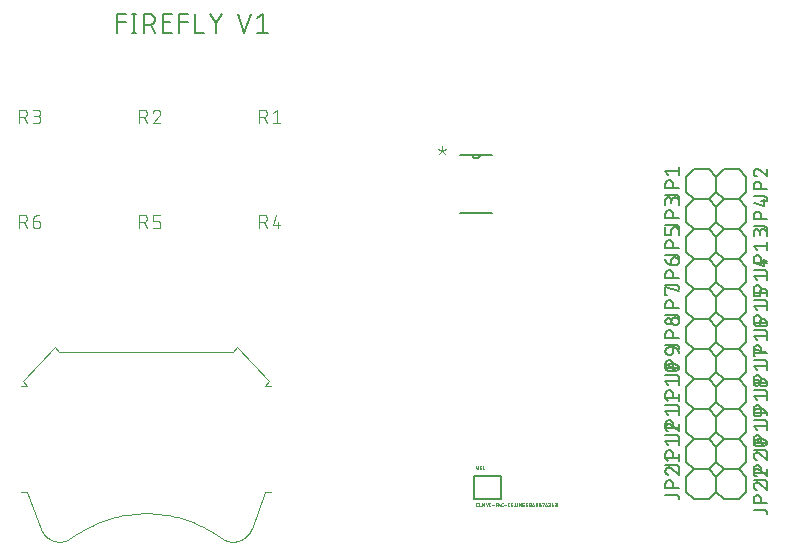
<source format=gbr>
G04 EAGLE Gerber RS-274X export*
G75*
%MOMM*%
%FSLAX34Y34*%
%LPD*%
%INSilkscreen Top*%
%IPPOS*%
%AMOC8*
5,1,8,0,0,1.08239X$1,22.5*%
G01*
%ADD10C,0.152400*%
%ADD11C,0.127000*%
%ADD12C,0.101600*%
%ADD13C,0.025400*%
%ADD14C,0.001000*%
%ADD15C,0.076200*%


D10*
X153162Y470662D02*
X153162Y486918D01*
X160387Y486918D01*
X160387Y479693D02*
X153162Y479693D01*
X167548Y486918D02*
X167548Y470662D01*
X169354Y470662D02*
X165741Y470662D01*
X165741Y486918D02*
X169354Y486918D01*
X176150Y486918D02*
X176150Y470662D01*
X176150Y486918D02*
X180665Y486918D01*
X180798Y486916D01*
X180930Y486910D01*
X181062Y486900D01*
X181194Y486887D01*
X181326Y486869D01*
X181456Y486848D01*
X181587Y486823D01*
X181716Y486794D01*
X181844Y486761D01*
X181972Y486725D01*
X182098Y486685D01*
X182223Y486641D01*
X182347Y486593D01*
X182469Y486542D01*
X182590Y486487D01*
X182709Y486429D01*
X182827Y486367D01*
X182942Y486302D01*
X183056Y486233D01*
X183167Y486162D01*
X183276Y486086D01*
X183383Y486008D01*
X183488Y485927D01*
X183590Y485842D01*
X183690Y485755D01*
X183787Y485665D01*
X183882Y485572D01*
X183973Y485476D01*
X184062Y485378D01*
X184148Y485277D01*
X184231Y485173D01*
X184311Y485067D01*
X184387Y484959D01*
X184461Y484849D01*
X184531Y484736D01*
X184598Y484622D01*
X184661Y484505D01*
X184721Y484387D01*
X184778Y484267D01*
X184831Y484145D01*
X184880Y484022D01*
X184926Y483898D01*
X184968Y483772D01*
X185006Y483645D01*
X185041Y483517D01*
X185072Y483388D01*
X185099Y483259D01*
X185122Y483128D01*
X185142Y482997D01*
X185157Y482865D01*
X185169Y482733D01*
X185177Y482601D01*
X185181Y482468D01*
X185181Y482336D01*
X185177Y482203D01*
X185169Y482071D01*
X185157Y481939D01*
X185142Y481807D01*
X185122Y481676D01*
X185099Y481545D01*
X185072Y481416D01*
X185041Y481287D01*
X185006Y481159D01*
X184968Y481032D01*
X184926Y480906D01*
X184880Y480782D01*
X184831Y480659D01*
X184778Y480537D01*
X184721Y480417D01*
X184661Y480299D01*
X184598Y480182D01*
X184531Y480068D01*
X184461Y479955D01*
X184387Y479845D01*
X184311Y479737D01*
X184231Y479631D01*
X184148Y479527D01*
X184062Y479426D01*
X183973Y479328D01*
X183882Y479232D01*
X183787Y479139D01*
X183690Y479049D01*
X183590Y478962D01*
X183488Y478877D01*
X183383Y478796D01*
X183276Y478718D01*
X183167Y478642D01*
X183056Y478571D01*
X182942Y478502D01*
X182827Y478437D01*
X182709Y478375D01*
X182590Y478317D01*
X182469Y478262D01*
X182347Y478211D01*
X182223Y478163D01*
X182098Y478119D01*
X181972Y478079D01*
X181844Y478043D01*
X181716Y478010D01*
X181587Y477981D01*
X181456Y477956D01*
X181326Y477935D01*
X181194Y477917D01*
X181062Y477904D01*
X180930Y477894D01*
X180798Y477888D01*
X180665Y477886D01*
X180665Y477887D02*
X176150Y477887D01*
X181568Y477887D02*
X185181Y470662D01*
X192240Y470662D02*
X199465Y470662D01*
X192240Y470662D02*
X192240Y486918D01*
X199465Y486918D01*
X197659Y479693D02*
X192240Y479693D01*
X205787Y486918D02*
X205787Y470662D01*
X205787Y486918D02*
X213012Y486918D01*
X213012Y479693D02*
X205787Y479693D01*
X219334Y486918D02*
X219334Y470662D01*
X226559Y470662D01*
X236846Y479242D02*
X231427Y486918D01*
X236846Y479242D02*
X242265Y486918D01*
X236846Y479242D02*
X236846Y470662D01*
X260814Y470662D02*
X255395Y486918D01*
X266232Y486918D02*
X260814Y470662D01*
X271930Y483306D02*
X276445Y486918D01*
X276445Y470662D01*
X271930Y470662D02*
X280961Y470662D01*
X635000Y349250D02*
X635000Y336550D01*
X635000Y349250D02*
X641350Y355600D01*
X654050Y355600D01*
X660400Y349250D01*
X654050Y330200D02*
X641350Y330200D01*
X635000Y336550D01*
X654050Y330200D02*
X660400Y336550D01*
X660400Y349250D01*
D11*
X626237Y333883D02*
X617347Y333883D01*
X626237Y333883D02*
X626337Y333881D01*
X626436Y333875D01*
X626536Y333865D01*
X626634Y333852D01*
X626733Y333834D01*
X626830Y333813D01*
X626926Y333788D01*
X627022Y333759D01*
X627116Y333726D01*
X627209Y333690D01*
X627300Y333650D01*
X627390Y333606D01*
X627478Y333559D01*
X627564Y333509D01*
X627648Y333455D01*
X627730Y333398D01*
X627809Y333338D01*
X627887Y333274D01*
X627961Y333208D01*
X628033Y333139D01*
X628102Y333067D01*
X628168Y332993D01*
X628232Y332915D01*
X628292Y332836D01*
X628349Y332754D01*
X628403Y332670D01*
X628453Y332584D01*
X628500Y332496D01*
X628544Y332406D01*
X628584Y332315D01*
X628620Y332222D01*
X628653Y332128D01*
X628682Y332032D01*
X628707Y331936D01*
X628728Y331839D01*
X628746Y331740D01*
X628759Y331642D01*
X628769Y331542D01*
X628775Y331443D01*
X628777Y331343D01*
X628777Y330073D01*
X628777Y339863D02*
X617347Y339863D01*
X617347Y343038D01*
X617349Y343149D01*
X617355Y343259D01*
X617364Y343370D01*
X617378Y343480D01*
X617395Y343589D01*
X617416Y343698D01*
X617441Y343806D01*
X617470Y343913D01*
X617502Y344019D01*
X617538Y344124D01*
X617578Y344227D01*
X617621Y344329D01*
X617668Y344430D01*
X617719Y344529D01*
X617772Y344626D01*
X617829Y344720D01*
X617890Y344813D01*
X617953Y344904D01*
X618020Y344993D01*
X618090Y345079D01*
X618163Y345162D01*
X618238Y345244D01*
X618316Y345322D01*
X618398Y345397D01*
X618481Y345470D01*
X618567Y345540D01*
X618656Y345607D01*
X618747Y345670D01*
X618840Y345731D01*
X618935Y345788D01*
X619031Y345841D01*
X619130Y345892D01*
X619231Y345939D01*
X619333Y345982D01*
X619436Y346022D01*
X619541Y346058D01*
X619647Y346090D01*
X619754Y346119D01*
X619862Y346144D01*
X619971Y346165D01*
X620080Y346182D01*
X620190Y346196D01*
X620301Y346205D01*
X620411Y346211D01*
X620522Y346213D01*
X620633Y346211D01*
X620743Y346205D01*
X620854Y346196D01*
X620964Y346182D01*
X621073Y346165D01*
X621182Y346144D01*
X621290Y346119D01*
X621397Y346090D01*
X621503Y346058D01*
X621608Y346022D01*
X621711Y345982D01*
X621813Y345939D01*
X621914Y345892D01*
X622013Y345841D01*
X622110Y345788D01*
X622204Y345731D01*
X622297Y345670D01*
X622388Y345607D01*
X622477Y345540D01*
X622563Y345470D01*
X622646Y345397D01*
X622728Y345322D01*
X622806Y345244D01*
X622881Y345162D01*
X622954Y345079D01*
X623024Y344993D01*
X623091Y344904D01*
X623154Y344813D01*
X623215Y344720D01*
X623272Y344626D01*
X623325Y344529D01*
X623376Y344430D01*
X623423Y344329D01*
X623466Y344227D01*
X623506Y344124D01*
X623542Y344019D01*
X623574Y343913D01*
X623603Y343806D01*
X623628Y343698D01*
X623649Y343589D01*
X623666Y343480D01*
X623680Y343370D01*
X623689Y343259D01*
X623695Y343149D01*
X623697Y343038D01*
X623697Y339863D01*
X619887Y350722D02*
X617347Y353897D01*
X628777Y353897D01*
X628777Y350722D02*
X628777Y357072D01*
D10*
X635000Y171450D02*
X635000Y158750D01*
X635000Y171450D02*
X641350Y177800D01*
X654050Y177800D01*
X660400Y171450D01*
X654050Y152400D02*
X641350Y152400D01*
X635000Y158750D01*
X654050Y152400D02*
X660400Y158750D01*
X660400Y171450D01*
D11*
X626237Y156083D02*
X617347Y156083D01*
X626237Y156083D02*
X626337Y156081D01*
X626436Y156075D01*
X626536Y156065D01*
X626634Y156052D01*
X626733Y156034D01*
X626830Y156013D01*
X626926Y155988D01*
X627022Y155959D01*
X627116Y155926D01*
X627209Y155890D01*
X627300Y155850D01*
X627390Y155806D01*
X627478Y155759D01*
X627564Y155709D01*
X627648Y155655D01*
X627730Y155598D01*
X627809Y155538D01*
X627887Y155474D01*
X627961Y155408D01*
X628033Y155339D01*
X628102Y155267D01*
X628168Y155193D01*
X628232Y155115D01*
X628292Y155036D01*
X628349Y154954D01*
X628403Y154870D01*
X628453Y154784D01*
X628500Y154696D01*
X628544Y154606D01*
X628584Y154515D01*
X628620Y154422D01*
X628653Y154328D01*
X628682Y154232D01*
X628707Y154136D01*
X628728Y154039D01*
X628746Y153940D01*
X628759Y153842D01*
X628769Y153742D01*
X628775Y153643D01*
X628777Y153543D01*
X628777Y152273D01*
X628777Y162063D02*
X617347Y162063D01*
X617347Y165238D01*
X617349Y165349D01*
X617355Y165459D01*
X617364Y165570D01*
X617378Y165680D01*
X617395Y165789D01*
X617416Y165898D01*
X617441Y166006D01*
X617470Y166113D01*
X617502Y166219D01*
X617538Y166324D01*
X617578Y166427D01*
X617621Y166529D01*
X617668Y166630D01*
X617719Y166729D01*
X617772Y166826D01*
X617829Y166920D01*
X617890Y167013D01*
X617953Y167104D01*
X618020Y167193D01*
X618090Y167279D01*
X618163Y167362D01*
X618238Y167444D01*
X618316Y167522D01*
X618398Y167597D01*
X618481Y167670D01*
X618567Y167740D01*
X618656Y167807D01*
X618747Y167870D01*
X618840Y167931D01*
X618935Y167988D01*
X619031Y168041D01*
X619130Y168092D01*
X619231Y168139D01*
X619333Y168182D01*
X619436Y168222D01*
X619541Y168258D01*
X619647Y168290D01*
X619754Y168319D01*
X619862Y168344D01*
X619971Y168365D01*
X620080Y168382D01*
X620190Y168396D01*
X620301Y168405D01*
X620411Y168411D01*
X620522Y168413D01*
X620633Y168411D01*
X620743Y168405D01*
X620854Y168396D01*
X620964Y168382D01*
X621073Y168365D01*
X621182Y168344D01*
X621290Y168319D01*
X621397Y168290D01*
X621503Y168258D01*
X621608Y168222D01*
X621711Y168182D01*
X621813Y168139D01*
X621914Y168092D01*
X622013Y168041D01*
X622110Y167988D01*
X622204Y167931D01*
X622297Y167870D01*
X622388Y167807D01*
X622477Y167740D01*
X622563Y167670D01*
X622646Y167597D01*
X622728Y167522D01*
X622806Y167444D01*
X622881Y167362D01*
X622954Y167279D01*
X623024Y167193D01*
X623091Y167104D01*
X623154Y167013D01*
X623215Y166920D01*
X623272Y166826D01*
X623325Y166729D01*
X623376Y166630D01*
X623423Y166529D01*
X623466Y166427D01*
X623506Y166324D01*
X623542Y166219D01*
X623574Y166113D01*
X623603Y166006D01*
X623628Y165898D01*
X623649Y165789D01*
X623666Y165680D01*
X623680Y165570D01*
X623689Y165459D01*
X623695Y165349D01*
X623697Y165238D01*
X623697Y162063D01*
X619887Y172922D02*
X617347Y176097D01*
X628777Y176097D01*
X628777Y172922D02*
X628777Y179272D01*
X623062Y184352D02*
X622837Y184355D01*
X622612Y184363D01*
X622388Y184376D01*
X622164Y184395D01*
X621940Y184419D01*
X621717Y184448D01*
X621495Y184483D01*
X621274Y184523D01*
X621054Y184569D01*
X620835Y184619D01*
X620617Y184675D01*
X620400Y184736D01*
X620185Y184802D01*
X619972Y184873D01*
X619761Y184950D01*
X619551Y185031D01*
X619343Y185117D01*
X619138Y185208D01*
X618935Y185304D01*
X618847Y185336D01*
X618760Y185372D01*
X618674Y185411D01*
X618590Y185454D01*
X618508Y185500D01*
X618428Y185549D01*
X618350Y185601D01*
X618274Y185657D01*
X618200Y185715D01*
X618129Y185777D01*
X618060Y185841D01*
X617994Y185908D01*
X617931Y185977D01*
X617870Y186049D01*
X617812Y186123D01*
X617758Y186200D01*
X617706Y186278D01*
X617658Y186359D01*
X617613Y186441D01*
X617571Y186526D01*
X617533Y186612D01*
X617498Y186699D01*
X617466Y186787D01*
X617439Y186877D01*
X617414Y186968D01*
X617394Y187060D01*
X617377Y187152D01*
X617364Y187246D01*
X617355Y187339D01*
X617349Y187433D01*
X617347Y187527D01*
X617349Y187621D01*
X617355Y187715D01*
X617364Y187808D01*
X617377Y187902D01*
X617394Y187994D01*
X617414Y188086D01*
X617439Y188177D01*
X617466Y188267D01*
X617498Y188355D01*
X617533Y188442D01*
X617571Y188528D01*
X617613Y188613D01*
X617658Y188695D01*
X617706Y188776D01*
X617758Y188854D01*
X617812Y188931D01*
X617870Y189005D01*
X617931Y189077D01*
X617994Y189146D01*
X618060Y189213D01*
X618129Y189277D01*
X618200Y189339D01*
X618274Y189397D01*
X618350Y189453D01*
X618428Y189505D01*
X618508Y189554D01*
X618590Y189600D01*
X618674Y189643D01*
X618760Y189682D01*
X618847Y189718D01*
X618935Y189750D01*
X619138Y189846D01*
X619343Y189937D01*
X619551Y190023D01*
X619761Y190104D01*
X619972Y190181D01*
X620185Y190252D01*
X620400Y190318D01*
X620617Y190379D01*
X620835Y190435D01*
X621054Y190485D01*
X621274Y190531D01*
X621495Y190571D01*
X621717Y190606D01*
X621940Y190635D01*
X622164Y190659D01*
X622388Y190678D01*
X622612Y190691D01*
X622837Y190699D01*
X623062Y190702D01*
X623062Y184352D02*
X623287Y184355D01*
X623512Y184363D01*
X623736Y184376D01*
X623960Y184395D01*
X624184Y184419D01*
X624407Y184448D01*
X624629Y184483D01*
X624850Y184523D01*
X625070Y184569D01*
X625289Y184619D01*
X625507Y184675D01*
X625724Y184736D01*
X625939Y184802D01*
X626152Y184873D01*
X626363Y184950D01*
X626573Y185031D01*
X626781Y185117D01*
X626986Y185208D01*
X627189Y185304D01*
X627190Y185304D02*
X627278Y185336D01*
X627365Y185372D01*
X627451Y185411D01*
X627535Y185454D01*
X627617Y185500D01*
X627697Y185549D01*
X627775Y185601D01*
X627851Y185657D01*
X627925Y185715D01*
X627996Y185777D01*
X628065Y185841D01*
X628131Y185908D01*
X628194Y185977D01*
X628255Y186049D01*
X628313Y186123D01*
X628367Y186200D01*
X628419Y186278D01*
X628467Y186359D01*
X628512Y186441D01*
X628554Y186526D01*
X628592Y186612D01*
X628627Y186699D01*
X628659Y186787D01*
X628686Y186877D01*
X628711Y186968D01*
X628731Y187060D01*
X628748Y187152D01*
X628761Y187246D01*
X628770Y187339D01*
X628776Y187433D01*
X628778Y187527D01*
X627189Y189750D02*
X626986Y189846D01*
X626781Y189937D01*
X626573Y190023D01*
X626363Y190104D01*
X626152Y190181D01*
X625939Y190252D01*
X625724Y190318D01*
X625507Y190379D01*
X625289Y190435D01*
X625070Y190485D01*
X624850Y190531D01*
X624629Y190571D01*
X624407Y190606D01*
X624184Y190635D01*
X623960Y190659D01*
X623736Y190678D01*
X623512Y190691D01*
X623287Y190699D01*
X623062Y190702D01*
X627190Y189750D02*
X627278Y189718D01*
X627365Y189682D01*
X627451Y189643D01*
X627535Y189600D01*
X627617Y189554D01*
X627697Y189505D01*
X627775Y189453D01*
X627851Y189397D01*
X627925Y189339D01*
X627996Y189277D01*
X628065Y189213D01*
X628131Y189146D01*
X628194Y189077D01*
X628255Y189005D01*
X628313Y188931D01*
X628367Y188854D01*
X628419Y188776D01*
X628467Y188695D01*
X628512Y188613D01*
X628554Y188528D01*
X628592Y188442D01*
X628627Y188355D01*
X628659Y188267D01*
X628686Y188177D01*
X628711Y188086D01*
X628731Y187994D01*
X628748Y187902D01*
X628761Y187808D01*
X628770Y187715D01*
X628776Y187621D01*
X628778Y187527D01*
X626237Y184987D02*
X619887Y190067D01*
D10*
X635000Y146050D02*
X635000Y133350D01*
X635000Y146050D02*
X641350Y152400D01*
X654050Y152400D01*
X660400Y146050D01*
X654050Y127000D02*
X641350Y127000D01*
X635000Y133350D01*
X654050Y127000D02*
X660400Y133350D01*
X660400Y146050D01*
D11*
X626237Y130683D02*
X617347Y130683D01*
X626237Y130683D02*
X626337Y130681D01*
X626436Y130675D01*
X626536Y130665D01*
X626634Y130652D01*
X626733Y130634D01*
X626830Y130613D01*
X626926Y130588D01*
X627022Y130559D01*
X627116Y130526D01*
X627209Y130490D01*
X627300Y130450D01*
X627390Y130406D01*
X627478Y130359D01*
X627564Y130309D01*
X627648Y130255D01*
X627730Y130198D01*
X627809Y130138D01*
X627887Y130074D01*
X627961Y130008D01*
X628033Y129939D01*
X628102Y129867D01*
X628168Y129793D01*
X628232Y129715D01*
X628292Y129636D01*
X628349Y129554D01*
X628403Y129470D01*
X628453Y129384D01*
X628500Y129296D01*
X628544Y129206D01*
X628584Y129115D01*
X628620Y129022D01*
X628653Y128928D01*
X628682Y128832D01*
X628707Y128736D01*
X628728Y128639D01*
X628746Y128540D01*
X628759Y128442D01*
X628769Y128342D01*
X628775Y128243D01*
X628777Y128143D01*
X628777Y126873D01*
X628777Y136663D02*
X617347Y136663D01*
X617347Y139838D01*
X617349Y139949D01*
X617355Y140059D01*
X617364Y140170D01*
X617378Y140280D01*
X617395Y140389D01*
X617416Y140498D01*
X617441Y140606D01*
X617470Y140713D01*
X617502Y140819D01*
X617538Y140924D01*
X617578Y141027D01*
X617621Y141129D01*
X617668Y141230D01*
X617719Y141329D01*
X617772Y141426D01*
X617829Y141520D01*
X617890Y141613D01*
X617953Y141704D01*
X618020Y141793D01*
X618090Y141879D01*
X618163Y141962D01*
X618238Y142044D01*
X618316Y142122D01*
X618398Y142197D01*
X618481Y142270D01*
X618567Y142340D01*
X618656Y142407D01*
X618747Y142470D01*
X618840Y142531D01*
X618935Y142588D01*
X619031Y142641D01*
X619130Y142692D01*
X619231Y142739D01*
X619333Y142782D01*
X619436Y142822D01*
X619541Y142858D01*
X619647Y142890D01*
X619754Y142919D01*
X619862Y142944D01*
X619971Y142965D01*
X620080Y142982D01*
X620190Y142996D01*
X620301Y143005D01*
X620411Y143011D01*
X620522Y143013D01*
X620633Y143011D01*
X620743Y143005D01*
X620854Y142996D01*
X620964Y142982D01*
X621073Y142965D01*
X621182Y142944D01*
X621290Y142919D01*
X621397Y142890D01*
X621503Y142858D01*
X621608Y142822D01*
X621711Y142782D01*
X621813Y142739D01*
X621914Y142692D01*
X622013Y142641D01*
X622110Y142588D01*
X622204Y142531D01*
X622297Y142470D01*
X622388Y142407D01*
X622477Y142340D01*
X622563Y142270D01*
X622646Y142197D01*
X622728Y142122D01*
X622806Y142044D01*
X622881Y141962D01*
X622954Y141879D01*
X623024Y141793D01*
X623091Y141704D01*
X623154Y141613D01*
X623215Y141520D01*
X623272Y141426D01*
X623325Y141329D01*
X623376Y141230D01*
X623423Y141129D01*
X623466Y141027D01*
X623506Y140924D01*
X623542Y140819D01*
X623574Y140713D01*
X623603Y140606D01*
X623628Y140498D01*
X623649Y140389D01*
X623666Y140280D01*
X623680Y140170D01*
X623689Y140059D01*
X623695Y139949D01*
X623697Y139838D01*
X623697Y136663D01*
X619887Y147522D02*
X617347Y150697D01*
X628777Y150697D01*
X628777Y147522D02*
X628777Y153872D01*
X619887Y158952D02*
X617347Y162127D01*
X628777Y162127D01*
X628777Y158952D02*
X628777Y165302D01*
D10*
X635000Y120650D02*
X635000Y107950D01*
X635000Y120650D02*
X641350Y127000D01*
X654050Y127000D01*
X660400Y120650D01*
X654050Y101600D02*
X641350Y101600D01*
X635000Y107950D01*
X654050Y101600D02*
X660400Y107950D01*
X660400Y120650D01*
D11*
X626237Y105283D02*
X617347Y105283D01*
X626237Y105283D02*
X626337Y105281D01*
X626436Y105275D01*
X626536Y105265D01*
X626634Y105252D01*
X626733Y105234D01*
X626830Y105213D01*
X626926Y105188D01*
X627022Y105159D01*
X627116Y105126D01*
X627209Y105090D01*
X627300Y105050D01*
X627390Y105006D01*
X627478Y104959D01*
X627564Y104909D01*
X627648Y104855D01*
X627730Y104798D01*
X627809Y104738D01*
X627887Y104674D01*
X627961Y104608D01*
X628033Y104539D01*
X628102Y104467D01*
X628168Y104393D01*
X628232Y104315D01*
X628292Y104236D01*
X628349Y104154D01*
X628403Y104070D01*
X628453Y103984D01*
X628500Y103896D01*
X628544Y103806D01*
X628584Y103715D01*
X628620Y103622D01*
X628653Y103528D01*
X628682Y103432D01*
X628707Y103336D01*
X628728Y103239D01*
X628746Y103140D01*
X628759Y103042D01*
X628769Y102942D01*
X628775Y102843D01*
X628777Y102743D01*
X628777Y101473D01*
X628777Y111263D02*
X617347Y111263D01*
X617347Y114438D01*
X617349Y114549D01*
X617355Y114659D01*
X617364Y114770D01*
X617378Y114880D01*
X617395Y114989D01*
X617416Y115098D01*
X617441Y115206D01*
X617470Y115313D01*
X617502Y115419D01*
X617538Y115524D01*
X617578Y115627D01*
X617621Y115729D01*
X617668Y115830D01*
X617719Y115929D01*
X617772Y116025D01*
X617829Y116120D01*
X617890Y116213D01*
X617953Y116304D01*
X618020Y116393D01*
X618090Y116479D01*
X618163Y116562D01*
X618238Y116644D01*
X618316Y116722D01*
X618398Y116797D01*
X618481Y116870D01*
X618567Y116940D01*
X618656Y117007D01*
X618747Y117070D01*
X618840Y117131D01*
X618935Y117188D01*
X619031Y117241D01*
X619130Y117292D01*
X619231Y117339D01*
X619333Y117382D01*
X619436Y117422D01*
X619541Y117458D01*
X619647Y117490D01*
X619754Y117519D01*
X619862Y117544D01*
X619971Y117565D01*
X620080Y117582D01*
X620190Y117596D01*
X620301Y117605D01*
X620411Y117611D01*
X620522Y117613D01*
X620633Y117611D01*
X620743Y117605D01*
X620854Y117596D01*
X620964Y117582D01*
X621073Y117565D01*
X621182Y117544D01*
X621290Y117519D01*
X621397Y117490D01*
X621503Y117458D01*
X621608Y117422D01*
X621711Y117382D01*
X621813Y117339D01*
X621914Y117292D01*
X622013Y117241D01*
X622110Y117188D01*
X622204Y117131D01*
X622297Y117070D01*
X622388Y117007D01*
X622477Y116940D01*
X622563Y116870D01*
X622646Y116797D01*
X622728Y116722D01*
X622806Y116644D01*
X622881Y116562D01*
X622954Y116479D01*
X623024Y116393D01*
X623091Y116304D01*
X623154Y116213D01*
X623215Y116120D01*
X623272Y116026D01*
X623325Y115929D01*
X623376Y115830D01*
X623423Y115729D01*
X623466Y115627D01*
X623506Y115524D01*
X623542Y115419D01*
X623574Y115313D01*
X623603Y115206D01*
X623628Y115098D01*
X623649Y114989D01*
X623666Y114880D01*
X623680Y114770D01*
X623689Y114659D01*
X623695Y114549D01*
X623697Y114438D01*
X623697Y111263D01*
X619887Y122122D02*
X617347Y125297D01*
X628777Y125297D01*
X628777Y122122D02*
X628777Y128472D01*
X620205Y139902D02*
X620101Y139900D01*
X619996Y139894D01*
X619892Y139885D01*
X619789Y139872D01*
X619686Y139854D01*
X619584Y139834D01*
X619482Y139809D01*
X619382Y139781D01*
X619282Y139749D01*
X619184Y139713D01*
X619087Y139674D01*
X618992Y139632D01*
X618898Y139586D01*
X618806Y139536D01*
X618716Y139484D01*
X618628Y139428D01*
X618542Y139368D01*
X618458Y139306D01*
X618377Y139241D01*
X618298Y139173D01*
X618221Y139101D01*
X618148Y139028D01*
X618076Y138951D01*
X618008Y138872D01*
X617943Y138791D01*
X617881Y138707D01*
X617821Y138621D01*
X617765Y138533D01*
X617713Y138443D01*
X617663Y138351D01*
X617617Y138257D01*
X617575Y138162D01*
X617536Y138065D01*
X617500Y137967D01*
X617468Y137867D01*
X617440Y137767D01*
X617415Y137665D01*
X617395Y137563D01*
X617377Y137460D01*
X617364Y137357D01*
X617355Y137253D01*
X617349Y137148D01*
X617347Y137044D01*
X617349Y136926D01*
X617355Y136807D01*
X617364Y136689D01*
X617377Y136572D01*
X617395Y136455D01*
X617415Y136338D01*
X617440Y136222D01*
X617468Y136107D01*
X617501Y135994D01*
X617536Y135881D01*
X617576Y135769D01*
X617618Y135659D01*
X617665Y135550D01*
X617715Y135442D01*
X617768Y135337D01*
X617825Y135233D01*
X617885Y135131D01*
X617948Y135031D01*
X618015Y134933D01*
X618084Y134837D01*
X618157Y134744D01*
X618233Y134653D01*
X618311Y134564D01*
X618393Y134478D01*
X618477Y134395D01*
X618563Y134314D01*
X618653Y134237D01*
X618744Y134162D01*
X618838Y134090D01*
X618935Y134021D01*
X619033Y133956D01*
X619134Y133893D01*
X619237Y133834D01*
X619341Y133778D01*
X619447Y133726D01*
X619555Y133677D01*
X619664Y133632D01*
X619775Y133590D01*
X619887Y133552D01*
X622427Y138950D02*
X622352Y139026D01*
X622273Y139101D01*
X622192Y139172D01*
X622108Y139241D01*
X622022Y139306D01*
X621934Y139368D01*
X621844Y139428D01*
X621752Y139484D01*
X621657Y139537D01*
X621561Y139586D01*
X621463Y139632D01*
X621364Y139675D01*
X621263Y139714D01*
X621161Y139749D01*
X621058Y139781D01*
X620954Y139809D01*
X620849Y139834D01*
X620742Y139855D01*
X620636Y139872D01*
X620529Y139885D01*
X620421Y139894D01*
X620313Y139900D01*
X620205Y139902D01*
X622427Y138949D02*
X628777Y133552D01*
X628777Y139902D01*
D10*
X685800Y285750D02*
X685800Y298450D01*
X685800Y285750D02*
X679450Y279400D01*
X666750Y279400D01*
X660400Y285750D01*
X666750Y304800D02*
X679450Y304800D01*
X685800Y298450D01*
X666750Y304800D02*
X660400Y298450D01*
X660400Y285750D01*
D11*
X692023Y270308D02*
X700913Y270308D01*
X701013Y270306D01*
X701112Y270300D01*
X701212Y270290D01*
X701310Y270277D01*
X701409Y270259D01*
X701506Y270238D01*
X701602Y270213D01*
X701698Y270184D01*
X701792Y270151D01*
X701885Y270115D01*
X701976Y270075D01*
X702066Y270031D01*
X702154Y269984D01*
X702240Y269934D01*
X702324Y269880D01*
X702406Y269823D01*
X702485Y269763D01*
X702563Y269699D01*
X702637Y269633D01*
X702709Y269564D01*
X702778Y269492D01*
X702844Y269418D01*
X702908Y269340D01*
X702968Y269261D01*
X703025Y269179D01*
X703079Y269095D01*
X703129Y269009D01*
X703176Y268921D01*
X703220Y268831D01*
X703260Y268740D01*
X703296Y268647D01*
X703329Y268553D01*
X703358Y268457D01*
X703383Y268361D01*
X703404Y268264D01*
X703422Y268165D01*
X703435Y268067D01*
X703445Y267967D01*
X703451Y267868D01*
X703453Y267768D01*
X703453Y266498D01*
X703453Y276289D02*
X692023Y276289D01*
X692023Y279464D01*
X692025Y279575D01*
X692031Y279685D01*
X692040Y279796D01*
X692054Y279906D01*
X692071Y280015D01*
X692092Y280124D01*
X692117Y280232D01*
X692146Y280339D01*
X692178Y280445D01*
X692214Y280550D01*
X692254Y280653D01*
X692297Y280755D01*
X692344Y280856D01*
X692395Y280955D01*
X692448Y281052D01*
X692505Y281146D01*
X692566Y281239D01*
X692629Y281330D01*
X692696Y281419D01*
X692766Y281505D01*
X692839Y281588D01*
X692914Y281670D01*
X692992Y281748D01*
X693074Y281823D01*
X693157Y281896D01*
X693243Y281966D01*
X693332Y282033D01*
X693423Y282096D01*
X693516Y282157D01*
X693611Y282214D01*
X693707Y282267D01*
X693806Y282318D01*
X693907Y282365D01*
X694009Y282408D01*
X694112Y282448D01*
X694217Y282484D01*
X694323Y282516D01*
X694430Y282545D01*
X694538Y282570D01*
X694647Y282591D01*
X694756Y282608D01*
X694866Y282622D01*
X694977Y282631D01*
X695087Y282637D01*
X695198Y282639D01*
X695309Y282637D01*
X695419Y282631D01*
X695530Y282622D01*
X695640Y282608D01*
X695749Y282591D01*
X695858Y282570D01*
X695966Y282545D01*
X696073Y282516D01*
X696179Y282484D01*
X696284Y282448D01*
X696387Y282408D01*
X696489Y282365D01*
X696590Y282318D01*
X696689Y282267D01*
X696786Y282214D01*
X696880Y282157D01*
X696973Y282096D01*
X697064Y282033D01*
X697153Y281966D01*
X697239Y281896D01*
X697322Y281823D01*
X697404Y281748D01*
X697482Y281670D01*
X697557Y281588D01*
X697630Y281505D01*
X697700Y281419D01*
X697767Y281330D01*
X697830Y281239D01*
X697891Y281146D01*
X697948Y281052D01*
X698001Y280955D01*
X698052Y280856D01*
X698099Y280755D01*
X698142Y280653D01*
X698182Y280550D01*
X698218Y280445D01*
X698250Y280339D01*
X698279Y280232D01*
X698304Y280124D01*
X698325Y280015D01*
X698342Y279906D01*
X698356Y279796D01*
X698365Y279685D01*
X698371Y279575D01*
X698373Y279464D01*
X698373Y276289D01*
X694563Y287147D02*
X692023Y290322D01*
X703453Y290322D01*
X703453Y287147D02*
X703453Y293497D01*
X703453Y298577D02*
X703453Y301752D01*
X703451Y301863D01*
X703445Y301973D01*
X703436Y302084D01*
X703422Y302194D01*
X703405Y302303D01*
X703384Y302412D01*
X703359Y302520D01*
X703330Y302627D01*
X703298Y302733D01*
X703262Y302838D01*
X703222Y302941D01*
X703179Y303043D01*
X703132Y303144D01*
X703081Y303243D01*
X703028Y303340D01*
X702971Y303434D01*
X702910Y303527D01*
X702847Y303618D01*
X702780Y303707D01*
X702710Y303793D01*
X702637Y303876D01*
X702562Y303958D01*
X702484Y304036D01*
X702402Y304111D01*
X702319Y304184D01*
X702233Y304254D01*
X702144Y304321D01*
X702053Y304384D01*
X701960Y304445D01*
X701866Y304502D01*
X701769Y304555D01*
X701670Y304606D01*
X701569Y304653D01*
X701467Y304696D01*
X701364Y304736D01*
X701259Y304772D01*
X701153Y304804D01*
X701046Y304833D01*
X700938Y304858D01*
X700829Y304879D01*
X700720Y304896D01*
X700610Y304910D01*
X700499Y304919D01*
X700389Y304925D01*
X700278Y304927D01*
X700167Y304925D01*
X700057Y304919D01*
X699946Y304910D01*
X699836Y304896D01*
X699727Y304879D01*
X699618Y304858D01*
X699510Y304833D01*
X699403Y304804D01*
X699297Y304772D01*
X699192Y304736D01*
X699089Y304696D01*
X698987Y304653D01*
X698886Y304606D01*
X698787Y304555D01*
X698691Y304502D01*
X698596Y304445D01*
X698503Y304384D01*
X698412Y304321D01*
X698323Y304254D01*
X698237Y304184D01*
X698154Y304111D01*
X698072Y304036D01*
X697994Y303958D01*
X697919Y303876D01*
X697846Y303793D01*
X697776Y303707D01*
X697709Y303618D01*
X697646Y303527D01*
X697585Y303434D01*
X697528Y303340D01*
X697475Y303243D01*
X697424Y303144D01*
X697377Y303043D01*
X697334Y302941D01*
X697294Y302838D01*
X697258Y302733D01*
X697226Y302627D01*
X697197Y302520D01*
X697172Y302412D01*
X697151Y302303D01*
X697134Y302194D01*
X697120Y302084D01*
X697111Y301973D01*
X697105Y301863D01*
X697103Y301752D01*
X692023Y302387D02*
X692023Y298577D01*
X692023Y302387D02*
X692025Y302487D01*
X692031Y302586D01*
X692041Y302686D01*
X692054Y302784D01*
X692072Y302883D01*
X692093Y302980D01*
X692118Y303076D01*
X692147Y303172D01*
X692180Y303266D01*
X692216Y303359D01*
X692256Y303450D01*
X692300Y303540D01*
X692347Y303628D01*
X692397Y303714D01*
X692451Y303798D01*
X692508Y303880D01*
X692568Y303959D01*
X692632Y304037D01*
X692698Y304111D01*
X692767Y304183D01*
X692839Y304252D01*
X692913Y304318D01*
X692991Y304382D01*
X693070Y304442D01*
X693152Y304499D01*
X693236Y304553D01*
X693322Y304603D01*
X693410Y304650D01*
X693500Y304694D01*
X693591Y304734D01*
X693684Y304770D01*
X693778Y304803D01*
X693874Y304832D01*
X693970Y304857D01*
X694067Y304878D01*
X694166Y304896D01*
X694264Y304909D01*
X694364Y304919D01*
X694463Y304925D01*
X694563Y304927D01*
X694663Y304925D01*
X694762Y304919D01*
X694862Y304909D01*
X694960Y304896D01*
X695059Y304878D01*
X695156Y304857D01*
X695252Y304832D01*
X695348Y304803D01*
X695442Y304770D01*
X695535Y304734D01*
X695626Y304694D01*
X695716Y304650D01*
X695804Y304603D01*
X695890Y304553D01*
X695974Y304499D01*
X696056Y304442D01*
X696135Y304382D01*
X696213Y304318D01*
X696287Y304252D01*
X696359Y304183D01*
X696428Y304111D01*
X696494Y304037D01*
X696558Y303959D01*
X696618Y303880D01*
X696675Y303798D01*
X696729Y303714D01*
X696779Y303628D01*
X696826Y303540D01*
X696870Y303450D01*
X696910Y303359D01*
X696946Y303266D01*
X696979Y303172D01*
X697008Y303076D01*
X697033Y302980D01*
X697054Y302883D01*
X697072Y302784D01*
X697085Y302686D01*
X697095Y302586D01*
X697101Y302487D01*
X697103Y302387D01*
X697103Y299847D01*
D10*
X685800Y273050D02*
X685800Y260350D01*
X679450Y254000D01*
X666750Y254000D01*
X660400Y260350D01*
X666750Y279400D02*
X679450Y279400D01*
X685800Y273050D01*
X666750Y279400D02*
X660400Y273050D01*
X660400Y260350D01*
D11*
X692023Y244908D02*
X700913Y244908D01*
X701013Y244906D01*
X701112Y244900D01*
X701212Y244890D01*
X701310Y244877D01*
X701409Y244859D01*
X701506Y244838D01*
X701602Y244813D01*
X701698Y244784D01*
X701792Y244751D01*
X701885Y244715D01*
X701976Y244675D01*
X702066Y244631D01*
X702154Y244584D01*
X702240Y244534D01*
X702324Y244480D01*
X702406Y244423D01*
X702485Y244363D01*
X702563Y244299D01*
X702637Y244233D01*
X702709Y244164D01*
X702778Y244092D01*
X702844Y244018D01*
X702908Y243940D01*
X702968Y243861D01*
X703025Y243779D01*
X703079Y243695D01*
X703129Y243609D01*
X703176Y243521D01*
X703220Y243431D01*
X703260Y243340D01*
X703296Y243247D01*
X703329Y243153D01*
X703358Y243057D01*
X703383Y242961D01*
X703404Y242864D01*
X703422Y242765D01*
X703435Y242667D01*
X703445Y242567D01*
X703451Y242468D01*
X703453Y242368D01*
X703453Y241098D01*
X703453Y250889D02*
X692023Y250889D01*
X692023Y254064D01*
X692025Y254175D01*
X692031Y254285D01*
X692040Y254396D01*
X692054Y254506D01*
X692071Y254615D01*
X692092Y254724D01*
X692117Y254832D01*
X692146Y254939D01*
X692178Y255045D01*
X692214Y255150D01*
X692254Y255253D01*
X692297Y255355D01*
X692344Y255456D01*
X692395Y255555D01*
X692448Y255652D01*
X692505Y255746D01*
X692566Y255839D01*
X692629Y255930D01*
X692696Y256019D01*
X692766Y256105D01*
X692839Y256188D01*
X692914Y256270D01*
X692992Y256348D01*
X693074Y256423D01*
X693157Y256496D01*
X693243Y256566D01*
X693332Y256633D01*
X693423Y256696D01*
X693516Y256757D01*
X693611Y256814D01*
X693707Y256867D01*
X693806Y256918D01*
X693907Y256965D01*
X694009Y257008D01*
X694112Y257048D01*
X694217Y257084D01*
X694323Y257116D01*
X694430Y257145D01*
X694538Y257170D01*
X694647Y257191D01*
X694756Y257208D01*
X694866Y257222D01*
X694977Y257231D01*
X695087Y257237D01*
X695198Y257239D01*
X695309Y257237D01*
X695419Y257231D01*
X695530Y257222D01*
X695640Y257208D01*
X695749Y257191D01*
X695858Y257170D01*
X695966Y257145D01*
X696073Y257116D01*
X696179Y257084D01*
X696284Y257048D01*
X696387Y257008D01*
X696489Y256965D01*
X696590Y256918D01*
X696689Y256867D01*
X696786Y256814D01*
X696880Y256757D01*
X696973Y256696D01*
X697064Y256633D01*
X697153Y256566D01*
X697239Y256496D01*
X697322Y256423D01*
X697404Y256348D01*
X697482Y256270D01*
X697557Y256188D01*
X697630Y256105D01*
X697700Y256019D01*
X697767Y255930D01*
X697830Y255839D01*
X697891Y255746D01*
X697948Y255652D01*
X698001Y255555D01*
X698052Y255456D01*
X698099Y255355D01*
X698142Y255253D01*
X698182Y255150D01*
X698218Y255045D01*
X698250Y254939D01*
X698279Y254832D01*
X698304Y254724D01*
X698325Y254615D01*
X698342Y254506D01*
X698356Y254396D01*
X698365Y254285D01*
X698371Y254175D01*
X698373Y254064D01*
X698373Y250889D01*
X694563Y261747D02*
X692023Y264922D01*
X703453Y264922D01*
X703453Y261747D02*
X703453Y268097D01*
X700913Y273177D02*
X692023Y275717D01*
X700913Y273177D02*
X700913Y279527D01*
X698373Y277622D02*
X703453Y277622D01*
D10*
X685800Y247650D02*
X685800Y234950D01*
X679450Y228600D01*
X666750Y228600D01*
X660400Y234950D01*
X666750Y254000D02*
X679450Y254000D01*
X685800Y247650D01*
X666750Y254000D02*
X660400Y247650D01*
X660400Y234950D01*
D11*
X692023Y219508D02*
X700913Y219508D01*
X701013Y219506D01*
X701112Y219500D01*
X701212Y219490D01*
X701310Y219477D01*
X701409Y219459D01*
X701506Y219438D01*
X701602Y219413D01*
X701698Y219384D01*
X701792Y219351D01*
X701885Y219315D01*
X701976Y219275D01*
X702066Y219231D01*
X702154Y219184D01*
X702240Y219134D01*
X702324Y219080D01*
X702406Y219023D01*
X702485Y218963D01*
X702563Y218899D01*
X702637Y218833D01*
X702709Y218764D01*
X702778Y218692D01*
X702844Y218618D01*
X702908Y218540D01*
X702968Y218461D01*
X703025Y218379D01*
X703079Y218295D01*
X703129Y218209D01*
X703176Y218121D01*
X703220Y218031D01*
X703260Y217940D01*
X703296Y217847D01*
X703329Y217753D01*
X703358Y217657D01*
X703383Y217561D01*
X703404Y217464D01*
X703422Y217365D01*
X703435Y217267D01*
X703445Y217167D01*
X703451Y217068D01*
X703453Y216968D01*
X703453Y215698D01*
X703453Y225489D02*
X692023Y225489D01*
X692023Y228664D01*
X692025Y228775D01*
X692031Y228885D01*
X692040Y228996D01*
X692054Y229106D01*
X692071Y229215D01*
X692092Y229324D01*
X692117Y229432D01*
X692146Y229539D01*
X692178Y229645D01*
X692214Y229750D01*
X692254Y229853D01*
X692297Y229955D01*
X692344Y230056D01*
X692395Y230155D01*
X692448Y230252D01*
X692505Y230346D01*
X692566Y230439D01*
X692629Y230530D01*
X692696Y230619D01*
X692766Y230705D01*
X692839Y230788D01*
X692914Y230870D01*
X692992Y230948D01*
X693074Y231023D01*
X693157Y231096D01*
X693243Y231166D01*
X693332Y231233D01*
X693423Y231296D01*
X693516Y231357D01*
X693611Y231414D01*
X693707Y231467D01*
X693806Y231518D01*
X693907Y231565D01*
X694009Y231608D01*
X694112Y231648D01*
X694217Y231684D01*
X694323Y231716D01*
X694430Y231745D01*
X694538Y231770D01*
X694647Y231791D01*
X694756Y231808D01*
X694866Y231822D01*
X694977Y231831D01*
X695087Y231837D01*
X695198Y231839D01*
X695309Y231837D01*
X695419Y231831D01*
X695530Y231822D01*
X695640Y231808D01*
X695749Y231791D01*
X695858Y231770D01*
X695966Y231745D01*
X696073Y231716D01*
X696179Y231684D01*
X696284Y231648D01*
X696387Y231608D01*
X696489Y231565D01*
X696590Y231518D01*
X696689Y231467D01*
X696786Y231414D01*
X696880Y231357D01*
X696973Y231296D01*
X697064Y231233D01*
X697153Y231166D01*
X697239Y231096D01*
X697322Y231023D01*
X697404Y230948D01*
X697482Y230870D01*
X697557Y230788D01*
X697630Y230705D01*
X697700Y230619D01*
X697767Y230530D01*
X697830Y230439D01*
X697891Y230346D01*
X697948Y230252D01*
X698001Y230155D01*
X698052Y230056D01*
X698099Y229955D01*
X698142Y229853D01*
X698182Y229750D01*
X698218Y229645D01*
X698250Y229539D01*
X698279Y229432D01*
X698304Y229324D01*
X698325Y229215D01*
X698342Y229106D01*
X698356Y228996D01*
X698365Y228885D01*
X698371Y228775D01*
X698373Y228664D01*
X698373Y225489D01*
X694563Y236347D02*
X692023Y239522D01*
X703453Y239522D01*
X703453Y236347D02*
X703453Y242697D01*
X703453Y247777D02*
X703453Y251587D01*
X703451Y251687D01*
X703445Y251786D01*
X703435Y251886D01*
X703422Y251984D01*
X703404Y252083D01*
X703383Y252180D01*
X703358Y252276D01*
X703329Y252372D01*
X703296Y252466D01*
X703260Y252559D01*
X703220Y252650D01*
X703176Y252740D01*
X703129Y252828D01*
X703079Y252914D01*
X703025Y252998D01*
X702968Y253080D01*
X702908Y253159D01*
X702844Y253237D01*
X702778Y253311D01*
X702709Y253383D01*
X702637Y253452D01*
X702563Y253518D01*
X702485Y253582D01*
X702406Y253642D01*
X702324Y253699D01*
X702240Y253753D01*
X702154Y253803D01*
X702066Y253850D01*
X701976Y253894D01*
X701885Y253934D01*
X701792Y253970D01*
X701698Y254003D01*
X701602Y254032D01*
X701506Y254057D01*
X701409Y254078D01*
X701310Y254096D01*
X701212Y254109D01*
X701112Y254119D01*
X701013Y254125D01*
X700913Y254127D01*
X699643Y254127D01*
X699543Y254125D01*
X699444Y254119D01*
X699344Y254109D01*
X699246Y254096D01*
X699147Y254078D01*
X699050Y254057D01*
X698954Y254032D01*
X698858Y254003D01*
X698764Y253970D01*
X698671Y253934D01*
X698580Y253894D01*
X698490Y253850D01*
X698402Y253803D01*
X698316Y253753D01*
X698232Y253699D01*
X698150Y253642D01*
X698071Y253582D01*
X697993Y253518D01*
X697919Y253452D01*
X697847Y253383D01*
X697778Y253311D01*
X697712Y253237D01*
X697648Y253159D01*
X697588Y253080D01*
X697531Y252998D01*
X697477Y252914D01*
X697427Y252828D01*
X697380Y252740D01*
X697336Y252650D01*
X697296Y252559D01*
X697260Y252466D01*
X697227Y252372D01*
X697198Y252276D01*
X697173Y252180D01*
X697152Y252083D01*
X697134Y251984D01*
X697121Y251886D01*
X697111Y251786D01*
X697105Y251687D01*
X697103Y251587D01*
X697103Y247777D01*
X692023Y247777D01*
X692023Y254127D01*
D10*
X685800Y222250D02*
X685800Y209550D01*
X679450Y203200D01*
X666750Y203200D01*
X660400Y209550D01*
X666750Y228600D02*
X679450Y228600D01*
X685800Y222250D01*
X666750Y228600D02*
X660400Y222250D01*
X660400Y209550D01*
D11*
X692023Y194108D02*
X700913Y194108D01*
X701013Y194106D01*
X701112Y194100D01*
X701212Y194090D01*
X701310Y194077D01*
X701409Y194059D01*
X701506Y194038D01*
X701602Y194013D01*
X701698Y193984D01*
X701792Y193951D01*
X701885Y193915D01*
X701976Y193875D01*
X702066Y193831D01*
X702154Y193784D01*
X702240Y193734D01*
X702324Y193680D01*
X702406Y193623D01*
X702485Y193563D01*
X702563Y193499D01*
X702637Y193433D01*
X702709Y193364D01*
X702778Y193292D01*
X702844Y193218D01*
X702908Y193140D01*
X702968Y193061D01*
X703025Y192979D01*
X703079Y192895D01*
X703129Y192809D01*
X703176Y192721D01*
X703220Y192631D01*
X703260Y192540D01*
X703296Y192447D01*
X703329Y192353D01*
X703358Y192257D01*
X703383Y192161D01*
X703404Y192064D01*
X703422Y191965D01*
X703435Y191867D01*
X703445Y191767D01*
X703451Y191668D01*
X703453Y191568D01*
X703453Y190298D01*
X703453Y200089D02*
X692023Y200089D01*
X692023Y203264D01*
X692025Y203375D01*
X692031Y203485D01*
X692040Y203596D01*
X692054Y203706D01*
X692071Y203815D01*
X692092Y203924D01*
X692117Y204032D01*
X692146Y204139D01*
X692178Y204245D01*
X692214Y204350D01*
X692254Y204453D01*
X692297Y204555D01*
X692344Y204656D01*
X692395Y204755D01*
X692448Y204852D01*
X692505Y204946D01*
X692566Y205039D01*
X692629Y205130D01*
X692696Y205219D01*
X692766Y205305D01*
X692839Y205388D01*
X692914Y205470D01*
X692992Y205548D01*
X693074Y205623D01*
X693157Y205696D01*
X693243Y205766D01*
X693332Y205833D01*
X693423Y205896D01*
X693516Y205957D01*
X693611Y206014D01*
X693707Y206067D01*
X693806Y206118D01*
X693907Y206165D01*
X694009Y206208D01*
X694112Y206248D01*
X694217Y206284D01*
X694323Y206316D01*
X694430Y206345D01*
X694538Y206370D01*
X694647Y206391D01*
X694756Y206408D01*
X694866Y206422D01*
X694977Y206431D01*
X695087Y206437D01*
X695198Y206439D01*
X695309Y206437D01*
X695419Y206431D01*
X695530Y206422D01*
X695640Y206408D01*
X695749Y206391D01*
X695858Y206370D01*
X695966Y206345D01*
X696073Y206316D01*
X696179Y206284D01*
X696284Y206248D01*
X696387Y206208D01*
X696489Y206165D01*
X696590Y206118D01*
X696689Y206067D01*
X696786Y206014D01*
X696880Y205957D01*
X696973Y205896D01*
X697064Y205833D01*
X697153Y205766D01*
X697239Y205696D01*
X697322Y205623D01*
X697404Y205548D01*
X697482Y205470D01*
X697557Y205388D01*
X697630Y205305D01*
X697700Y205219D01*
X697767Y205130D01*
X697830Y205039D01*
X697891Y204946D01*
X697948Y204852D01*
X698001Y204755D01*
X698052Y204656D01*
X698099Y204555D01*
X698142Y204453D01*
X698182Y204350D01*
X698218Y204245D01*
X698250Y204139D01*
X698279Y204032D01*
X698304Y203924D01*
X698325Y203815D01*
X698342Y203706D01*
X698356Y203596D01*
X698365Y203485D01*
X698371Y203375D01*
X698373Y203264D01*
X698373Y200089D01*
X694563Y210947D02*
X692023Y214122D01*
X703453Y214122D01*
X703453Y210947D02*
X703453Y217297D01*
X697103Y222377D02*
X697103Y226187D01*
X697105Y226287D01*
X697111Y226386D01*
X697121Y226486D01*
X697134Y226584D01*
X697152Y226683D01*
X697173Y226780D01*
X697198Y226876D01*
X697227Y226972D01*
X697260Y227066D01*
X697296Y227159D01*
X697336Y227250D01*
X697380Y227340D01*
X697427Y227428D01*
X697477Y227514D01*
X697531Y227598D01*
X697588Y227680D01*
X697648Y227759D01*
X697712Y227837D01*
X697778Y227911D01*
X697847Y227983D01*
X697919Y228052D01*
X697993Y228118D01*
X698071Y228182D01*
X698150Y228242D01*
X698232Y228299D01*
X698316Y228353D01*
X698402Y228403D01*
X698490Y228450D01*
X698580Y228494D01*
X698671Y228534D01*
X698764Y228570D01*
X698858Y228603D01*
X698954Y228632D01*
X699050Y228657D01*
X699147Y228678D01*
X699246Y228696D01*
X699344Y228709D01*
X699444Y228719D01*
X699543Y228725D01*
X699643Y228727D01*
X700278Y228727D01*
X700389Y228725D01*
X700499Y228719D01*
X700610Y228710D01*
X700720Y228696D01*
X700829Y228679D01*
X700938Y228658D01*
X701046Y228633D01*
X701153Y228604D01*
X701259Y228572D01*
X701364Y228536D01*
X701467Y228496D01*
X701569Y228453D01*
X701670Y228406D01*
X701769Y228355D01*
X701866Y228302D01*
X701960Y228245D01*
X702053Y228184D01*
X702144Y228121D01*
X702233Y228054D01*
X702319Y227984D01*
X702402Y227911D01*
X702484Y227836D01*
X702562Y227758D01*
X702637Y227676D01*
X702710Y227593D01*
X702780Y227507D01*
X702847Y227418D01*
X702910Y227327D01*
X702971Y227234D01*
X703028Y227139D01*
X703081Y227043D01*
X703132Y226944D01*
X703179Y226843D01*
X703222Y226741D01*
X703262Y226638D01*
X703298Y226533D01*
X703330Y226427D01*
X703359Y226320D01*
X703384Y226212D01*
X703405Y226103D01*
X703422Y225994D01*
X703436Y225884D01*
X703445Y225773D01*
X703451Y225663D01*
X703453Y225552D01*
X703451Y225441D01*
X703445Y225331D01*
X703436Y225220D01*
X703422Y225110D01*
X703405Y225001D01*
X703384Y224892D01*
X703359Y224784D01*
X703330Y224677D01*
X703298Y224571D01*
X703262Y224466D01*
X703222Y224363D01*
X703179Y224261D01*
X703132Y224160D01*
X703081Y224061D01*
X703028Y223964D01*
X702971Y223870D01*
X702910Y223777D01*
X702847Y223686D01*
X702780Y223597D01*
X702710Y223511D01*
X702637Y223428D01*
X702562Y223346D01*
X702484Y223268D01*
X702402Y223193D01*
X702319Y223120D01*
X702233Y223050D01*
X702144Y222983D01*
X702053Y222920D01*
X701960Y222859D01*
X701866Y222802D01*
X701769Y222749D01*
X701670Y222698D01*
X701569Y222651D01*
X701467Y222608D01*
X701364Y222568D01*
X701259Y222532D01*
X701153Y222500D01*
X701046Y222471D01*
X700938Y222446D01*
X700829Y222425D01*
X700720Y222408D01*
X700610Y222394D01*
X700499Y222385D01*
X700389Y222379D01*
X700278Y222377D01*
X697103Y222377D01*
X696963Y222379D01*
X696823Y222385D01*
X696683Y222394D01*
X696544Y222408D01*
X696405Y222425D01*
X696267Y222446D01*
X696129Y222471D01*
X695992Y222500D01*
X695856Y222532D01*
X695721Y222569D01*
X695587Y222609D01*
X695454Y222652D01*
X695322Y222700D01*
X695191Y222750D01*
X695062Y222805D01*
X694935Y222863D01*
X694809Y222924D01*
X694685Y222989D01*
X694563Y223058D01*
X694443Y223129D01*
X694325Y223204D01*
X694208Y223282D01*
X694094Y223364D01*
X693983Y223448D01*
X693874Y223536D01*
X693767Y223626D01*
X693662Y223720D01*
X693561Y223816D01*
X693462Y223915D01*
X693366Y224016D01*
X693272Y224121D01*
X693182Y224228D01*
X693094Y224337D01*
X693010Y224448D01*
X692928Y224562D01*
X692850Y224679D01*
X692775Y224797D01*
X692704Y224917D01*
X692635Y225039D01*
X692570Y225163D01*
X692509Y225289D01*
X692451Y225416D01*
X692396Y225545D01*
X692346Y225676D01*
X692298Y225808D01*
X692255Y225941D01*
X692215Y226075D01*
X692178Y226210D01*
X692146Y226346D01*
X692117Y226483D01*
X692092Y226621D01*
X692071Y226759D01*
X692054Y226898D01*
X692040Y227037D01*
X692031Y227177D01*
X692025Y227317D01*
X692023Y227457D01*
D10*
X685800Y196850D02*
X685800Y184150D01*
X679450Y177800D01*
X666750Y177800D01*
X660400Y184150D01*
X666750Y203200D02*
X679450Y203200D01*
X685800Y196850D01*
X666750Y203200D02*
X660400Y196850D01*
X660400Y184150D01*
D11*
X692023Y168708D02*
X700913Y168708D01*
X701013Y168706D01*
X701112Y168700D01*
X701212Y168690D01*
X701310Y168677D01*
X701409Y168659D01*
X701506Y168638D01*
X701602Y168613D01*
X701698Y168584D01*
X701792Y168551D01*
X701885Y168515D01*
X701976Y168475D01*
X702066Y168431D01*
X702154Y168384D01*
X702240Y168334D01*
X702324Y168280D01*
X702406Y168223D01*
X702485Y168163D01*
X702563Y168099D01*
X702637Y168033D01*
X702709Y167964D01*
X702778Y167892D01*
X702844Y167818D01*
X702908Y167740D01*
X702968Y167661D01*
X703025Y167579D01*
X703079Y167495D01*
X703129Y167409D01*
X703176Y167321D01*
X703220Y167231D01*
X703260Y167140D01*
X703296Y167047D01*
X703329Y166953D01*
X703358Y166857D01*
X703383Y166761D01*
X703404Y166664D01*
X703422Y166565D01*
X703435Y166467D01*
X703445Y166367D01*
X703451Y166268D01*
X703453Y166168D01*
X703453Y164898D01*
X703453Y174689D02*
X692023Y174689D01*
X692023Y177864D01*
X692025Y177975D01*
X692031Y178085D01*
X692040Y178196D01*
X692054Y178306D01*
X692071Y178415D01*
X692092Y178524D01*
X692117Y178632D01*
X692146Y178739D01*
X692178Y178845D01*
X692214Y178950D01*
X692254Y179053D01*
X692297Y179155D01*
X692344Y179256D01*
X692395Y179355D01*
X692448Y179452D01*
X692505Y179546D01*
X692566Y179639D01*
X692629Y179730D01*
X692696Y179819D01*
X692766Y179905D01*
X692839Y179988D01*
X692914Y180070D01*
X692992Y180148D01*
X693074Y180223D01*
X693157Y180296D01*
X693243Y180366D01*
X693332Y180433D01*
X693423Y180496D01*
X693516Y180557D01*
X693611Y180614D01*
X693707Y180667D01*
X693806Y180718D01*
X693907Y180765D01*
X694009Y180808D01*
X694112Y180848D01*
X694217Y180884D01*
X694323Y180916D01*
X694430Y180945D01*
X694538Y180970D01*
X694647Y180991D01*
X694756Y181008D01*
X694866Y181022D01*
X694977Y181031D01*
X695087Y181037D01*
X695198Y181039D01*
X695309Y181037D01*
X695419Y181031D01*
X695530Y181022D01*
X695640Y181008D01*
X695749Y180991D01*
X695858Y180970D01*
X695966Y180945D01*
X696073Y180916D01*
X696179Y180884D01*
X696284Y180848D01*
X696387Y180808D01*
X696489Y180765D01*
X696590Y180718D01*
X696689Y180667D01*
X696786Y180614D01*
X696880Y180557D01*
X696973Y180496D01*
X697064Y180433D01*
X697153Y180366D01*
X697239Y180296D01*
X697322Y180223D01*
X697404Y180148D01*
X697482Y180070D01*
X697557Y179988D01*
X697630Y179905D01*
X697700Y179819D01*
X697767Y179730D01*
X697830Y179639D01*
X697891Y179546D01*
X697948Y179452D01*
X698001Y179355D01*
X698052Y179256D01*
X698099Y179155D01*
X698142Y179053D01*
X698182Y178950D01*
X698218Y178845D01*
X698250Y178739D01*
X698279Y178632D01*
X698304Y178524D01*
X698325Y178415D01*
X698342Y178306D01*
X698356Y178196D01*
X698365Y178085D01*
X698371Y177975D01*
X698373Y177864D01*
X698373Y174689D01*
X694563Y185547D02*
X692023Y188722D01*
X703453Y188722D01*
X703453Y185547D02*
X703453Y191897D01*
X693293Y196977D02*
X692023Y196977D01*
X692023Y203327D01*
X703453Y200152D01*
D10*
X685800Y171450D02*
X685800Y158750D01*
X679450Y152400D01*
X666750Y152400D01*
X660400Y158750D01*
X666750Y177800D02*
X679450Y177800D01*
X685800Y171450D01*
X666750Y177800D02*
X660400Y171450D01*
X660400Y158750D01*
D11*
X692023Y143308D02*
X700913Y143308D01*
X701013Y143306D01*
X701112Y143300D01*
X701212Y143290D01*
X701310Y143277D01*
X701409Y143259D01*
X701506Y143238D01*
X701602Y143213D01*
X701698Y143184D01*
X701792Y143151D01*
X701885Y143115D01*
X701976Y143075D01*
X702066Y143031D01*
X702154Y142984D01*
X702240Y142934D01*
X702324Y142880D01*
X702406Y142823D01*
X702485Y142763D01*
X702563Y142699D01*
X702637Y142633D01*
X702709Y142564D01*
X702778Y142492D01*
X702844Y142418D01*
X702908Y142340D01*
X702968Y142261D01*
X703025Y142179D01*
X703079Y142095D01*
X703129Y142009D01*
X703176Y141921D01*
X703220Y141831D01*
X703260Y141740D01*
X703296Y141647D01*
X703329Y141553D01*
X703358Y141457D01*
X703383Y141361D01*
X703404Y141264D01*
X703422Y141165D01*
X703435Y141067D01*
X703445Y140967D01*
X703451Y140868D01*
X703453Y140768D01*
X703453Y139498D01*
X703453Y149289D02*
X692023Y149289D01*
X692023Y152464D01*
X692025Y152575D01*
X692031Y152685D01*
X692040Y152796D01*
X692054Y152906D01*
X692071Y153015D01*
X692092Y153124D01*
X692117Y153232D01*
X692146Y153339D01*
X692178Y153445D01*
X692214Y153550D01*
X692254Y153653D01*
X692297Y153755D01*
X692344Y153856D01*
X692395Y153955D01*
X692448Y154052D01*
X692505Y154146D01*
X692566Y154239D01*
X692629Y154330D01*
X692696Y154419D01*
X692766Y154505D01*
X692839Y154588D01*
X692914Y154670D01*
X692992Y154748D01*
X693074Y154823D01*
X693157Y154896D01*
X693243Y154966D01*
X693332Y155033D01*
X693423Y155096D01*
X693516Y155157D01*
X693611Y155214D01*
X693707Y155267D01*
X693806Y155318D01*
X693907Y155365D01*
X694009Y155408D01*
X694112Y155448D01*
X694217Y155484D01*
X694323Y155516D01*
X694430Y155545D01*
X694538Y155570D01*
X694647Y155591D01*
X694756Y155608D01*
X694866Y155622D01*
X694977Y155631D01*
X695087Y155637D01*
X695198Y155639D01*
X695309Y155637D01*
X695419Y155631D01*
X695530Y155622D01*
X695640Y155608D01*
X695749Y155591D01*
X695858Y155570D01*
X695966Y155545D01*
X696073Y155516D01*
X696179Y155484D01*
X696284Y155448D01*
X696387Y155408D01*
X696489Y155365D01*
X696590Y155318D01*
X696689Y155267D01*
X696786Y155214D01*
X696880Y155157D01*
X696973Y155096D01*
X697064Y155033D01*
X697153Y154966D01*
X697239Y154896D01*
X697322Y154823D01*
X697404Y154748D01*
X697482Y154670D01*
X697557Y154588D01*
X697630Y154505D01*
X697700Y154419D01*
X697767Y154330D01*
X697830Y154239D01*
X697891Y154146D01*
X697948Y154052D01*
X698001Y153955D01*
X698052Y153856D01*
X698099Y153755D01*
X698142Y153653D01*
X698182Y153550D01*
X698218Y153445D01*
X698250Y153339D01*
X698279Y153232D01*
X698304Y153124D01*
X698325Y153015D01*
X698342Y152906D01*
X698356Y152796D01*
X698365Y152685D01*
X698371Y152575D01*
X698373Y152464D01*
X698373Y149289D01*
X694563Y160147D02*
X692023Y163322D01*
X703453Y163322D01*
X703453Y160147D02*
X703453Y166497D01*
X700278Y171577D02*
X700167Y171579D01*
X700057Y171585D01*
X699946Y171594D01*
X699836Y171608D01*
X699727Y171625D01*
X699618Y171646D01*
X699510Y171671D01*
X699403Y171700D01*
X699297Y171732D01*
X699192Y171768D01*
X699089Y171808D01*
X698987Y171851D01*
X698886Y171898D01*
X698787Y171949D01*
X698691Y172002D01*
X698596Y172059D01*
X698503Y172120D01*
X698412Y172183D01*
X698323Y172250D01*
X698237Y172320D01*
X698154Y172393D01*
X698072Y172468D01*
X697994Y172546D01*
X697919Y172628D01*
X697846Y172711D01*
X697776Y172797D01*
X697709Y172886D01*
X697646Y172977D01*
X697585Y173070D01*
X697528Y173165D01*
X697475Y173261D01*
X697424Y173360D01*
X697377Y173461D01*
X697334Y173563D01*
X697294Y173666D01*
X697258Y173771D01*
X697226Y173877D01*
X697197Y173984D01*
X697172Y174092D01*
X697151Y174201D01*
X697134Y174310D01*
X697120Y174420D01*
X697111Y174531D01*
X697105Y174641D01*
X697103Y174752D01*
X697105Y174863D01*
X697111Y174973D01*
X697120Y175084D01*
X697134Y175194D01*
X697151Y175303D01*
X697172Y175412D01*
X697197Y175520D01*
X697226Y175627D01*
X697258Y175733D01*
X697294Y175838D01*
X697334Y175941D01*
X697377Y176043D01*
X697424Y176144D01*
X697475Y176243D01*
X697528Y176340D01*
X697585Y176434D01*
X697646Y176527D01*
X697709Y176618D01*
X697776Y176707D01*
X697846Y176793D01*
X697919Y176876D01*
X697994Y176958D01*
X698072Y177036D01*
X698154Y177111D01*
X698237Y177184D01*
X698323Y177254D01*
X698412Y177321D01*
X698503Y177384D01*
X698596Y177445D01*
X698691Y177502D01*
X698787Y177555D01*
X698886Y177606D01*
X698987Y177653D01*
X699089Y177696D01*
X699192Y177736D01*
X699297Y177772D01*
X699403Y177804D01*
X699510Y177833D01*
X699618Y177858D01*
X699727Y177879D01*
X699836Y177896D01*
X699946Y177910D01*
X700057Y177919D01*
X700167Y177925D01*
X700278Y177927D01*
X700389Y177925D01*
X700499Y177919D01*
X700610Y177910D01*
X700720Y177896D01*
X700829Y177879D01*
X700938Y177858D01*
X701046Y177833D01*
X701153Y177804D01*
X701259Y177772D01*
X701364Y177736D01*
X701467Y177696D01*
X701569Y177653D01*
X701670Y177606D01*
X701769Y177555D01*
X701866Y177502D01*
X701960Y177445D01*
X702053Y177384D01*
X702144Y177321D01*
X702233Y177254D01*
X702319Y177184D01*
X702402Y177111D01*
X702484Y177036D01*
X702562Y176958D01*
X702637Y176876D01*
X702710Y176793D01*
X702780Y176707D01*
X702847Y176618D01*
X702910Y176527D01*
X702971Y176434D01*
X703028Y176339D01*
X703081Y176243D01*
X703132Y176144D01*
X703179Y176043D01*
X703222Y175941D01*
X703262Y175838D01*
X703298Y175733D01*
X703330Y175627D01*
X703359Y175520D01*
X703384Y175412D01*
X703405Y175303D01*
X703422Y175194D01*
X703436Y175084D01*
X703445Y174973D01*
X703451Y174863D01*
X703453Y174752D01*
X703451Y174641D01*
X703445Y174531D01*
X703436Y174420D01*
X703422Y174310D01*
X703405Y174201D01*
X703384Y174092D01*
X703359Y173984D01*
X703330Y173877D01*
X703298Y173771D01*
X703262Y173666D01*
X703222Y173563D01*
X703179Y173461D01*
X703132Y173360D01*
X703081Y173261D01*
X703028Y173164D01*
X702971Y173070D01*
X702910Y172977D01*
X702847Y172886D01*
X702780Y172797D01*
X702710Y172711D01*
X702637Y172628D01*
X702562Y172546D01*
X702484Y172468D01*
X702402Y172393D01*
X702319Y172320D01*
X702233Y172250D01*
X702144Y172183D01*
X702053Y172120D01*
X701960Y172059D01*
X701866Y172002D01*
X701769Y171949D01*
X701670Y171898D01*
X701569Y171851D01*
X701467Y171808D01*
X701364Y171768D01*
X701259Y171732D01*
X701153Y171700D01*
X701046Y171671D01*
X700938Y171646D01*
X700829Y171625D01*
X700720Y171608D01*
X700610Y171594D01*
X700499Y171585D01*
X700389Y171579D01*
X700278Y171577D01*
X694563Y172212D02*
X694463Y172214D01*
X694364Y172220D01*
X694264Y172230D01*
X694166Y172243D01*
X694067Y172261D01*
X693970Y172282D01*
X693874Y172307D01*
X693778Y172336D01*
X693684Y172369D01*
X693591Y172405D01*
X693500Y172445D01*
X693410Y172489D01*
X693322Y172536D01*
X693236Y172586D01*
X693152Y172640D01*
X693070Y172697D01*
X692991Y172757D01*
X692913Y172821D01*
X692839Y172887D01*
X692767Y172956D01*
X692698Y173028D01*
X692632Y173102D01*
X692568Y173180D01*
X692508Y173259D01*
X692451Y173341D01*
X692397Y173425D01*
X692347Y173511D01*
X692300Y173599D01*
X692256Y173689D01*
X692216Y173780D01*
X692180Y173873D01*
X692147Y173967D01*
X692118Y174063D01*
X692093Y174159D01*
X692072Y174256D01*
X692054Y174355D01*
X692041Y174453D01*
X692031Y174553D01*
X692025Y174652D01*
X692023Y174752D01*
X692025Y174852D01*
X692031Y174951D01*
X692041Y175051D01*
X692054Y175149D01*
X692072Y175248D01*
X692093Y175345D01*
X692118Y175441D01*
X692147Y175537D01*
X692180Y175631D01*
X692216Y175724D01*
X692256Y175815D01*
X692300Y175905D01*
X692347Y175993D01*
X692397Y176079D01*
X692451Y176163D01*
X692508Y176245D01*
X692568Y176324D01*
X692632Y176402D01*
X692698Y176476D01*
X692767Y176548D01*
X692839Y176617D01*
X692913Y176683D01*
X692991Y176747D01*
X693070Y176807D01*
X693152Y176864D01*
X693236Y176918D01*
X693322Y176968D01*
X693410Y177015D01*
X693500Y177059D01*
X693591Y177099D01*
X693684Y177135D01*
X693778Y177168D01*
X693874Y177197D01*
X693970Y177222D01*
X694067Y177243D01*
X694166Y177261D01*
X694264Y177274D01*
X694364Y177284D01*
X694463Y177290D01*
X694563Y177292D01*
X694663Y177290D01*
X694762Y177284D01*
X694862Y177274D01*
X694960Y177261D01*
X695059Y177243D01*
X695156Y177222D01*
X695252Y177197D01*
X695348Y177168D01*
X695442Y177135D01*
X695535Y177099D01*
X695626Y177059D01*
X695716Y177015D01*
X695804Y176968D01*
X695890Y176918D01*
X695974Y176864D01*
X696056Y176807D01*
X696135Y176747D01*
X696213Y176683D01*
X696287Y176617D01*
X696359Y176548D01*
X696428Y176476D01*
X696494Y176402D01*
X696558Y176324D01*
X696618Y176245D01*
X696675Y176163D01*
X696729Y176079D01*
X696779Y175993D01*
X696826Y175905D01*
X696870Y175815D01*
X696910Y175724D01*
X696946Y175631D01*
X696979Y175537D01*
X697008Y175441D01*
X697033Y175345D01*
X697054Y175248D01*
X697072Y175149D01*
X697085Y175051D01*
X697095Y174951D01*
X697101Y174852D01*
X697103Y174752D01*
X697101Y174652D01*
X697095Y174553D01*
X697085Y174453D01*
X697072Y174355D01*
X697054Y174256D01*
X697033Y174159D01*
X697008Y174063D01*
X696979Y173967D01*
X696946Y173873D01*
X696910Y173780D01*
X696870Y173689D01*
X696826Y173599D01*
X696779Y173511D01*
X696729Y173425D01*
X696675Y173341D01*
X696618Y173259D01*
X696558Y173180D01*
X696494Y173102D01*
X696428Y173028D01*
X696359Y172956D01*
X696287Y172887D01*
X696213Y172821D01*
X696135Y172757D01*
X696056Y172697D01*
X695974Y172640D01*
X695890Y172586D01*
X695804Y172536D01*
X695716Y172489D01*
X695626Y172445D01*
X695535Y172405D01*
X695442Y172369D01*
X695348Y172336D01*
X695252Y172307D01*
X695156Y172282D01*
X695059Y172261D01*
X694960Y172243D01*
X694862Y172230D01*
X694762Y172220D01*
X694663Y172214D01*
X694563Y172212D01*
D10*
X685800Y146050D02*
X685800Y133350D01*
X679450Y127000D01*
X666750Y127000D01*
X660400Y133350D01*
X666750Y152400D02*
X679450Y152400D01*
X685800Y146050D01*
X666750Y152400D02*
X660400Y146050D01*
X660400Y133350D01*
D11*
X692023Y117908D02*
X700913Y117908D01*
X701013Y117906D01*
X701112Y117900D01*
X701212Y117890D01*
X701310Y117877D01*
X701409Y117859D01*
X701506Y117838D01*
X701602Y117813D01*
X701698Y117784D01*
X701792Y117751D01*
X701885Y117715D01*
X701976Y117675D01*
X702066Y117631D01*
X702154Y117584D01*
X702240Y117534D01*
X702324Y117480D01*
X702406Y117423D01*
X702485Y117363D01*
X702563Y117299D01*
X702637Y117233D01*
X702709Y117164D01*
X702778Y117092D01*
X702844Y117018D01*
X702908Y116940D01*
X702968Y116861D01*
X703025Y116779D01*
X703079Y116695D01*
X703129Y116609D01*
X703176Y116521D01*
X703220Y116431D01*
X703260Y116340D01*
X703296Y116247D01*
X703329Y116153D01*
X703358Y116057D01*
X703383Y115961D01*
X703404Y115864D01*
X703422Y115765D01*
X703435Y115667D01*
X703445Y115567D01*
X703451Y115468D01*
X703453Y115368D01*
X703453Y114098D01*
X703453Y123889D02*
X692023Y123889D01*
X692023Y127064D01*
X692025Y127175D01*
X692031Y127285D01*
X692040Y127396D01*
X692054Y127506D01*
X692071Y127615D01*
X692092Y127724D01*
X692117Y127832D01*
X692146Y127939D01*
X692178Y128045D01*
X692214Y128150D01*
X692254Y128253D01*
X692297Y128355D01*
X692344Y128456D01*
X692395Y128555D01*
X692448Y128651D01*
X692505Y128746D01*
X692566Y128839D01*
X692629Y128930D01*
X692696Y129019D01*
X692766Y129105D01*
X692839Y129188D01*
X692914Y129270D01*
X692992Y129348D01*
X693074Y129423D01*
X693157Y129496D01*
X693243Y129566D01*
X693332Y129633D01*
X693423Y129696D01*
X693516Y129757D01*
X693611Y129814D01*
X693707Y129867D01*
X693806Y129918D01*
X693907Y129965D01*
X694009Y130008D01*
X694112Y130048D01*
X694217Y130084D01*
X694323Y130116D01*
X694430Y130145D01*
X694538Y130170D01*
X694647Y130191D01*
X694756Y130208D01*
X694866Y130222D01*
X694977Y130231D01*
X695087Y130237D01*
X695198Y130239D01*
X695309Y130237D01*
X695419Y130231D01*
X695530Y130222D01*
X695640Y130208D01*
X695749Y130191D01*
X695858Y130170D01*
X695966Y130145D01*
X696073Y130116D01*
X696179Y130084D01*
X696284Y130048D01*
X696387Y130008D01*
X696489Y129965D01*
X696590Y129918D01*
X696689Y129867D01*
X696786Y129814D01*
X696880Y129757D01*
X696973Y129696D01*
X697064Y129633D01*
X697153Y129566D01*
X697239Y129496D01*
X697322Y129423D01*
X697404Y129348D01*
X697482Y129270D01*
X697557Y129188D01*
X697630Y129105D01*
X697700Y129019D01*
X697767Y128930D01*
X697830Y128839D01*
X697891Y128746D01*
X697948Y128652D01*
X698001Y128555D01*
X698052Y128456D01*
X698099Y128355D01*
X698142Y128253D01*
X698182Y128150D01*
X698218Y128045D01*
X698250Y127939D01*
X698279Y127832D01*
X698304Y127724D01*
X698325Y127615D01*
X698342Y127506D01*
X698356Y127396D01*
X698365Y127285D01*
X698371Y127175D01*
X698373Y127064D01*
X698373Y123889D01*
X694563Y134747D02*
X692023Y137922D01*
X703453Y137922D01*
X703453Y134747D02*
X703453Y141097D01*
X698373Y148717D02*
X698373Y152527D01*
X698373Y148717D02*
X698371Y148617D01*
X698365Y148518D01*
X698355Y148418D01*
X698342Y148320D01*
X698324Y148221D01*
X698303Y148124D01*
X698278Y148028D01*
X698249Y147932D01*
X698216Y147838D01*
X698180Y147745D01*
X698140Y147654D01*
X698096Y147564D01*
X698049Y147476D01*
X697999Y147390D01*
X697945Y147306D01*
X697888Y147224D01*
X697828Y147145D01*
X697764Y147067D01*
X697698Y146993D01*
X697629Y146921D01*
X697557Y146852D01*
X697483Y146786D01*
X697405Y146722D01*
X697326Y146662D01*
X697244Y146605D01*
X697160Y146551D01*
X697074Y146501D01*
X696986Y146454D01*
X696896Y146410D01*
X696805Y146370D01*
X696712Y146334D01*
X696618Y146301D01*
X696522Y146272D01*
X696426Y146247D01*
X696329Y146226D01*
X696230Y146208D01*
X696132Y146195D01*
X696032Y146185D01*
X695933Y146179D01*
X695833Y146177D01*
X695198Y146177D01*
X695087Y146179D01*
X694977Y146185D01*
X694866Y146194D01*
X694756Y146208D01*
X694647Y146225D01*
X694538Y146246D01*
X694430Y146271D01*
X694323Y146300D01*
X694217Y146332D01*
X694112Y146368D01*
X694009Y146408D01*
X693907Y146451D01*
X693806Y146498D01*
X693707Y146549D01*
X693611Y146602D01*
X693516Y146659D01*
X693423Y146720D01*
X693332Y146783D01*
X693243Y146850D01*
X693157Y146920D01*
X693074Y146993D01*
X692992Y147068D01*
X692914Y147146D01*
X692839Y147228D01*
X692766Y147311D01*
X692696Y147397D01*
X692629Y147486D01*
X692566Y147577D01*
X692505Y147670D01*
X692448Y147765D01*
X692395Y147861D01*
X692344Y147960D01*
X692297Y148061D01*
X692254Y148163D01*
X692214Y148266D01*
X692178Y148371D01*
X692146Y148477D01*
X692117Y148584D01*
X692092Y148692D01*
X692071Y148801D01*
X692054Y148910D01*
X692040Y149020D01*
X692031Y149131D01*
X692025Y149241D01*
X692023Y149352D01*
X692025Y149463D01*
X692031Y149573D01*
X692040Y149684D01*
X692054Y149794D01*
X692071Y149903D01*
X692092Y150012D01*
X692117Y150120D01*
X692146Y150227D01*
X692178Y150333D01*
X692214Y150438D01*
X692254Y150541D01*
X692297Y150643D01*
X692344Y150744D01*
X692395Y150843D01*
X692448Y150940D01*
X692505Y151034D01*
X692566Y151127D01*
X692629Y151218D01*
X692696Y151307D01*
X692766Y151393D01*
X692839Y151476D01*
X692914Y151558D01*
X692992Y151636D01*
X693074Y151711D01*
X693157Y151784D01*
X693243Y151854D01*
X693332Y151921D01*
X693423Y151984D01*
X693516Y152045D01*
X693611Y152102D01*
X693707Y152155D01*
X693806Y152206D01*
X693907Y152253D01*
X694009Y152296D01*
X694112Y152336D01*
X694217Y152372D01*
X694323Y152404D01*
X694430Y152433D01*
X694538Y152458D01*
X694647Y152479D01*
X694756Y152496D01*
X694866Y152510D01*
X694977Y152519D01*
X695087Y152525D01*
X695198Y152527D01*
X698373Y152527D01*
X698513Y152525D01*
X698653Y152519D01*
X698793Y152510D01*
X698932Y152496D01*
X699071Y152479D01*
X699209Y152458D01*
X699347Y152433D01*
X699484Y152404D01*
X699620Y152372D01*
X699755Y152335D01*
X699889Y152295D01*
X700022Y152252D01*
X700154Y152204D01*
X700285Y152154D01*
X700414Y152099D01*
X700541Y152041D01*
X700667Y151980D01*
X700791Y151915D01*
X700913Y151846D01*
X701033Y151775D01*
X701151Y151700D01*
X701268Y151622D01*
X701382Y151540D01*
X701493Y151456D01*
X701602Y151368D01*
X701709Y151278D01*
X701814Y151184D01*
X701915Y151088D01*
X702014Y150989D01*
X702110Y150888D01*
X702204Y150783D01*
X702294Y150676D01*
X702382Y150567D01*
X702466Y150456D01*
X702548Y150342D01*
X702626Y150225D01*
X702701Y150107D01*
X702772Y149987D01*
X702841Y149865D01*
X702906Y149741D01*
X702967Y149615D01*
X703025Y149488D01*
X703080Y149359D01*
X703130Y149228D01*
X703178Y149096D01*
X703221Y148963D01*
X703261Y148829D01*
X703298Y148694D01*
X703330Y148558D01*
X703359Y148421D01*
X703384Y148283D01*
X703405Y148145D01*
X703422Y148006D01*
X703436Y147867D01*
X703445Y147727D01*
X703451Y147587D01*
X703453Y147447D01*
D10*
X685800Y336550D02*
X685800Y349250D01*
X685800Y336550D02*
X679450Y330200D01*
X666750Y330200D01*
X660400Y336550D01*
X666750Y355600D02*
X679450Y355600D01*
X685800Y349250D01*
X666750Y355600D02*
X660400Y349250D01*
X660400Y336550D01*
D11*
X692023Y332538D02*
X700913Y332538D01*
X701013Y332536D01*
X701112Y332530D01*
X701212Y332520D01*
X701310Y332507D01*
X701409Y332489D01*
X701506Y332468D01*
X701602Y332443D01*
X701698Y332414D01*
X701792Y332381D01*
X701885Y332345D01*
X701976Y332305D01*
X702066Y332261D01*
X702154Y332214D01*
X702240Y332164D01*
X702324Y332110D01*
X702406Y332053D01*
X702485Y331993D01*
X702563Y331929D01*
X702637Y331863D01*
X702709Y331794D01*
X702778Y331722D01*
X702844Y331648D01*
X702908Y331570D01*
X702968Y331491D01*
X703025Y331409D01*
X703079Y331325D01*
X703129Y331239D01*
X703176Y331151D01*
X703220Y331061D01*
X703260Y330970D01*
X703296Y330877D01*
X703329Y330783D01*
X703358Y330687D01*
X703383Y330591D01*
X703404Y330494D01*
X703422Y330395D01*
X703435Y330297D01*
X703445Y330197D01*
X703451Y330098D01*
X703453Y329998D01*
X703453Y328728D01*
X703453Y338519D02*
X692023Y338519D01*
X692023Y341694D01*
X692025Y341805D01*
X692031Y341915D01*
X692040Y342026D01*
X692054Y342136D01*
X692071Y342245D01*
X692092Y342354D01*
X692117Y342462D01*
X692146Y342569D01*
X692178Y342675D01*
X692214Y342780D01*
X692254Y342883D01*
X692297Y342985D01*
X692344Y343086D01*
X692395Y343185D01*
X692448Y343282D01*
X692505Y343376D01*
X692566Y343469D01*
X692629Y343560D01*
X692696Y343649D01*
X692766Y343735D01*
X692839Y343818D01*
X692914Y343900D01*
X692992Y343978D01*
X693074Y344053D01*
X693157Y344126D01*
X693243Y344196D01*
X693332Y344263D01*
X693423Y344326D01*
X693516Y344387D01*
X693611Y344444D01*
X693707Y344497D01*
X693806Y344548D01*
X693907Y344595D01*
X694009Y344638D01*
X694112Y344678D01*
X694217Y344714D01*
X694323Y344746D01*
X694430Y344775D01*
X694538Y344800D01*
X694647Y344821D01*
X694756Y344838D01*
X694866Y344852D01*
X694977Y344861D01*
X695087Y344867D01*
X695198Y344869D01*
X695309Y344867D01*
X695419Y344861D01*
X695530Y344852D01*
X695640Y344838D01*
X695749Y344821D01*
X695858Y344800D01*
X695966Y344775D01*
X696073Y344746D01*
X696179Y344714D01*
X696284Y344678D01*
X696387Y344638D01*
X696489Y344595D01*
X696590Y344548D01*
X696689Y344497D01*
X696786Y344444D01*
X696880Y344387D01*
X696973Y344326D01*
X697064Y344263D01*
X697153Y344196D01*
X697239Y344126D01*
X697322Y344053D01*
X697404Y343978D01*
X697482Y343900D01*
X697557Y343818D01*
X697630Y343735D01*
X697700Y343649D01*
X697767Y343560D01*
X697830Y343469D01*
X697891Y343376D01*
X697948Y343282D01*
X698001Y343185D01*
X698052Y343086D01*
X698099Y342985D01*
X698142Y342883D01*
X698182Y342780D01*
X698218Y342675D01*
X698250Y342569D01*
X698279Y342462D01*
X698304Y342354D01*
X698325Y342245D01*
X698342Y342136D01*
X698356Y342026D01*
X698365Y341915D01*
X698371Y341805D01*
X698373Y341694D01*
X698373Y338519D01*
X692023Y352870D02*
X692025Y352974D01*
X692031Y353079D01*
X692040Y353183D01*
X692053Y353286D01*
X692071Y353389D01*
X692091Y353491D01*
X692116Y353593D01*
X692144Y353693D01*
X692176Y353793D01*
X692212Y353891D01*
X692251Y353988D01*
X692293Y354083D01*
X692339Y354177D01*
X692389Y354269D01*
X692441Y354359D01*
X692497Y354447D01*
X692557Y354533D01*
X692619Y354617D01*
X692684Y354698D01*
X692752Y354777D01*
X692824Y354854D01*
X692897Y354927D01*
X692974Y354999D01*
X693053Y355067D01*
X693134Y355132D01*
X693218Y355194D01*
X693304Y355254D01*
X693392Y355310D01*
X693482Y355362D01*
X693574Y355412D01*
X693668Y355458D01*
X693763Y355500D01*
X693860Y355539D01*
X693958Y355575D01*
X694058Y355607D01*
X694158Y355635D01*
X694260Y355660D01*
X694362Y355680D01*
X694465Y355698D01*
X694568Y355711D01*
X694672Y355720D01*
X694777Y355726D01*
X694881Y355728D01*
X692023Y352870D02*
X692025Y352752D01*
X692031Y352633D01*
X692040Y352515D01*
X692053Y352398D01*
X692071Y352281D01*
X692091Y352164D01*
X692116Y352048D01*
X692144Y351933D01*
X692177Y351820D01*
X692212Y351707D01*
X692252Y351595D01*
X692294Y351485D01*
X692341Y351376D01*
X692391Y351268D01*
X692444Y351163D01*
X692501Y351059D01*
X692561Y350957D01*
X692624Y350857D01*
X692691Y350759D01*
X692760Y350663D01*
X692833Y350570D01*
X692909Y350479D01*
X692987Y350390D01*
X693069Y350304D01*
X693153Y350221D01*
X693239Y350140D01*
X693329Y350063D01*
X693420Y349988D01*
X693514Y349916D01*
X693611Y349847D01*
X693709Y349782D01*
X693810Y349719D01*
X693913Y349660D01*
X694017Y349604D01*
X694123Y349552D01*
X694231Y349503D01*
X694340Y349458D01*
X694451Y349416D01*
X694563Y349378D01*
X697103Y354775D02*
X697028Y354851D01*
X696949Y354926D01*
X696868Y354997D01*
X696784Y355066D01*
X696698Y355131D01*
X696610Y355193D01*
X696520Y355253D01*
X696428Y355309D01*
X696333Y355362D01*
X696237Y355411D01*
X696139Y355457D01*
X696040Y355500D01*
X695939Y355539D01*
X695837Y355574D01*
X695734Y355606D01*
X695630Y355634D01*
X695525Y355659D01*
X695418Y355680D01*
X695312Y355697D01*
X695205Y355710D01*
X695097Y355719D01*
X694989Y355725D01*
X694881Y355727D01*
X697103Y354775D02*
X703453Y349377D01*
X703453Y355727D01*
D10*
X685800Y120650D02*
X685800Y107950D01*
X679450Y101600D01*
X666750Y101600D01*
X660400Y107950D01*
X666750Y127000D02*
X679450Y127000D01*
X685800Y120650D01*
X666750Y127000D02*
X660400Y120650D01*
X660400Y107950D01*
D11*
X692023Y92508D02*
X700913Y92508D01*
X701013Y92506D01*
X701112Y92500D01*
X701212Y92490D01*
X701310Y92477D01*
X701409Y92459D01*
X701506Y92438D01*
X701602Y92413D01*
X701698Y92384D01*
X701792Y92351D01*
X701885Y92315D01*
X701976Y92275D01*
X702066Y92231D01*
X702154Y92184D01*
X702240Y92134D01*
X702324Y92080D01*
X702406Y92023D01*
X702485Y91963D01*
X702563Y91899D01*
X702637Y91833D01*
X702709Y91764D01*
X702778Y91692D01*
X702844Y91618D01*
X702908Y91540D01*
X702968Y91461D01*
X703025Y91379D01*
X703079Y91295D01*
X703129Y91209D01*
X703176Y91121D01*
X703220Y91031D01*
X703260Y90940D01*
X703296Y90847D01*
X703329Y90753D01*
X703358Y90657D01*
X703383Y90561D01*
X703404Y90464D01*
X703422Y90365D01*
X703435Y90267D01*
X703445Y90167D01*
X703451Y90068D01*
X703453Y89968D01*
X703453Y88698D01*
X703453Y98489D02*
X692023Y98489D01*
X692023Y101664D01*
X692025Y101775D01*
X692031Y101885D01*
X692040Y101996D01*
X692054Y102106D01*
X692071Y102215D01*
X692092Y102324D01*
X692117Y102432D01*
X692146Y102539D01*
X692178Y102645D01*
X692214Y102750D01*
X692254Y102853D01*
X692297Y102955D01*
X692344Y103056D01*
X692395Y103155D01*
X692448Y103251D01*
X692505Y103346D01*
X692566Y103439D01*
X692629Y103530D01*
X692696Y103619D01*
X692766Y103705D01*
X692839Y103788D01*
X692914Y103870D01*
X692992Y103948D01*
X693074Y104023D01*
X693157Y104096D01*
X693243Y104166D01*
X693332Y104233D01*
X693423Y104296D01*
X693516Y104357D01*
X693611Y104414D01*
X693707Y104467D01*
X693806Y104518D01*
X693907Y104565D01*
X694009Y104608D01*
X694112Y104648D01*
X694217Y104684D01*
X694323Y104716D01*
X694430Y104745D01*
X694538Y104770D01*
X694647Y104791D01*
X694756Y104808D01*
X694866Y104822D01*
X694977Y104831D01*
X695087Y104837D01*
X695198Y104839D01*
X695309Y104837D01*
X695419Y104831D01*
X695530Y104822D01*
X695640Y104808D01*
X695749Y104791D01*
X695858Y104770D01*
X695966Y104745D01*
X696073Y104716D01*
X696179Y104684D01*
X696284Y104648D01*
X696387Y104608D01*
X696489Y104565D01*
X696590Y104518D01*
X696689Y104467D01*
X696786Y104414D01*
X696880Y104357D01*
X696973Y104296D01*
X697064Y104233D01*
X697153Y104166D01*
X697239Y104096D01*
X697322Y104023D01*
X697404Y103948D01*
X697482Y103870D01*
X697557Y103788D01*
X697630Y103705D01*
X697700Y103619D01*
X697767Y103530D01*
X697830Y103439D01*
X697891Y103346D01*
X697948Y103252D01*
X698001Y103155D01*
X698052Y103056D01*
X698099Y102955D01*
X698142Y102853D01*
X698182Y102750D01*
X698218Y102645D01*
X698250Y102539D01*
X698279Y102432D01*
X698304Y102324D01*
X698325Y102215D01*
X698342Y102106D01*
X698356Y101996D01*
X698365Y101885D01*
X698371Y101775D01*
X698373Y101664D01*
X698373Y98489D01*
X692023Y112840D02*
X692025Y112944D01*
X692031Y113049D01*
X692040Y113153D01*
X692053Y113256D01*
X692071Y113359D01*
X692091Y113461D01*
X692116Y113563D01*
X692144Y113663D01*
X692176Y113763D01*
X692212Y113861D01*
X692251Y113958D01*
X692293Y114053D01*
X692339Y114147D01*
X692389Y114239D01*
X692441Y114329D01*
X692497Y114417D01*
X692557Y114503D01*
X692619Y114587D01*
X692684Y114668D01*
X692752Y114747D01*
X692824Y114824D01*
X692897Y114897D01*
X692974Y114969D01*
X693053Y115037D01*
X693134Y115102D01*
X693218Y115164D01*
X693304Y115224D01*
X693392Y115280D01*
X693482Y115332D01*
X693574Y115382D01*
X693668Y115428D01*
X693763Y115470D01*
X693860Y115509D01*
X693958Y115545D01*
X694058Y115577D01*
X694158Y115605D01*
X694260Y115630D01*
X694362Y115650D01*
X694465Y115668D01*
X694568Y115681D01*
X694672Y115690D01*
X694777Y115696D01*
X694881Y115698D01*
X692023Y112840D02*
X692025Y112722D01*
X692031Y112603D01*
X692040Y112485D01*
X692053Y112368D01*
X692071Y112251D01*
X692091Y112134D01*
X692116Y112018D01*
X692144Y111903D01*
X692177Y111790D01*
X692212Y111677D01*
X692252Y111565D01*
X692294Y111455D01*
X692341Y111346D01*
X692391Y111238D01*
X692444Y111133D01*
X692501Y111029D01*
X692561Y110927D01*
X692624Y110827D01*
X692691Y110729D01*
X692760Y110633D01*
X692833Y110540D01*
X692909Y110449D01*
X692987Y110360D01*
X693069Y110274D01*
X693153Y110191D01*
X693239Y110110D01*
X693329Y110033D01*
X693420Y109958D01*
X693514Y109886D01*
X693611Y109817D01*
X693709Y109752D01*
X693810Y109689D01*
X693913Y109630D01*
X694017Y109574D01*
X694123Y109522D01*
X694231Y109473D01*
X694340Y109428D01*
X694451Y109386D01*
X694563Y109348D01*
X697103Y114745D02*
X697028Y114821D01*
X696949Y114896D01*
X696868Y114967D01*
X696784Y115036D01*
X696698Y115101D01*
X696610Y115163D01*
X696520Y115223D01*
X696428Y115279D01*
X696333Y115332D01*
X696237Y115381D01*
X696139Y115427D01*
X696040Y115470D01*
X695939Y115509D01*
X695837Y115544D01*
X695734Y115576D01*
X695630Y115604D01*
X695525Y115629D01*
X695418Y115650D01*
X695312Y115667D01*
X695205Y115680D01*
X695097Y115689D01*
X694989Y115695D01*
X694881Y115697D01*
X697103Y114745D02*
X703453Y109347D01*
X703453Y115697D01*
X697738Y120777D02*
X697513Y120780D01*
X697288Y120788D01*
X697064Y120801D01*
X696840Y120820D01*
X696616Y120844D01*
X696393Y120873D01*
X696171Y120908D01*
X695950Y120948D01*
X695730Y120994D01*
X695511Y121044D01*
X695293Y121100D01*
X695076Y121161D01*
X694861Y121227D01*
X694648Y121298D01*
X694437Y121375D01*
X694227Y121456D01*
X694019Y121542D01*
X693814Y121633D01*
X693611Y121729D01*
X693523Y121761D01*
X693436Y121797D01*
X693350Y121836D01*
X693266Y121879D01*
X693184Y121925D01*
X693104Y121974D01*
X693026Y122026D01*
X692950Y122082D01*
X692876Y122140D01*
X692805Y122202D01*
X692736Y122266D01*
X692670Y122333D01*
X692607Y122402D01*
X692546Y122474D01*
X692488Y122548D01*
X692434Y122625D01*
X692382Y122703D01*
X692334Y122784D01*
X692289Y122866D01*
X692247Y122951D01*
X692209Y123037D01*
X692174Y123124D01*
X692142Y123212D01*
X692115Y123302D01*
X692090Y123393D01*
X692070Y123485D01*
X692053Y123577D01*
X692040Y123671D01*
X692031Y123764D01*
X692025Y123858D01*
X692023Y123952D01*
X692025Y124046D01*
X692031Y124140D01*
X692040Y124233D01*
X692053Y124327D01*
X692070Y124419D01*
X692090Y124511D01*
X692115Y124602D01*
X692142Y124692D01*
X692174Y124780D01*
X692209Y124867D01*
X692247Y124953D01*
X692289Y125038D01*
X692334Y125120D01*
X692382Y125201D01*
X692434Y125279D01*
X692488Y125356D01*
X692546Y125430D01*
X692607Y125502D01*
X692670Y125571D01*
X692736Y125638D01*
X692805Y125702D01*
X692876Y125764D01*
X692950Y125822D01*
X693026Y125878D01*
X693104Y125930D01*
X693184Y125979D01*
X693266Y126025D01*
X693350Y126068D01*
X693436Y126107D01*
X693523Y126143D01*
X693611Y126175D01*
X693814Y126271D01*
X694019Y126362D01*
X694227Y126448D01*
X694437Y126529D01*
X694648Y126606D01*
X694861Y126677D01*
X695076Y126743D01*
X695293Y126804D01*
X695511Y126860D01*
X695730Y126910D01*
X695950Y126956D01*
X696171Y126996D01*
X696393Y127031D01*
X696616Y127060D01*
X696840Y127084D01*
X697064Y127103D01*
X697288Y127116D01*
X697513Y127124D01*
X697738Y127127D01*
X697738Y120777D02*
X697963Y120780D01*
X698188Y120788D01*
X698412Y120801D01*
X698636Y120820D01*
X698860Y120844D01*
X699083Y120873D01*
X699305Y120908D01*
X699526Y120948D01*
X699746Y120994D01*
X699965Y121044D01*
X700183Y121100D01*
X700400Y121161D01*
X700615Y121227D01*
X700828Y121298D01*
X701039Y121375D01*
X701249Y121456D01*
X701457Y121542D01*
X701662Y121633D01*
X701865Y121729D01*
X701866Y121729D02*
X701954Y121761D01*
X702041Y121797D01*
X702127Y121836D01*
X702211Y121879D01*
X702293Y121925D01*
X702373Y121974D01*
X702451Y122026D01*
X702527Y122082D01*
X702601Y122140D01*
X702672Y122202D01*
X702741Y122266D01*
X702807Y122333D01*
X702870Y122402D01*
X702931Y122474D01*
X702989Y122548D01*
X703043Y122625D01*
X703095Y122703D01*
X703143Y122784D01*
X703188Y122866D01*
X703230Y122951D01*
X703268Y123037D01*
X703303Y123124D01*
X703335Y123212D01*
X703362Y123302D01*
X703387Y123393D01*
X703407Y123485D01*
X703424Y123577D01*
X703437Y123671D01*
X703446Y123764D01*
X703452Y123858D01*
X703454Y123952D01*
X701865Y126175D02*
X701662Y126271D01*
X701457Y126362D01*
X701249Y126448D01*
X701039Y126529D01*
X700828Y126606D01*
X700615Y126677D01*
X700400Y126743D01*
X700183Y126804D01*
X699965Y126860D01*
X699746Y126910D01*
X699526Y126956D01*
X699305Y126996D01*
X699083Y127031D01*
X698860Y127060D01*
X698636Y127084D01*
X698412Y127103D01*
X698188Y127116D01*
X697963Y127124D01*
X697738Y127127D01*
X701866Y126175D02*
X701954Y126143D01*
X702041Y126107D01*
X702127Y126068D01*
X702211Y126025D01*
X702293Y125979D01*
X702373Y125930D01*
X702451Y125878D01*
X702527Y125822D01*
X702601Y125764D01*
X702672Y125702D01*
X702741Y125638D01*
X702807Y125571D01*
X702870Y125502D01*
X702931Y125430D01*
X702989Y125356D01*
X703043Y125279D01*
X703095Y125201D01*
X703143Y125120D01*
X703188Y125038D01*
X703230Y124953D01*
X703268Y124867D01*
X703303Y124780D01*
X703335Y124692D01*
X703362Y124602D01*
X703387Y124511D01*
X703407Y124419D01*
X703424Y124327D01*
X703437Y124233D01*
X703446Y124140D01*
X703452Y124046D01*
X703454Y123952D01*
X700913Y121412D02*
X694563Y126492D01*
D10*
X635000Y95250D02*
X635000Y82550D01*
X635000Y95250D02*
X641350Y101600D01*
X654050Y101600D01*
X660400Y95250D01*
X654050Y76200D02*
X641350Y76200D01*
X635000Y82550D01*
X654050Y76200D02*
X660400Y82550D01*
X660400Y95250D01*
D11*
X626237Y79883D02*
X617347Y79883D01*
X626237Y79883D02*
X626337Y79881D01*
X626436Y79875D01*
X626536Y79865D01*
X626634Y79852D01*
X626733Y79834D01*
X626830Y79813D01*
X626926Y79788D01*
X627022Y79759D01*
X627116Y79726D01*
X627209Y79690D01*
X627300Y79650D01*
X627390Y79606D01*
X627478Y79559D01*
X627564Y79509D01*
X627648Y79455D01*
X627730Y79398D01*
X627809Y79338D01*
X627887Y79274D01*
X627961Y79208D01*
X628033Y79139D01*
X628102Y79067D01*
X628168Y78993D01*
X628232Y78915D01*
X628292Y78836D01*
X628349Y78754D01*
X628403Y78670D01*
X628453Y78584D01*
X628500Y78496D01*
X628544Y78406D01*
X628584Y78315D01*
X628620Y78222D01*
X628653Y78128D01*
X628682Y78032D01*
X628707Y77936D01*
X628728Y77839D01*
X628746Y77740D01*
X628759Y77642D01*
X628769Y77542D01*
X628775Y77443D01*
X628777Y77343D01*
X628777Y76073D01*
X628777Y85863D02*
X617347Y85863D01*
X617347Y89038D01*
X617349Y89149D01*
X617355Y89259D01*
X617364Y89370D01*
X617378Y89480D01*
X617395Y89589D01*
X617416Y89698D01*
X617441Y89806D01*
X617470Y89913D01*
X617502Y90019D01*
X617538Y90124D01*
X617578Y90227D01*
X617621Y90329D01*
X617668Y90430D01*
X617719Y90529D01*
X617772Y90625D01*
X617829Y90720D01*
X617890Y90813D01*
X617953Y90904D01*
X618020Y90993D01*
X618090Y91079D01*
X618163Y91162D01*
X618238Y91244D01*
X618316Y91322D01*
X618398Y91397D01*
X618481Y91470D01*
X618567Y91540D01*
X618656Y91607D01*
X618747Y91670D01*
X618840Y91731D01*
X618935Y91788D01*
X619031Y91841D01*
X619130Y91892D01*
X619231Y91939D01*
X619333Y91982D01*
X619436Y92022D01*
X619541Y92058D01*
X619647Y92090D01*
X619754Y92119D01*
X619862Y92144D01*
X619971Y92165D01*
X620080Y92182D01*
X620190Y92196D01*
X620301Y92205D01*
X620411Y92211D01*
X620522Y92213D01*
X620633Y92211D01*
X620743Y92205D01*
X620854Y92196D01*
X620964Y92182D01*
X621073Y92165D01*
X621182Y92144D01*
X621290Y92119D01*
X621397Y92090D01*
X621503Y92058D01*
X621608Y92022D01*
X621711Y91982D01*
X621813Y91939D01*
X621914Y91892D01*
X622013Y91841D01*
X622110Y91788D01*
X622204Y91731D01*
X622297Y91670D01*
X622388Y91607D01*
X622477Y91540D01*
X622563Y91470D01*
X622646Y91397D01*
X622728Y91322D01*
X622806Y91244D01*
X622881Y91162D01*
X622954Y91079D01*
X623024Y90993D01*
X623091Y90904D01*
X623154Y90813D01*
X623215Y90720D01*
X623272Y90626D01*
X623325Y90529D01*
X623376Y90430D01*
X623423Y90329D01*
X623466Y90227D01*
X623506Y90124D01*
X623542Y90019D01*
X623574Y89913D01*
X623603Y89806D01*
X623628Y89698D01*
X623649Y89589D01*
X623666Y89480D01*
X623680Y89370D01*
X623689Y89259D01*
X623695Y89149D01*
X623697Y89038D01*
X623697Y85863D01*
X617347Y100214D02*
X617349Y100318D01*
X617355Y100423D01*
X617364Y100527D01*
X617377Y100630D01*
X617395Y100733D01*
X617415Y100835D01*
X617440Y100937D01*
X617468Y101037D01*
X617500Y101137D01*
X617536Y101235D01*
X617575Y101332D01*
X617617Y101427D01*
X617663Y101521D01*
X617713Y101613D01*
X617765Y101703D01*
X617821Y101791D01*
X617881Y101877D01*
X617943Y101961D01*
X618008Y102042D01*
X618076Y102121D01*
X618148Y102198D01*
X618221Y102271D01*
X618298Y102343D01*
X618377Y102411D01*
X618458Y102476D01*
X618542Y102538D01*
X618628Y102598D01*
X618716Y102654D01*
X618806Y102706D01*
X618898Y102756D01*
X618992Y102802D01*
X619087Y102844D01*
X619184Y102883D01*
X619282Y102919D01*
X619382Y102951D01*
X619482Y102979D01*
X619584Y103004D01*
X619686Y103024D01*
X619789Y103042D01*
X619892Y103055D01*
X619996Y103064D01*
X620101Y103070D01*
X620205Y103072D01*
X617347Y100214D02*
X617349Y100096D01*
X617355Y99977D01*
X617364Y99859D01*
X617377Y99742D01*
X617395Y99625D01*
X617415Y99508D01*
X617440Y99392D01*
X617468Y99277D01*
X617501Y99164D01*
X617536Y99051D01*
X617576Y98939D01*
X617618Y98829D01*
X617665Y98720D01*
X617715Y98612D01*
X617768Y98507D01*
X617825Y98403D01*
X617885Y98301D01*
X617948Y98201D01*
X618015Y98103D01*
X618084Y98007D01*
X618157Y97914D01*
X618233Y97823D01*
X618311Y97734D01*
X618393Y97648D01*
X618477Y97565D01*
X618563Y97484D01*
X618653Y97407D01*
X618744Y97332D01*
X618838Y97260D01*
X618935Y97191D01*
X619033Y97126D01*
X619134Y97063D01*
X619237Y97004D01*
X619341Y96948D01*
X619447Y96896D01*
X619555Y96847D01*
X619664Y96802D01*
X619775Y96760D01*
X619887Y96722D01*
X622427Y102120D02*
X622352Y102196D01*
X622273Y102271D01*
X622192Y102342D01*
X622108Y102411D01*
X622022Y102476D01*
X621934Y102538D01*
X621844Y102598D01*
X621752Y102654D01*
X621657Y102707D01*
X621561Y102756D01*
X621463Y102802D01*
X621364Y102845D01*
X621263Y102884D01*
X621161Y102919D01*
X621058Y102951D01*
X620954Y102979D01*
X620849Y103004D01*
X620742Y103025D01*
X620636Y103042D01*
X620529Y103055D01*
X620421Y103064D01*
X620313Y103070D01*
X620205Y103072D01*
X622427Y102119D02*
X628777Y96722D01*
X628777Y103072D01*
X619887Y108152D02*
X617347Y111327D01*
X628777Y111327D01*
X628777Y108152D02*
X628777Y114502D01*
D10*
X685800Y95250D02*
X685800Y82550D01*
X679450Y76200D01*
X666750Y76200D01*
X660400Y82550D01*
X666750Y101600D02*
X679450Y101600D01*
X685800Y95250D01*
X666750Y101600D02*
X660400Y95250D01*
X660400Y82550D01*
D11*
X692023Y67108D02*
X700913Y67108D01*
X701013Y67106D01*
X701112Y67100D01*
X701212Y67090D01*
X701310Y67077D01*
X701409Y67059D01*
X701506Y67038D01*
X701602Y67013D01*
X701698Y66984D01*
X701792Y66951D01*
X701885Y66915D01*
X701976Y66875D01*
X702066Y66831D01*
X702154Y66784D01*
X702240Y66734D01*
X702324Y66680D01*
X702406Y66623D01*
X702485Y66563D01*
X702563Y66499D01*
X702637Y66433D01*
X702709Y66364D01*
X702778Y66292D01*
X702844Y66218D01*
X702908Y66140D01*
X702968Y66061D01*
X703025Y65979D01*
X703079Y65895D01*
X703129Y65809D01*
X703176Y65721D01*
X703220Y65631D01*
X703260Y65540D01*
X703296Y65447D01*
X703329Y65353D01*
X703358Y65257D01*
X703383Y65161D01*
X703404Y65064D01*
X703422Y64965D01*
X703435Y64867D01*
X703445Y64767D01*
X703451Y64668D01*
X703453Y64568D01*
X703453Y63298D01*
X703453Y73089D02*
X692023Y73089D01*
X692023Y76264D01*
X692025Y76375D01*
X692031Y76485D01*
X692040Y76596D01*
X692054Y76706D01*
X692071Y76815D01*
X692092Y76924D01*
X692117Y77032D01*
X692146Y77139D01*
X692178Y77245D01*
X692214Y77350D01*
X692254Y77453D01*
X692297Y77555D01*
X692344Y77656D01*
X692395Y77755D01*
X692448Y77851D01*
X692505Y77946D01*
X692566Y78039D01*
X692629Y78130D01*
X692696Y78219D01*
X692766Y78305D01*
X692839Y78388D01*
X692914Y78470D01*
X692992Y78548D01*
X693074Y78623D01*
X693157Y78696D01*
X693243Y78766D01*
X693332Y78833D01*
X693423Y78896D01*
X693516Y78957D01*
X693611Y79014D01*
X693707Y79067D01*
X693806Y79118D01*
X693907Y79165D01*
X694009Y79208D01*
X694112Y79248D01*
X694217Y79284D01*
X694323Y79316D01*
X694430Y79345D01*
X694538Y79370D01*
X694647Y79391D01*
X694756Y79408D01*
X694866Y79422D01*
X694977Y79431D01*
X695087Y79437D01*
X695198Y79439D01*
X695309Y79437D01*
X695419Y79431D01*
X695530Y79422D01*
X695640Y79408D01*
X695749Y79391D01*
X695858Y79370D01*
X695966Y79345D01*
X696073Y79316D01*
X696179Y79284D01*
X696284Y79248D01*
X696387Y79208D01*
X696489Y79165D01*
X696590Y79118D01*
X696689Y79067D01*
X696786Y79014D01*
X696880Y78957D01*
X696973Y78896D01*
X697064Y78833D01*
X697153Y78766D01*
X697239Y78696D01*
X697322Y78623D01*
X697404Y78548D01*
X697482Y78470D01*
X697557Y78388D01*
X697630Y78305D01*
X697700Y78219D01*
X697767Y78130D01*
X697830Y78039D01*
X697891Y77946D01*
X697948Y77852D01*
X698001Y77755D01*
X698052Y77656D01*
X698099Y77555D01*
X698142Y77453D01*
X698182Y77350D01*
X698218Y77245D01*
X698250Y77139D01*
X698279Y77032D01*
X698304Y76924D01*
X698325Y76815D01*
X698342Y76706D01*
X698356Y76596D01*
X698365Y76485D01*
X698371Y76375D01*
X698373Y76264D01*
X698373Y73089D01*
X692023Y87440D02*
X692025Y87544D01*
X692031Y87649D01*
X692040Y87753D01*
X692053Y87856D01*
X692071Y87959D01*
X692091Y88061D01*
X692116Y88163D01*
X692144Y88263D01*
X692176Y88363D01*
X692212Y88461D01*
X692251Y88558D01*
X692293Y88653D01*
X692339Y88747D01*
X692389Y88839D01*
X692441Y88929D01*
X692497Y89017D01*
X692557Y89103D01*
X692619Y89187D01*
X692684Y89268D01*
X692752Y89347D01*
X692824Y89424D01*
X692897Y89497D01*
X692974Y89569D01*
X693053Y89637D01*
X693134Y89702D01*
X693218Y89764D01*
X693304Y89824D01*
X693392Y89880D01*
X693482Y89932D01*
X693574Y89982D01*
X693668Y90028D01*
X693763Y90070D01*
X693860Y90109D01*
X693958Y90145D01*
X694058Y90177D01*
X694158Y90205D01*
X694260Y90230D01*
X694362Y90250D01*
X694465Y90268D01*
X694568Y90281D01*
X694672Y90290D01*
X694777Y90296D01*
X694881Y90298D01*
X692023Y87440D02*
X692025Y87322D01*
X692031Y87203D01*
X692040Y87085D01*
X692053Y86968D01*
X692071Y86851D01*
X692091Y86734D01*
X692116Y86618D01*
X692144Y86503D01*
X692177Y86390D01*
X692212Y86277D01*
X692252Y86165D01*
X692294Y86055D01*
X692341Y85946D01*
X692391Y85838D01*
X692444Y85733D01*
X692501Y85629D01*
X692561Y85527D01*
X692624Y85427D01*
X692691Y85329D01*
X692760Y85233D01*
X692833Y85140D01*
X692909Y85049D01*
X692987Y84960D01*
X693069Y84874D01*
X693153Y84791D01*
X693239Y84710D01*
X693329Y84633D01*
X693420Y84558D01*
X693514Y84486D01*
X693611Y84417D01*
X693709Y84352D01*
X693810Y84289D01*
X693913Y84230D01*
X694017Y84174D01*
X694123Y84122D01*
X694231Y84073D01*
X694340Y84028D01*
X694451Y83986D01*
X694563Y83948D01*
X697103Y89345D02*
X697028Y89421D01*
X696949Y89496D01*
X696868Y89567D01*
X696784Y89636D01*
X696698Y89701D01*
X696610Y89763D01*
X696520Y89823D01*
X696428Y89879D01*
X696333Y89932D01*
X696237Y89981D01*
X696139Y90027D01*
X696040Y90070D01*
X695939Y90109D01*
X695837Y90144D01*
X695734Y90176D01*
X695630Y90204D01*
X695525Y90229D01*
X695418Y90250D01*
X695312Y90267D01*
X695205Y90280D01*
X695097Y90289D01*
X694989Y90295D01*
X694881Y90297D01*
X697103Y89345D02*
X703453Y83947D01*
X703453Y90297D01*
X692023Y98870D02*
X692025Y98974D01*
X692031Y99079D01*
X692040Y99183D01*
X692053Y99286D01*
X692071Y99389D01*
X692091Y99491D01*
X692116Y99593D01*
X692144Y99693D01*
X692176Y99793D01*
X692212Y99891D01*
X692251Y99988D01*
X692293Y100083D01*
X692339Y100177D01*
X692389Y100269D01*
X692441Y100359D01*
X692497Y100447D01*
X692557Y100533D01*
X692619Y100617D01*
X692684Y100698D01*
X692752Y100777D01*
X692824Y100854D01*
X692897Y100927D01*
X692974Y100999D01*
X693053Y101067D01*
X693134Y101132D01*
X693218Y101194D01*
X693304Y101254D01*
X693392Y101310D01*
X693482Y101362D01*
X693574Y101412D01*
X693668Y101458D01*
X693763Y101500D01*
X693860Y101539D01*
X693958Y101575D01*
X694058Y101607D01*
X694158Y101635D01*
X694260Y101660D01*
X694362Y101680D01*
X694465Y101698D01*
X694568Y101711D01*
X694672Y101720D01*
X694777Y101726D01*
X694881Y101728D01*
X692023Y98870D02*
X692025Y98752D01*
X692031Y98633D01*
X692040Y98515D01*
X692053Y98398D01*
X692071Y98281D01*
X692091Y98164D01*
X692116Y98048D01*
X692144Y97933D01*
X692177Y97820D01*
X692212Y97707D01*
X692252Y97595D01*
X692294Y97485D01*
X692341Y97376D01*
X692391Y97268D01*
X692444Y97163D01*
X692501Y97059D01*
X692561Y96957D01*
X692624Y96857D01*
X692691Y96759D01*
X692760Y96663D01*
X692833Y96570D01*
X692909Y96479D01*
X692987Y96390D01*
X693069Y96304D01*
X693153Y96221D01*
X693239Y96140D01*
X693329Y96063D01*
X693420Y95988D01*
X693514Y95916D01*
X693611Y95847D01*
X693709Y95782D01*
X693810Y95719D01*
X693913Y95660D01*
X694017Y95604D01*
X694123Y95552D01*
X694231Y95503D01*
X694340Y95458D01*
X694451Y95416D01*
X694563Y95378D01*
X697103Y100775D02*
X697028Y100851D01*
X696949Y100926D01*
X696868Y100997D01*
X696784Y101066D01*
X696698Y101131D01*
X696610Y101193D01*
X696520Y101253D01*
X696428Y101309D01*
X696333Y101362D01*
X696237Y101411D01*
X696139Y101457D01*
X696040Y101500D01*
X695939Y101539D01*
X695837Y101574D01*
X695734Y101606D01*
X695630Y101634D01*
X695525Y101659D01*
X695418Y101680D01*
X695312Y101697D01*
X695205Y101710D01*
X695097Y101719D01*
X694989Y101725D01*
X694881Y101727D01*
X697103Y100775D02*
X703453Y95377D01*
X703453Y101727D01*
D10*
X635000Y311150D02*
X635000Y323850D01*
X641350Y330200D01*
X654050Y330200D01*
X660400Y323850D01*
X654050Y304800D02*
X641350Y304800D01*
X635000Y311150D01*
X654050Y304800D02*
X660400Y311150D01*
X660400Y323850D01*
D11*
X626237Y308483D02*
X617347Y308483D01*
X626237Y308483D02*
X626337Y308481D01*
X626436Y308475D01*
X626536Y308465D01*
X626634Y308452D01*
X626733Y308434D01*
X626830Y308413D01*
X626926Y308388D01*
X627022Y308359D01*
X627116Y308326D01*
X627209Y308290D01*
X627300Y308250D01*
X627390Y308206D01*
X627478Y308159D01*
X627564Y308109D01*
X627648Y308055D01*
X627730Y307998D01*
X627809Y307938D01*
X627887Y307874D01*
X627961Y307808D01*
X628033Y307739D01*
X628102Y307667D01*
X628168Y307593D01*
X628232Y307515D01*
X628292Y307436D01*
X628349Y307354D01*
X628403Y307270D01*
X628453Y307184D01*
X628500Y307096D01*
X628544Y307006D01*
X628584Y306915D01*
X628620Y306822D01*
X628653Y306728D01*
X628682Y306632D01*
X628707Y306536D01*
X628728Y306439D01*
X628746Y306340D01*
X628759Y306242D01*
X628769Y306142D01*
X628775Y306043D01*
X628777Y305943D01*
X628777Y304673D01*
X628777Y314463D02*
X617347Y314463D01*
X617347Y317638D01*
X617349Y317749D01*
X617355Y317859D01*
X617364Y317970D01*
X617378Y318080D01*
X617395Y318189D01*
X617416Y318298D01*
X617441Y318406D01*
X617470Y318513D01*
X617502Y318619D01*
X617538Y318724D01*
X617578Y318827D01*
X617621Y318929D01*
X617668Y319030D01*
X617719Y319129D01*
X617772Y319226D01*
X617829Y319320D01*
X617890Y319413D01*
X617953Y319504D01*
X618020Y319593D01*
X618090Y319679D01*
X618163Y319762D01*
X618238Y319844D01*
X618316Y319922D01*
X618398Y319997D01*
X618481Y320070D01*
X618567Y320140D01*
X618656Y320207D01*
X618747Y320270D01*
X618840Y320331D01*
X618935Y320388D01*
X619031Y320441D01*
X619130Y320492D01*
X619231Y320539D01*
X619333Y320582D01*
X619436Y320622D01*
X619541Y320658D01*
X619647Y320690D01*
X619754Y320719D01*
X619862Y320744D01*
X619971Y320765D01*
X620080Y320782D01*
X620190Y320796D01*
X620301Y320805D01*
X620411Y320811D01*
X620522Y320813D01*
X620633Y320811D01*
X620743Y320805D01*
X620854Y320796D01*
X620964Y320782D01*
X621073Y320765D01*
X621182Y320744D01*
X621290Y320719D01*
X621397Y320690D01*
X621503Y320658D01*
X621608Y320622D01*
X621711Y320582D01*
X621813Y320539D01*
X621914Y320492D01*
X622013Y320441D01*
X622110Y320388D01*
X622204Y320331D01*
X622297Y320270D01*
X622388Y320207D01*
X622477Y320140D01*
X622563Y320070D01*
X622646Y319997D01*
X622728Y319922D01*
X622806Y319844D01*
X622881Y319762D01*
X622954Y319679D01*
X623024Y319593D01*
X623091Y319504D01*
X623154Y319413D01*
X623215Y319320D01*
X623272Y319226D01*
X623325Y319129D01*
X623376Y319030D01*
X623423Y318929D01*
X623466Y318827D01*
X623506Y318724D01*
X623542Y318619D01*
X623574Y318513D01*
X623603Y318406D01*
X623628Y318298D01*
X623649Y318189D01*
X623666Y318080D01*
X623680Y317970D01*
X623689Y317859D01*
X623695Y317749D01*
X623697Y317638D01*
X623697Y314463D01*
X628777Y325322D02*
X628777Y328497D01*
X628775Y328608D01*
X628769Y328718D01*
X628760Y328829D01*
X628746Y328939D01*
X628729Y329048D01*
X628708Y329157D01*
X628683Y329265D01*
X628654Y329372D01*
X628622Y329478D01*
X628586Y329583D01*
X628546Y329686D01*
X628503Y329788D01*
X628456Y329889D01*
X628405Y329988D01*
X628352Y330085D01*
X628295Y330179D01*
X628234Y330272D01*
X628171Y330363D01*
X628104Y330452D01*
X628034Y330538D01*
X627961Y330621D01*
X627886Y330703D01*
X627808Y330781D01*
X627726Y330856D01*
X627643Y330929D01*
X627557Y330999D01*
X627468Y331066D01*
X627377Y331129D01*
X627284Y331190D01*
X627190Y331247D01*
X627093Y331300D01*
X626994Y331351D01*
X626893Y331398D01*
X626791Y331441D01*
X626688Y331481D01*
X626583Y331517D01*
X626477Y331549D01*
X626370Y331578D01*
X626262Y331603D01*
X626153Y331624D01*
X626044Y331641D01*
X625934Y331655D01*
X625823Y331664D01*
X625713Y331670D01*
X625602Y331672D01*
X625491Y331670D01*
X625381Y331664D01*
X625270Y331655D01*
X625160Y331641D01*
X625051Y331624D01*
X624942Y331603D01*
X624834Y331578D01*
X624727Y331549D01*
X624621Y331517D01*
X624516Y331481D01*
X624413Y331441D01*
X624311Y331398D01*
X624210Y331351D01*
X624111Y331300D01*
X624015Y331247D01*
X623920Y331190D01*
X623827Y331129D01*
X623736Y331066D01*
X623647Y330999D01*
X623561Y330929D01*
X623478Y330856D01*
X623396Y330781D01*
X623318Y330703D01*
X623243Y330621D01*
X623170Y330538D01*
X623100Y330452D01*
X623033Y330363D01*
X622970Y330272D01*
X622909Y330179D01*
X622852Y330085D01*
X622799Y329988D01*
X622748Y329889D01*
X622701Y329788D01*
X622658Y329686D01*
X622618Y329583D01*
X622582Y329478D01*
X622550Y329372D01*
X622521Y329265D01*
X622496Y329157D01*
X622475Y329048D01*
X622458Y328939D01*
X622444Y328829D01*
X622435Y328718D01*
X622429Y328608D01*
X622427Y328497D01*
X617347Y329132D02*
X617347Y325322D01*
X617347Y329132D02*
X617349Y329232D01*
X617355Y329331D01*
X617365Y329431D01*
X617378Y329529D01*
X617396Y329628D01*
X617417Y329725D01*
X617442Y329821D01*
X617471Y329917D01*
X617504Y330011D01*
X617540Y330104D01*
X617580Y330195D01*
X617624Y330285D01*
X617671Y330373D01*
X617721Y330459D01*
X617775Y330543D01*
X617832Y330625D01*
X617892Y330704D01*
X617956Y330782D01*
X618022Y330856D01*
X618091Y330928D01*
X618163Y330997D01*
X618237Y331063D01*
X618315Y331127D01*
X618394Y331187D01*
X618476Y331244D01*
X618560Y331298D01*
X618646Y331348D01*
X618734Y331395D01*
X618824Y331439D01*
X618915Y331479D01*
X619008Y331515D01*
X619102Y331548D01*
X619198Y331577D01*
X619294Y331602D01*
X619391Y331623D01*
X619490Y331641D01*
X619588Y331654D01*
X619688Y331664D01*
X619787Y331670D01*
X619887Y331672D01*
X619987Y331670D01*
X620086Y331664D01*
X620186Y331654D01*
X620284Y331641D01*
X620383Y331623D01*
X620480Y331602D01*
X620576Y331577D01*
X620672Y331548D01*
X620766Y331515D01*
X620859Y331479D01*
X620950Y331439D01*
X621040Y331395D01*
X621128Y331348D01*
X621214Y331298D01*
X621298Y331244D01*
X621380Y331187D01*
X621459Y331127D01*
X621537Y331063D01*
X621611Y330997D01*
X621683Y330928D01*
X621752Y330856D01*
X621818Y330782D01*
X621882Y330704D01*
X621942Y330625D01*
X621999Y330543D01*
X622053Y330459D01*
X622103Y330373D01*
X622150Y330285D01*
X622194Y330195D01*
X622234Y330104D01*
X622270Y330011D01*
X622303Y329917D01*
X622332Y329821D01*
X622357Y329725D01*
X622378Y329628D01*
X622396Y329529D01*
X622409Y329431D01*
X622419Y329331D01*
X622425Y329232D01*
X622427Y329132D01*
X622427Y326592D01*
D10*
X685800Y323850D02*
X685800Y311150D01*
X679450Y304800D01*
X666750Y304800D01*
X660400Y311150D01*
X666750Y330200D02*
X679450Y330200D01*
X685800Y323850D01*
X666750Y330200D02*
X660400Y323850D01*
X660400Y311150D01*
D11*
X692023Y307138D02*
X700913Y307138D01*
X701013Y307136D01*
X701112Y307130D01*
X701212Y307120D01*
X701310Y307107D01*
X701409Y307089D01*
X701506Y307068D01*
X701602Y307043D01*
X701698Y307014D01*
X701792Y306981D01*
X701885Y306945D01*
X701976Y306905D01*
X702066Y306861D01*
X702154Y306814D01*
X702240Y306764D01*
X702324Y306710D01*
X702406Y306653D01*
X702485Y306593D01*
X702563Y306529D01*
X702637Y306463D01*
X702709Y306394D01*
X702778Y306322D01*
X702844Y306248D01*
X702908Y306170D01*
X702968Y306091D01*
X703025Y306009D01*
X703079Y305925D01*
X703129Y305839D01*
X703176Y305751D01*
X703220Y305661D01*
X703260Y305570D01*
X703296Y305477D01*
X703329Y305383D01*
X703358Y305287D01*
X703383Y305191D01*
X703404Y305094D01*
X703422Y304995D01*
X703435Y304897D01*
X703445Y304797D01*
X703451Y304698D01*
X703453Y304598D01*
X703453Y303328D01*
X703453Y313119D02*
X692023Y313119D01*
X692023Y316294D01*
X692025Y316405D01*
X692031Y316515D01*
X692040Y316626D01*
X692054Y316736D01*
X692071Y316845D01*
X692092Y316954D01*
X692117Y317062D01*
X692146Y317169D01*
X692178Y317275D01*
X692214Y317380D01*
X692254Y317483D01*
X692297Y317585D01*
X692344Y317686D01*
X692395Y317785D01*
X692448Y317882D01*
X692505Y317976D01*
X692566Y318069D01*
X692629Y318160D01*
X692696Y318249D01*
X692766Y318335D01*
X692839Y318418D01*
X692914Y318500D01*
X692992Y318578D01*
X693074Y318653D01*
X693157Y318726D01*
X693243Y318796D01*
X693332Y318863D01*
X693423Y318926D01*
X693516Y318987D01*
X693611Y319044D01*
X693707Y319097D01*
X693806Y319148D01*
X693907Y319195D01*
X694009Y319238D01*
X694112Y319278D01*
X694217Y319314D01*
X694323Y319346D01*
X694430Y319375D01*
X694538Y319400D01*
X694647Y319421D01*
X694756Y319438D01*
X694866Y319452D01*
X694977Y319461D01*
X695087Y319467D01*
X695198Y319469D01*
X695309Y319467D01*
X695419Y319461D01*
X695530Y319452D01*
X695640Y319438D01*
X695749Y319421D01*
X695858Y319400D01*
X695966Y319375D01*
X696073Y319346D01*
X696179Y319314D01*
X696284Y319278D01*
X696387Y319238D01*
X696489Y319195D01*
X696590Y319148D01*
X696689Y319097D01*
X696786Y319044D01*
X696880Y318987D01*
X696973Y318926D01*
X697064Y318863D01*
X697153Y318796D01*
X697239Y318726D01*
X697322Y318653D01*
X697404Y318578D01*
X697482Y318500D01*
X697557Y318418D01*
X697630Y318335D01*
X697700Y318249D01*
X697767Y318160D01*
X697830Y318069D01*
X697891Y317976D01*
X697948Y317882D01*
X698001Y317785D01*
X698052Y317686D01*
X698099Y317585D01*
X698142Y317483D01*
X698182Y317380D01*
X698218Y317275D01*
X698250Y317169D01*
X698279Y317062D01*
X698304Y316954D01*
X698325Y316845D01*
X698342Y316736D01*
X698356Y316626D01*
X698365Y316515D01*
X698371Y316405D01*
X698373Y316294D01*
X698373Y313119D01*
X700913Y323977D02*
X692023Y326517D01*
X700913Y323977D02*
X700913Y330327D01*
X698373Y328422D02*
X703453Y328422D01*
D10*
X635000Y298450D02*
X635000Y285750D01*
X635000Y298450D02*
X641350Y304800D01*
X654050Y304800D01*
X660400Y298450D01*
X654050Y279400D02*
X641350Y279400D01*
X635000Y285750D01*
X654050Y279400D02*
X660400Y285750D01*
X660400Y298450D01*
D11*
X626237Y283083D02*
X617347Y283083D01*
X626237Y283083D02*
X626337Y283081D01*
X626436Y283075D01*
X626536Y283065D01*
X626634Y283052D01*
X626733Y283034D01*
X626830Y283013D01*
X626926Y282988D01*
X627022Y282959D01*
X627116Y282926D01*
X627209Y282890D01*
X627300Y282850D01*
X627390Y282806D01*
X627478Y282759D01*
X627564Y282709D01*
X627648Y282655D01*
X627730Y282598D01*
X627809Y282538D01*
X627887Y282474D01*
X627961Y282408D01*
X628033Y282339D01*
X628102Y282267D01*
X628168Y282193D01*
X628232Y282115D01*
X628292Y282036D01*
X628349Y281954D01*
X628403Y281870D01*
X628453Y281784D01*
X628500Y281696D01*
X628544Y281606D01*
X628584Y281515D01*
X628620Y281422D01*
X628653Y281328D01*
X628682Y281232D01*
X628707Y281136D01*
X628728Y281039D01*
X628746Y280940D01*
X628759Y280842D01*
X628769Y280742D01*
X628775Y280643D01*
X628777Y280543D01*
X628777Y279273D01*
X628777Y289063D02*
X617347Y289063D01*
X617347Y292238D01*
X617349Y292349D01*
X617355Y292459D01*
X617364Y292570D01*
X617378Y292680D01*
X617395Y292789D01*
X617416Y292898D01*
X617441Y293006D01*
X617470Y293113D01*
X617502Y293219D01*
X617538Y293324D01*
X617578Y293427D01*
X617621Y293529D01*
X617668Y293630D01*
X617719Y293729D01*
X617772Y293826D01*
X617829Y293920D01*
X617890Y294013D01*
X617953Y294104D01*
X618020Y294193D01*
X618090Y294279D01*
X618163Y294362D01*
X618238Y294444D01*
X618316Y294522D01*
X618398Y294597D01*
X618481Y294670D01*
X618567Y294740D01*
X618656Y294807D01*
X618747Y294870D01*
X618840Y294931D01*
X618935Y294988D01*
X619031Y295041D01*
X619130Y295092D01*
X619231Y295139D01*
X619333Y295182D01*
X619436Y295222D01*
X619541Y295258D01*
X619647Y295290D01*
X619754Y295319D01*
X619862Y295344D01*
X619971Y295365D01*
X620080Y295382D01*
X620190Y295396D01*
X620301Y295405D01*
X620411Y295411D01*
X620522Y295413D01*
X620633Y295411D01*
X620743Y295405D01*
X620854Y295396D01*
X620964Y295382D01*
X621073Y295365D01*
X621182Y295344D01*
X621290Y295319D01*
X621397Y295290D01*
X621503Y295258D01*
X621608Y295222D01*
X621711Y295182D01*
X621813Y295139D01*
X621914Y295092D01*
X622013Y295041D01*
X622110Y294988D01*
X622204Y294931D01*
X622297Y294870D01*
X622388Y294807D01*
X622477Y294740D01*
X622563Y294670D01*
X622646Y294597D01*
X622728Y294522D01*
X622806Y294444D01*
X622881Y294362D01*
X622954Y294279D01*
X623024Y294193D01*
X623091Y294104D01*
X623154Y294013D01*
X623215Y293920D01*
X623272Y293826D01*
X623325Y293729D01*
X623376Y293630D01*
X623423Y293529D01*
X623466Y293427D01*
X623506Y293324D01*
X623542Y293219D01*
X623574Y293113D01*
X623603Y293006D01*
X623628Y292898D01*
X623649Y292789D01*
X623666Y292680D01*
X623680Y292570D01*
X623689Y292459D01*
X623695Y292349D01*
X623697Y292238D01*
X623697Y289063D01*
X628777Y299922D02*
X628777Y303732D01*
X628775Y303832D01*
X628769Y303931D01*
X628759Y304031D01*
X628746Y304129D01*
X628728Y304228D01*
X628707Y304325D01*
X628682Y304421D01*
X628653Y304517D01*
X628620Y304611D01*
X628584Y304704D01*
X628544Y304795D01*
X628500Y304885D01*
X628453Y304973D01*
X628403Y305059D01*
X628349Y305143D01*
X628292Y305225D01*
X628232Y305304D01*
X628168Y305382D01*
X628102Y305456D01*
X628033Y305528D01*
X627961Y305597D01*
X627887Y305663D01*
X627809Y305727D01*
X627730Y305787D01*
X627648Y305844D01*
X627564Y305898D01*
X627478Y305948D01*
X627390Y305995D01*
X627300Y306039D01*
X627209Y306079D01*
X627116Y306115D01*
X627022Y306148D01*
X626926Y306177D01*
X626830Y306202D01*
X626733Y306223D01*
X626634Y306241D01*
X626536Y306254D01*
X626436Y306264D01*
X626337Y306270D01*
X626237Y306272D01*
X624967Y306272D01*
X624867Y306270D01*
X624768Y306264D01*
X624668Y306254D01*
X624570Y306241D01*
X624471Y306223D01*
X624374Y306202D01*
X624278Y306177D01*
X624182Y306148D01*
X624088Y306115D01*
X623995Y306079D01*
X623904Y306039D01*
X623814Y305995D01*
X623726Y305948D01*
X623640Y305898D01*
X623556Y305844D01*
X623474Y305787D01*
X623395Y305727D01*
X623317Y305663D01*
X623243Y305597D01*
X623171Y305528D01*
X623102Y305456D01*
X623036Y305382D01*
X622972Y305304D01*
X622912Y305225D01*
X622855Y305143D01*
X622801Y305059D01*
X622751Y304973D01*
X622704Y304885D01*
X622660Y304795D01*
X622620Y304704D01*
X622584Y304611D01*
X622551Y304517D01*
X622522Y304421D01*
X622497Y304325D01*
X622476Y304228D01*
X622458Y304129D01*
X622445Y304031D01*
X622435Y303931D01*
X622429Y303832D01*
X622427Y303732D01*
X622427Y299922D01*
X617347Y299922D01*
X617347Y306272D01*
D10*
X635000Y273050D02*
X635000Y260350D01*
X635000Y273050D02*
X641350Y279400D01*
X654050Y279400D01*
X660400Y273050D01*
X654050Y254000D02*
X641350Y254000D01*
X635000Y260350D01*
X654050Y254000D02*
X660400Y260350D01*
X660400Y273050D01*
D11*
X626237Y257683D02*
X617347Y257683D01*
X626237Y257683D02*
X626337Y257681D01*
X626436Y257675D01*
X626536Y257665D01*
X626634Y257652D01*
X626733Y257634D01*
X626830Y257613D01*
X626926Y257588D01*
X627022Y257559D01*
X627116Y257526D01*
X627209Y257490D01*
X627300Y257450D01*
X627390Y257406D01*
X627478Y257359D01*
X627564Y257309D01*
X627648Y257255D01*
X627730Y257198D01*
X627809Y257138D01*
X627887Y257074D01*
X627961Y257008D01*
X628033Y256939D01*
X628102Y256867D01*
X628168Y256793D01*
X628232Y256715D01*
X628292Y256636D01*
X628349Y256554D01*
X628403Y256470D01*
X628453Y256384D01*
X628500Y256296D01*
X628544Y256206D01*
X628584Y256115D01*
X628620Y256022D01*
X628653Y255928D01*
X628682Y255832D01*
X628707Y255736D01*
X628728Y255639D01*
X628746Y255540D01*
X628759Y255442D01*
X628769Y255342D01*
X628775Y255243D01*
X628777Y255143D01*
X628777Y253873D01*
X628777Y263663D02*
X617347Y263663D01*
X617347Y266838D01*
X617349Y266949D01*
X617355Y267059D01*
X617364Y267170D01*
X617378Y267280D01*
X617395Y267389D01*
X617416Y267498D01*
X617441Y267606D01*
X617470Y267713D01*
X617502Y267819D01*
X617538Y267924D01*
X617578Y268027D01*
X617621Y268129D01*
X617668Y268230D01*
X617719Y268329D01*
X617772Y268426D01*
X617829Y268520D01*
X617890Y268613D01*
X617953Y268704D01*
X618020Y268793D01*
X618090Y268879D01*
X618163Y268962D01*
X618238Y269044D01*
X618316Y269122D01*
X618398Y269197D01*
X618481Y269270D01*
X618567Y269340D01*
X618656Y269407D01*
X618747Y269470D01*
X618840Y269531D01*
X618935Y269588D01*
X619031Y269641D01*
X619130Y269692D01*
X619231Y269739D01*
X619333Y269782D01*
X619436Y269822D01*
X619541Y269858D01*
X619647Y269890D01*
X619754Y269919D01*
X619862Y269944D01*
X619971Y269965D01*
X620080Y269982D01*
X620190Y269996D01*
X620301Y270005D01*
X620411Y270011D01*
X620522Y270013D01*
X620633Y270011D01*
X620743Y270005D01*
X620854Y269996D01*
X620964Y269982D01*
X621073Y269965D01*
X621182Y269944D01*
X621290Y269919D01*
X621397Y269890D01*
X621503Y269858D01*
X621608Y269822D01*
X621711Y269782D01*
X621813Y269739D01*
X621914Y269692D01*
X622013Y269641D01*
X622110Y269588D01*
X622204Y269531D01*
X622297Y269470D01*
X622388Y269407D01*
X622477Y269340D01*
X622563Y269270D01*
X622646Y269197D01*
X622728Y269122D01*
X622806Y269044D01*
X622881Y268962D01*
X622954Y268879D01*
X623024Y268793D01*
X623091Y268704D01*
X623154Y268613D01*
X623215Y268520D01*
X623272Y268426D01*
X623325Y268329D01*
X623376Y268230D01*
X623423Y268129D01*
X623466Y268027D01*
X623506Y267924D01*
X623542Y267819D01*
X623574Y267713D01*
X623603Y267606D01*
X623628Y267498D01*
X623649Y267389D01*
X623666Y267280D01*
X623680Y267170D01*
X623689Y267059D01*
X623695Y266949D01*
X623697Y266838D01*
X623697Y263663D01*
X622427Y274522D02*
X622427Y278332D01*
X622429Y278432D01*
X622435Y278531D01*
X622445Y278631D01*
X622458Y278729D01*
X622476Y278828D01*
X622497Y278925D01*
X622522Y279021D01*
X622551Y279117D01*
X622584Y279211D01*
X622620Y279304D01*
X622660Y279395D01*
X622704Y279485D01*
X622751Y279573D01*
X622801Y279659D01*
X622855Y279743D01*
X622912Y279825D01*
X622972Y279904D01*
X623036Y279982D01*
X623102Y280056D01*
X623171Y280128D01*
X623243Y280197D01*
X623317Y280263D01*
X623395Y280327D01*
X623474Y280387D01*
X623556Y280444D01*
X623640Y280498D01*
X623726Y280548D01*
X623814Y280595D01*
X623904Y280639D01*
X623995Y280679D01*
X624088Y280715D01*
X624182Y280748D01*
X624278Y280777D01*
X624374Y280802D01*
X624471Y280823D01*
X624570Y280841D01*
X624668Y280854D01*
X624768Y280864D01*
X624867Y280870D01*
X624967Y280872D01*
X625602Y280872D01*
X625713Y280870D01*
X625823Y280864D01*
X625934Y280855D01*
X626044Y280841D01*
X626153Y280824D01*
X626262Y280803D01*
X626370Y280778D01*
X626477Y280749D01*
X626583Y280717D01*
X626688Y280681D01*
X626791Y280641D01*
X626893Y280598D01*
X626994Y280551D01*
X627093Y280500D01*
X627190Y280447D01*
X627284Y280390D01*
X627377Y280329D01*
X627468Y280266D01*
X627557Y280199D01*
X627643Y280129D01*
X627726Y280056D01*
X627808Y279981D01*
X627886Y279903D01*
X627961Y279821D01*
X628034Y279738D01*
X628104Y279652D01*
X628171Y279563D01*
X628234Y279472D01*
X628295Y279379D01*
X628352Y279284D01*
X628405Y279188D01*
X628456Y279089D01*
X628503Y278988D01*
X628546Y278886D01*
X628586Y278783D01*
X628622Y278678D01*
X628654Y278572D01*
X628683Y278465D01*
X628708Y278357D01*
X628729Y278248D01*
X628746Y278139D01*
X628760Y278029D01*
X628769Y277918D01*
X628775Y277808D01*
X628777Y277697D01*
X628775Y277586D01*
X628769Y277476D01*
X628760Y277365D01*
X628746Y277255D01*
X628729Y277146D01*
X628708Y277037D01*
X628683Y276929D01*
X628654Y276822D01*
X628622Y276716D01*
X628586Y276611D01*
X628546Y276508D01*
X628503Y276406D01*
X628456Y276305D01*
X628405Y276206D01*
X628352Y276109D01*
X628295Y276015D01*
X628234Y275922D01*
X628171Y275831D01*
X628104Y275742D01*
X628034Y275656D01*
X627961Y275573D01*
X627886Y275491D01*
X627808Y275413D01*
X627726Y275338D01*
X627643Y275265D01*
X627557Y275195D01*
X627468Y275128D01*
X627377Y275065D01*
X627284Y275004D01*
X627190Y274947D01*
X627093Y274894D01*
X626994Y274843D01*
X626893Y274796D01*
X626791Y274753D01*
X626688Y274713D01*
X626583Y274677D01*
X626477Y274645D01*
X626370Y274616D01*
X626262Y274591D01*
X626153Y274570D01*
X626044Y274553D01*
X625934Y274539D01*
X625823Y274530D01*
X625713Y274524D01*
X625602Y274522D01*
X622427Y274522D01*
X622287Y274524D01*
X622147Y274530D01*
X622007Y274539D01*
X621868Y274553D01*
X621729Y274570D01*
X621591Y274591D01*
X621453Y274616D01*
X621316Y274645D01*
X621180Y274677D01*
X621045Y274714D01*
X620911Y274754D01*
X620778Y274797D01*
X620646Y274845D01*
X620515Y274895D01*
X620386Y274950D01*
X620259Y275008D01*
X620133Y275069D01*
X620009Y275134D01*
X619887Y275203D01*
X619767Y275274D01*
X619649Y275349D01*
X619532Y275427D01*
X619418Y275509D01*
X619307Y275593D01*
X619198Y275681D01*
X619091Y275771D01*
X618986Y275865D01*
X618885Y275961D01*
X618786Y276060D01*
X618690Y276161D01*
X618596Y276266D01*
X618506Y276373D01*
X618418Y276482D01*
X618334Y276593D01*
X618252Y276707D01*
X618174Y276824D01*
X618099Y276942D01*
X618028Y277062D01*
X617959Y277184D01*
X617894Y277308D01*
X617833Y277434D01*
X617775Y277561D01*
X617720Y277690D01*
X617670Y277821D01*
X617622Y277953D01*
X617579Y278086D01*
X617539Y278220D01*
X617502Y278355D01*
X617470Y278491D01*
X617441Y278628D01*
X617416Y278766D01*
X617395Y278904D01*
X617378Y279043D01*
X617364Y279182D01*
X617355Y279322D01*
X617349Y279462D01*
X617347Y279602D01*
D10*
X635000Y247650D02*
X635000Y234950D01*
X635000Y247650D02*
X641350Y254000D01*
X654050Y254000D01*
X660400Y247650D01*
X654050Y228600D02*
X641350Y228600D01*
X635000Y234950D01*
X654050Y228600D02*
X660400Y234950D01*
X660400Y247650D01*
D11*
X626237Y232283D02*
X617347Y232283D01*
X626237Y232283D02*
X626337Y232281D01*
X626436Y232275D01*
X626536Y232265D01*
X626634Y232252D01*
X626733Y232234D01*
X626830Y232213D01*
X626926Y232188D01*
X627022Y232159D01*
X627116Y232126D01*
X627209Y232090D01*
X627300Y232050D01*
X627390Y232006D01*
X627478Y231959D01*
X627564Y231909D01*
X627648Y231855D01*
X627730Y231798D01*
X627809Y231738D01*
X627887Y231674D01*
X627961Y231608D01*
X628033Y231539D01*
X628102Y231467D01*
X628168Y231393D01*
X628232Y231315D01*
X628292Y231236D01*
X628349Y231154D01*
X628403Y231070D01*
X628453Y230984D01*
X628500Y230896D01*
X628544Y230806D01*
X628584Y230715D01*
X628620Y230622D01*
X628653Y230528D01*
X628682Y230432D01*
X628707Y230336D01*
X628728Y230239D01*
X628746Y230140D01*
X628759Y230042D01*
X628769Y229942D01*
X628775Y229843D01*
X628777Y229743D01*
X628777Y228473D01*
X628777Y238263D02*
X617347Y238263D01*
X617347Y241438D01*
X617349Y241549D01*
X617355Y241659D01*
X617364Y241770D01*
X617378Y241880D01*
X617395Y241989D01*
X617416Y242098D01*
X617441Y242206D01*
X617470Y242313D01*
X617502Y242419D01*
X617538Y242524D01*
X617578Y242627D01*
X617621Y242729D01*
X617668Y242830D01*
X617719Y242929D01*
X617772Y243026D01*
X617829Y243120D01*
X617890Y243213D01*
X617953Y243304D01*
X618020Y243393D01*
X618090Y243479D01*
X618163Y243562D01*
X618238Y243644D01*
X618316Y243722D01*
X618398Y243797D01*
X618481Y243870D01*
X618567Y243940D01*
X618656Y244007D01*
X618747Y244070D01*
X618840Y244131D01*
X618935Y244188D01*
X619031Y244241D01*
X619130Y244292D01*
X619231Y244339D01*
X619333Y244382D01*
X619436Y244422D01*
X619541Y244458D01*
X619647Y244490D01*
X619754Y244519D01*
X619862Y244544D01*
X619971Y244565D01*
X620080Y244582D01*
X620190Y244596D01*
X620301Y244605D01*
X620411Y244611D01*
X620522Y244613D01*
X620633Y244611D01*
X620743Y244605D01*
X620854Y244596D01*
X620964Y244582D01*
X621073Y244565D01*
X621182Y244544D01*
X621290Y244519D01*
X621397Y244490D01*
X621503Y244458D01*
X621608Y244422D01*
X621711Y244382D01*
X621813Y244339D01*
X621914Y244292D01*
X622013Y244241D01*
X622110Y244188D01*
X622204Y244131D01*
X622297Y244070D01*
X622388Y244007D01*
X622477Y243940D01*
X622563Y243870D01*
X622646Y243797D01*
X622728Y243722D01*
X622806Y243644D01*
X622881Y243562D01*
X622954Y243479D01*
X623024Y243393D01*
X623091Y243304D01*
X623154Y243213D01*
X623215Y243120D01*
X623272Y243026D01*
X623325Y242929D01*
X623376Y242830D01*
X623423Y242729D01*
X623466Y242627D01*
X623506Y242524D01*
X623542Y242419D01*
X623574Y242313D01*
X623603Y242206D01*
X623628Y242098D01*
X623649Y241989D01*
X623666Y241880D01*
X623680Y241770D01*
X623689Y241659D01*
X623695Y241549D01*
X623697Y241438D01*
X623697Y238263D01*
X618617Y249122D02*
X617347Y249122D01*
X617347Y255472D01*
X628777Y252297D01*
D10*
X635000Y222250D02*
X635000Y209550D01*
X635000Y222250D02*
X641350Y228600D01*
X654050Y228600D01*
X660400Y222250D01*
X654050Y203200D02*
X641350Y203200D01*
X635000Y209550D01*
X654050Y203200D02*
X660400Y209550D01*
X660400Y222250D01*
D11*
X626237Y206883D02*
X617347Y206883D01*
X626237Y206883D02*
X626337Y206881D01*
X626436Y206875D01*
X626536Y206865D01*
X626634Y206852D01*
X626733Y206834D01*
X626830Y206813D01*
X626926Y206788D01*
X627022Y206759D01*
X627116Y206726D01*
X627209Y206690D01*
X627300Y206650D01*
X627390Y206606D01*
X627478Y206559D01*
X627564Y206509D01*
X627648Y206455D01*
X627730Y206398D01*
X627809Y206338D01*
X627887Y206274D01*
X627961Y206208D01*
X628033Y206139D01*
X628102Y206067D01*
X628168Y205993D01*
X628232Y205915D01*
X628292Y205836D01*
X628349Y205754D01*
X628403Y205670D01*
X628453Y205584D01*
X628500Y205496D01*
X628544Y205406D01*
X628584Y205315D01*
X628620Y205222D01*
X628653Y205128D01*
X628682Y205032D01*
X628707Y204936D01*
X628728Y204839D01*
X628746Y204740D01*
X628759Y204642D01*
X628769Y204542D01*
X628775Y204443D01*
X628777Y204343D01*
X628777Y203073D01*
X628777Y212863D02*
X617347Y212863D01*
X617347Y216038D01*
X617349Y216149D01*
X617355Y216259D01*
X617364Y216370D01*
X617378Y216480D01*
X617395Y216589D01*
X617416Y216698D01*
X617441Y216806D01*
X617470Y216913D01*
X617502Y217019D01*
X617538Y217124D01*
X617578Y217227D01*
X617621Y217329D01*
X617668Y217430D01*
X617719Y217529D01*
X617772Y217626D01*
X617829Y217720D01*
X617890Y217813D01*
X617953Y217904D01*
X618020Y217993D01*
X618090Y218079D01*
X618163Y218162D01*
X618238Y218244D01*
X618316Y218322D01*
X618398Y218397D01*
X618481Y218470D01*
X618567Y218540D01*
X618656Y218607D01*
X618747Y218670D01*
X618840Y218731D01*
X618935Y218788D01*
X619031Y218841D01*
X619130Y218892D01*
X619231Y218939D01*
X619333Y218982D01*
X619436Y219022D01*
X619541Y219058D01*
X619647Y219090D01*
X619754Y219119D01*
X619862Y219144D01*
X619971Y219165D01*
X620080Y219182D01*
X620190Y219196D01*
X620301Y219205D01*
X620411Y219211D01*
X620522Y219213D01*
X620633Y219211D01*
X620743Y219205D01*
X620854Y219196D01*
X620964Y219182D01*
X621073Y219165D01*
X621182Y219144D01*
X621290Y219119D01*
X621397Y219090D01*
X621503Y219058D01*
X621608Y219022D01*
X621711Y218982D01*
X621813Y218939D01*
X621914Y218892D01*
X622013Y218841D01*
X622110Y218788D01*
X622204Y218731D01*
X622297Y218670D01*
X622388Y218607D01*
X622477Y218540D01*
X622563Y218470D01*
X622646Y218397D01*
X622728Y218322D01*
X622806Y218244D01*
X622881Y218162D01*
X622954Y218079D01*
X623024Y217993D01*
X623091Y217904D01*
X623154Y217813D01*
X623215Y217720D01*
X623272Y217626D01*
X623325Y217529D01*
X623376Y217430D01*
X623423Y217329D01*
X623466Y217227D01*
X623506Y217124D01*
X623542Y217019D01*
X623574Y216913D01*
X623603Y216806D01*
X623628Y216698D01*
X623649Y216589D01*
X623666Y216480D01*
X623680Y216370D01*
X623689Y216259D01*
X623695Y216149D01*
X623697Y216038D01*
X623697Y212863D01*
X625602Y223722D02*
X625491Y223724D01*
X625381Y223730D01*
X625270Y223739D01*
X625160Y223753D01*
X625051Y223770D01*
X624942Y223791D01*
X624834Y223816D01*
X624727Y223845D01*
X624621Y223877D01*
X624516Y223913D01*
X624413Y223953D01*
X624311Y223996D01*
X624210Y224043D01*
X624111Y224094D01*
X624015Y224147D01*
X623920Y224204D01*
X623827Y224265D01*
X623736Y224328D01*
X623647Y224395D01*
X623561Y224465D01*
X623478Y224538D01*
X623396Y224613D01*
X623318Y224691D01*
X623243Y224773D01*
X623170Y224856D01*
X623100Y224942D01*
X623033Y225031D01*
X622970Y225122D01*
X622909Y225215D01*
X622852Y225310D01*
X622799Y225406D01*
X622748Y225505D01*
X622701Y225606D01*
X622658Y225708D01*
X622618Y225811D01*
X622582Y225916D01*
X622550Y226022D01*
X622521Y226129D01*
X622496Y226237D01*
X622475Y226346D01*
X622458Y226455D01*
X622444Y226565D01*
X622435Y226676D01*
X622429Y226786D01*
X622427Y226897D01*
X622429Y227008D01*
X622435Y227118D01*
X622444Y227229D01*
X622458Y227339D01*
X622475Y227448D01*
X622496Y227557D01*
X622521Y227665D01*
X622550Y227772D01*
X622582Y227878D01*
X622618Y227983D01*
X622658Y228086D01*
X622701Y228188D01*
X622748Y228289D01*
X622799Y228388D01*
X622852Y228485D01*
X622909Y228579D01*
X622970Y228672D01*
X623033Y228763D01*
X623100Y228852D01*
X623170Y228938D01*
X623243Y229021D01*
X623318Y229103D01*
X623396Y229181D01*
X623478Y229256D01*
X623561Y229329D01*
X623647Y229399D01*
X623736Y229466D01*
X623827Y229529D01*
X623920Y229590D01*
X624015Y229647D01*
X624111Y229700D01*
X624210Y229751D01*
X624311Y229798D01*
X624413Y229841D01*
X624516Y229881D01*
X624621Y229917D01*
X624727Y229949D01*
X624834Y229978D01*
X624942Y230003D01*
X625051Y230024D01*
X625160Y230041D01*
X625270Y230055D01*
X625381Y230064D01*
X625491Y230070D01*
X625602Y230072D01*
X625713Y230070D01*
X625823Y230064D01*
X625934Y230055D01*
X626044Y230041D01*
X626153Y230024D01*
X626262Y230003D01*
X626370Y229978D01*
X626477Y229949D01*
X626583Y229917D01*
X626688Y229881D01*
X626791Y229841D01*
X626893Y229798D01*
X626994Y229751D01*
X627093Y229700D01*
X627190Y229647D01*
X627284Y229590D01*
X627377Y229529D01*
X627468Y229466D01*
X627557Y229399D01*
X627643Y229329D01*
X627726Y229256D01*
X627808Y229181D01*
X627886Y229103D01*
X627961Y229021D01*
X628034Y228938D01*
X628104Y228852D01*
X628171Y228763D01*
X628234Y228672D01*
X628295Y228579D01*
X628352Y228484D01*
X628405Y228388D01*
X628456Y228289D01*
X628503Y228188D01*
X628546Y228086D01*
X628586Y227983D01*
X628622Y227878D01*
X628654Y227772D01*
X628683Y227665D01*
X628708Y227557D01*
X628729Y227448D01*
X628746Y227339D01*
X628760Y227229D01*
X628769Y227118D01*
X628775Y227008D01*
X628777Y226897D01*
X628775Y226786D01*
X628769Y226676D01*
X628760Y226565D01*
X628746Y226455D01*
X628729Y226346D01*
X628708Y226237D01*
X628683Y226129D01*
X628654Y226022D01*
X628622Y225916D01*
X628586Y225811D01*
X628546Y225708D01*
X628503Y225606D01*
X628456Y225505D01*
X628405Y225406D01*
X628352Y225309D01*
X628295Y225215D01*
X628234Y225122D01*
X628171Y225031D01*
X628104Y224942D01*
X628034Y224856D01*
X627961Y224773D01*
X627886Y224691D01*
X627808Y224613D01*
X627726Y224538D01*
X627643Y224465D01*
X627557Y224395D01*
X627468Y224328D01*
X627377Y224265D01*
X627284Y224204D01*
X627190Y224147D01*
X627093Y224094D01*
X626994Y224043D01*
X626893Y223996D01*
X626791Y223953D01*
X626688Y223913D01*
X626583Y223877D01*
X626477Y223845D01*
X626370Y223816D01*
X626262Y223791D01*
X626153Y223770D01*
X626044Y223753D01*
X625934Y223739D01*
X625823Y223730D01*
X625713Y223724D01*
X625602Y223722D01*
X619887Y224357D02*
X619787Y224359D01*
X619688Y224365D01*
X619588Y224375D01*
X619490Y224388D01*
X619391Y224406D01*
X619294Y224427D01*
X619198Y224452D01*
X619102Y224481D01*
X619008Y224514D01*
X618915Y224550D01*
X618824Y224590D01*
X618734Y224634D01*
X618646Y224681D01*
X618560Y224731D01*
X618476Y224785D01*
X618394Y224842D01*
X618315Y224902D01*
X618237Y224966D01*
X618163Y225032D01*
X618091Y225101D01*
X618022Y225173D01*
X617956Y225247D01*
X617892Y225325D01*
X617832Y225404D01*
X617775Y225486D01*
X617721Y225570D01*
X617671Y225656D01*
X617624Y225744D01*
X617580Y225834D01*
X617540Y225925D01*
X617504Y226018D01*
X617471Y226112D01*
X617442Y226208D01*
X617417Y226304D01*
X617396Y226401D01*
X617378Y226500D01*
X617365Y226598D01*
X617355Y226698D01*
X617349Y226797D01*
X617347Y226897D01*
X617349Y226997D01*
X617355Y227096D01*
X617365Y227196D01*
X617378Y227294D01*
X617396Y227393D01*
X617417Y227490D01*
X617442Y227586D01*
X617471Y227682D01*
X617504Y227776D01*
X617540Y227869D01*
X617580Y227960D01*
X617624Y228050D01*
X617671Y228138D01*
X617721Y228224D01*
X617775Y228308D01*
X617832Y228390D01*
X617892Y228469D01*
X617956Y228547D01*
X618022Y228621D01*
X618091Y228693D01*
X618163Y228762D01*
X618237Y228828D01*
X618315Y228892D01*
X618394Y228952D01*
X618476Y229009D01*
X618560Y229063D01*
X618646Y229113D01*
X618734Y229160D01*
X618824Y229204D01*
X618915Y229244D01*
X619008Y229280D01*
X619102Y229313D01*
X619198Y229342D01*
X619294Y229367D01*
X619391Y229388D01*
X619490Y229406D01*
X619588Y229419D01*
X619688Y229429D01*
X619787Y229435D01*
X619887Y229437D01*
X619987Y229435D01*
X620086Y229429D01*
X620186Y229419D01*
X620284Y229406D01*
X620383Y229388D01*
X620480Y229367D01*
X620576Y229342D01*
X620672Y229313D01*
X620766Y229280D01*
X620859Y229244D01*
X620950Y229204D01*
X621040Y229160D01*
X621128Y229113D01*
X621214Y229063D01*
X621298Y229009D01*
X621380Y228952D01*
X621459Y228892D01*
X621537Y228828D01*
X621611Y228762D01*
X621683Y228693D01*
X621752Y228621D01*
X621818Y228547D01*
X621882Y228469D01*
X621942Y228390D01*
X621999Y228308D01*
X622053Y228224D01*
X622103Y228138D01*
X622150Y228050D01*
X622194Y227960D01*
X622234Y227869D01*
X622270Y227776D01*
X622303Y227682D01*
X622332Y227586D01*
X622357Y227490D01*
X622378Y227393D01*
X622396Y227294D01*
X622409Y227196D01*
X622419Y227096D01*
X622425Y226997D01*
X622427Y226897D01*
X622425Y226797D01*
X622419Y226698D01*
X622409Y226598D01*
X622396Y226500D01*
X622378Y226401D01*
X622357Y226304D01*
X622332Y226208D01*
X622303Y226112D01*
X622270Y226018D01*
X622234Y225925D01*
X622194Y225834D01*
X622150Y225744D01*
X622103Y225656D01*
X622053Y225570D01*
X621999Y225486D01*
X621942Y225404D01*
X621882Y225325D01*
X621818Y225247D01*
X621752Y225173D01*
X621683Y225101D01*
X621611Y225032D01*
X621537Y224966D01*
X621459Y224902D01*
X621380Y224842D01*
X621298Y224785D01*
X621214Y224731D01*
X621128Y224681D01*
X621040Y224634D01*
X620950Y224590D01*
X620859Y224550D01*
X620766Y224514D01*
X620672Y224481D01*
X620576Y224452D01*
X620480Y224427D01*
X620383Y224406D01*
X620284Y224388D01*
X620186Y224375D01*
X620086Y224365D01*
X619987Y224359D01*
X619887Y224357D01*
D10*
X635000Y196850D02*
X635000Y184150D01*
X635000Y196850D02*
X641350Y203200D01*
X654050Y203200D01*
X660400Y196850D01*
X654050Y177800D02*
X641350Y177800D01*
X635000Y184150D01*
X654050Y177800D02*
X660400Y184150D01*
X660400Y196850D01*
D11*
X626237Y181483D02*
X617347Y181483D01*
X626237Y181483D02*
X626337Y181481D01*
X626436Y181475D01*
X626536Y181465D01*
X626634Y181452D01*
X626733Y181434D01*
X626830Y181413D01*
X626926Y181388D01*
X627022Y181359D01*
X627116Y181326D01*
X627209Y181290D01*
X627300Y181250D01*
X627390Y181206D01*
X627478Y181159D01*
X627564Y181109D01*
X627648Y181055D01*
X627730Y180998D01*
X627809Y180938D01*
X627887Y180874D01*
X627961Y180808D01*
X628033Y180739D01*
X628102Y180667D01*
X628168Y180593D01*
X628232Y180515D01*
X628292Y180436D01*
X628349Y180354D01*
X628403Y180270D01*
X628453Y180184D01*
X628500Y180096D01*
X628544Y180006D01*
X628584Y179915D01*
X628620Y179822D01*
X628653Y179728D01*
X628682Y179632D01*
X628707Y179536D01*
X628728Y179439D01*
X628746Y179340D01*
X628759Y179242D01*
X628769Y179142D01*
X628775Y179043D01*
X628777Y178943D01*
X628777Y177673D01*
X628777Y187463D02*
X617347Y187463D01*
X617347Y190638D01*
X617349Y190749D01*
X617355Y190859D01*
X617364Y190970D01*
X617378Y191080D01*
X617395Y191189D01*
X617416Y191298D01*
X617441Y191406D01*
X617470Y191513D01*
X617502Y191619D01*
X617538Y191724D01*
X617578Y191827D01*
X617621Y191929D01*
X617668Y192030D01*
X617719Y192129D01*
X617772Y192226D01*
X617829Y192320D01*
X617890Y192413D01*
X617953Y192504D01*
X618020Y192593D01*
X618090Y192679D01*
X618163Y192762D01*
X618238Y192844D01*
X618316Y192922D01*
X618398Y192997D01*
X618481Y193070D01*
X618567Y193140D01*
X618656Y193207D01*
X618747Y193270D01*
X618840Y193331D01*
X618935Y193388D01*
X619031Y193441D01*
X619130Y193492D01*
X619231Y193539D01*
X619333Y193582D01*
X619436Y193622D01*
X619541Y193658D01*
X619647Y193690D01*
X619754Y193719D01*
X619862Y193744D01*
X619971Y193765D01*
X620080Y193782D01*
X620190Y193796D01*
X620301Y193805D01*
X620411Y193811D01*
X620522Y193813D01*
X620633Y193811D01*
X620743Y193805D01*
X620854Y193796D01*
X620964Y193782D01*
X621073Y193765D01*
X621182Y193744D01*
X621290Y193719D01*
X621397Y193690D01*
X621503Y193658D01*
X621608Y193622D01*
X621711Y193582D01*
X621813Y193539D01*
X621914Y193492D01*
X622013Y193441D01*
X622110Y193388D01*
X622204Y193331D01*
X622297Y193270D01*
X622388Y193207D01*
X622477Y193140D01*
X622563Y193070D01*
X622646Y192997D01*
X622728Y192922D01*
X622806Y192844D01*
X622881Y192762D01*
X622954Y192679D01*
X623024Y192593D01*
X623091Y192504D01*
X623154Y192413D01*
X623215Y192320D01*
X623272Y192226D01*
X623325Y192129D01*
X623376Y192030D01*
X623423Y191929D01*
X623466Y191827D01*
X623506Y191724D01*
X623542Y191619D01*
X623574Y191513D01*
X623603Y191406D01*
X623628Y191298D01*
X623649Y191189D01*
X623666Y191080D01*
X623680Y190970D01*
X623689Y190859D01*
X623695Y190749D01*
X623697Y190638D01*
X623697Y187463D01*
X623697Y200862D02*
X623697Y204672D01*
X623697Y200862D02*
X623695Y200762D01*
X623689Y200663D01*
X623679Y200563D01*
X623666Y200465D01*
X623648Y200366D01*
X623627Y200269D01*
X623602Y200173D01*
X623573Y200077D01*
X623540Y199983D01*
X623504Y199890D01*
X623464Y199799D01*
X623420Y199709D01*
X623373Y199621D01*
X623323Y199535D01*
X623269Y199451D01*
X623212Y199369D01*
X623152Y199290D01*
X623088Y199212D01*
X623022Y199138D01*
X622953Y199066D01*
X622881Y198997D01*
X622807Y198931D01*
X622729Y198867D01*
X622650Y198807D01*
X622568Y198750D01*
X622484Y198696D01*
X622398Y198646D01*
X622310Y198599D01*
X622220Y198555D01*
X622129Y198515D01*
X622036Y198479D01*
X621942Y198446D01*
X621846Y198417D01*
X621750Y198392D01*
X621653Y198371D01*
X621554Y198353D01*
X621456Y198340D01*
X621356Y198330D01*
X621257Y198324D01*
X621157Y198322D01*
X620522Y198322D01*
X620411Y198324D01*
X620301Y198330D01*
X620190Y198339D01*
X620080Y198353D01*
X619971Y198370D01*
X619862Y198391D01*
X619754Y198416D01*
X619647Y198445D01*
X619541Y198477D01*
X619436Y198513D01*
X619333Y198553D01*
X619231Y198596D01*
X619130Y198643D01*
X619031Y198694D01*
X618935Y198747D01*
X618840Y198804D01*
X618747Y198865D01*
X618656Y198928D01*
X618567Y198995D01*
X618481Y199065D01*
X618398Y199138D01*
X618316Y199213D01*
X618238Y199291D01*
X618163Y199373D01*
X618090Y199456D01*
X618020Y199542D01*
X617953Y199631D01*
X617890Y199722D01*
X617829Y199815D01*
X617772Y199910D01*
X617719Y200006D01*
X617668Y200105D01*
X617621Y200206D01*
X617578Y200308D01*
X617538Y200411D01*
X617502Y200516D01*
X617470Y200622D01*
X617441Y200729D01*
X617416Y200837D01*
X617395Y200946D01*
X617378Y201055D01*
X617364Y201165D01*
X617355Y201276D01*
X617349Y201386D01*
X617347Y201497D01*
X617349Y201608D01*
X617355Y201718D01*
X617364Y201829D01*
X617378Y201939D01*
X617395Y202048D01*
X617416Y202157D01*
X617441Y202265D01*
X617470Y202372D01*
X617502Y202478D01*
X617538Y202583D01*
X617578Y202686D01*
X617621Y202788D01*
X617668Y202889D01*
X617719Y202988D01*
X617772Y203085D01*
X617829Y203179D01*
X617890Y203272D01*
X617953Y203363D01*
X618020Y203452D01*
X618090Y203538D01*
X618163Y203621D01*
X618238Y203703D01*
X618316Y203781D01*
X618398Y203856D01*
X618481Y203929D01*
X618567Y203999D01*
X618656Y204066D01*
X618747Y204129D01*
X618840Y204190D01*
X618935Y204247D01*
X619031Y204300D01*
X619130Y204351D01*
X619231Y204398D01*
X619333Y204441D01*
X619436Y204481D01*
X619541Y204517D01*
X619647Y204549D01*
X619754Y204578D01*
X619862Y204603D01*
X619971Y204624D01*
X620080Y204641D01*
X620190Y204655D01*
X620301Y204664D01*
X620411Y204670D01*
X620522Y204672D01*
X623697Y204672D01*
X623837Y204670D01*
X623977Y204664D01*
X624117Y204655D01*
X624256Y204641D01*
X624395Y204624D01*
X624533Y204603D01*
X624671Y204578D01*
X624808Y204549D01*
X624944Y204517D01*
X625079Y204480D01*
X625213Y204440D01*
X625346Y204397D01*
X625478Y204349D01*
X625609Y204299D01*
X625738Y204244D01*
X625865Y204186D01*
X625991Y204125D01*
X626115Y204060D01*
X626237Y203991D01*
X626357Y203920D01*
X626475Y203845D01*
X626592Y203767D01*
X626706Y203685D01*
X626817Y203601D01*
X626926Y203513D01*
X627033Y203423D01*
X627138Y203329D01*
X627239Y203233D01*
X627338Y203134D01*
X627434Y203033D01*
X627528Y202928D01*
X627618Y202821D01*
X627706Y202712D01*
X627790Y202601D01*
X627872Y202487D01*
X627950Y202370D01*
X628025Y202252D01*
X628096Y202132D01*
X628165Y202010D01*
X628230Y201886D01*
X628291Y201760D01*
X628349Y201633D01*
X628404Y201504D01*
X628454Y201373D01*
X628502Y201241D01*
X628545Y201108D01*
X628585Y200974D01*
X628622Y200839D01*
X628654Y200703D01*
X628683Y200566D01*
X628708Y200428D01*
X628729Y200290D01*
X628746Y200151D01*
X628760Y200012D01*
X628769Y199872D01*
X628775Y199732D01*
X628777Y199592D01*
D12*
X273558Y394208D02*
X273558Y405892D01*
X276804Y405892D01*
X276917Y405890D01*
X277030Y405884D01*
X277143Y405874D01*
X277256Y405860D01*
X277368Y405843D01*
X277479Y405821D01*
X277589Y405796D01*
X277699Y405766D01*
X277807Y405733D01*
X277914Y405696D01*
X278020Y405656D01*
X278124Y405611D01*
X278227Y405563D01*
X278328Y405512D01*
X278427Y405457D01*
X278524Y405399D01*
X278619Y405337D01*
X278712Y405272D01*
X278802Y405204D01*
X278890Y405133D01*
X278976Y405058D01*
X279059Y404981D01*
X279139Y404901D01*
X279216Y404818D01*
X279291Y404732D01*
X279362Y404644D01*
X279430Y404554D01*
X279495Y404461D01*
X279557Y404366D01*
X279615Y404269D01*
X279670Y404170D01*
X279721Y404069D01*
X279769Y403966D01*
X279814Y403862D01*
X279854Y403756D01*
X279891Y403649D01*
X279924Y403541D01*
X279954Y403431D01*
X279979Y403321D01*
X280001Y403210D01*
X280018Y403098D01*
X280032Y402985D01*
X280042Y402872D01*
X280048Y402759D01*
X280050Y402646D01*
X280048Y402533D01*
X280042Y402420D01*
X280032Y402307D01*
X280018Y402194D01*
X280001Y402082D01*
X279979Y401971D01*
X279954Y401861D01*
X279924Y401751D01*
X279891Y401643D01*
X279854Y401536D01*
X279814Y401430D01*
X279769Y401326D01*
X279721Y401223D01*
X279670Y401122D01*
X279615Y401023D01*
X279557Y400926D01*
X279495Y400831D01*
X279430Y400738D01*
X279362Y400648D01*
X279291Y400560D01*
X279216Y400474D01*
X279139Y400391D01*
X279059Y400311D01*
X278976Y400234D01*
X278890Y400159D01*
X278802Y400088D01*
X278712Y400020D01*
X278619Y399955D01*
X278524Y399893D01*
X278427Y399835D01*
X278328Y399780D01*
X278227Y399729D01*
X278124Y399681D01*
X278020Y399636D01*
X277914Y399596D01*
X277807Y399559D01*
X277699Y399526D01*
X277589Y399496D01*
X277479Y399471D01*
X277368Y399449D01*
X277256Y399432D01*
X277143Y399418D01*
X277030Y399408D01*
X276917Y399402D01*
X276804Y399400D01*
X276804Y399401D02*
X273558Y399401D01*
X277453Y399401D02*
X280049Y394208D01*
X284914Y403296D02*
X288160Y405892D01*
X288160Y394208D01*
X291405Y394208D02*
X284914Y394208D01*
X171958Y394208D02*
X171958Y405892D01*
X175204Y405892D01*
X175317Y405890D01*
X175430Y405884D01*
X175543Y405874D01*
X175656Y405860D01*
X175768Y405843D01*
X175879Y405821D01*
X175989Y405796D01*
X176099Y405766D01*
X176207Y405733D01*
X176314Y405696D01*
X176420Y405656D01*
X176524Y405611D01*
X176627Y405563D01*
X176728Y405512D01*
X176827Y405457D01*
X176924Y405399D01*
X177019Y405337D01*
X177112Y405272D01*
X177202Y405204D01*
X177290Y405133D01*
X177376Y405058D01*
X177459Y404981D01*
X177539Y404901D01*
X177616Y404818D01*
X177691Y404732D01*
X177762Y404644D01*
X177830Y404554D01*
X177895Y404461D01*
X177957Y404366D01*
X178015Y404269D01*
X178070Y404170D01*
X178121Y404069D01*
X178169Y403966D01*
X178214Y403862D01*
X178254Y403756D01*
X178291Y403649D01*
X178324Y403541D01*
X178354Y403431D01*
X178379Y403321D01*
X178401Y403210D01*
X178418Y403098D01*
X178432Y402985D01*
X178442Y402872D01*
X178448Y402759D01*
X178450Y402646D01*
X178448Y402533D01*
X178442Y402420D01*
X178432Y402307D01*
X178418Y402194D01*
X178401Y402082D01*
X178379Y401971D01*
X178354Y401861D01*
X178324Y401751D01*
X178291Y401643D01*
X178254Y401536D01*
X178214Y401430D01*
X178169Y401326D01*
X178121Y401223D01*
X178070Y401122D01*
X178015Y401023D01*
X177957Y400926D01*
X177895Y400831D01*
X177830Y400738D01*
X177762Y400648D01*
X177691Y400560D01*
X177616Y400474D01*
X177539Y400391D01*
X177459Y400311D01*
X177376Y400234D01*
X177290Y400159D01*
X177202Y400088D01*
X177112Y400020D01*
X177019Y399955D01*
X176924Y399893D01*
X176827Y399835D01*
X176728Y399780D01*
X176627Y399729D01*
X176524Y399681D01*
X176420Y399636D01*
X176314Y399596D01*
X176207Y399559D01*
X176099Y399526D01*
X175989Y399496D01*
X175879Y399471D01*
X175768Y399449D01*
X175656Y399432D01*
X175543Y399418D01*
X175430Y399408D01*
X175317Y399402D01*
X175204Y399400D01*
X175204Y399401D02*
X171958Y399401D01*
X175853Y399401D02*
X178449Y394208D01*
X189805Y402971D02*
X189803Y403078D01*
X189797Y403184D01*
X189787Y403290D01*
X189774Y403396D01*
X189756Y403502D01*
X189735Y403606D01*
X189710Y403710D01*
X189681Y403813D01*
X189649Y403914D01*
X189612Y404014D01*
X189572Y404113D01*
X189529Y404211D01*
X189482Y404307D01*
X189431Y404401D01*
X189377Y404493D01*
X189320Y404583D01*
X189260Y404671D01*
X189196Y404756D01*
X189129Y404839D01*
X189059Y404920D01*
X188987Y404998D01*
X188911Y405074D01*
X188833Y405146D01*
X188752Y405216D01*
X188669Y405283D01*
X188584Y405347D01*
X188496Y405407D01*
X188406Y405464D01*
X188314Y405518D01*
X188220Y405569D01*
X188124Y405616D01*
X188026Y405659D01*
X187927Y405699D01*
X187827Y405736D01*
X187726Y405768D01*
X187623Y405797D01*
X187519Y405822D01*
X187415Y405843D01*
X187309Y405861D01*
X187203Y405874D01*
X187097Y405884D01*
X186991Y405890D01*
X186884Y405892D01*
X186763Y405890D01*
X186642Y405884D01*
X186522Y405874D01*
X186401Y405861D01*
X186282Y405843D01*
X186162Y405822D01*
X186044Y405797D01*
X185927Y405768D01*
X185810Y405735D01*
X185695Y405699D01*
X185581Y405658D01*
X185468Y405615D01*
X185356Y405567D01*
X185247Y405516D01*
X185139Y405461D01*
X185032Y405403D01*
X184928Y405342D01*
X184826Y405277D01*
X184726Y405209D01*
X184628Y405138D01*
X184532Y405064D01*
X184439Y404987D01*
X184349Y404906D01*
X184261Y404823D01*
X184176Y404737D01*
X184093Y404648D01*
X184014Y404557D01*
X183937Y404463D01*
X183864Y404367D01*
X183794Y404269D01*
X183727Y404168D01*
X183663Y404065D01*
X183603Y403960D01*
X183546Y403853D01*
X183492Y403745D01*
X183442Y403635D01*
X183396Y403523D01*
X183353Y403410D01*
X183314Y403295D01*
X188832Y400699D02*
X188911Y400776D01*
X188987Y400857D01*
X189060Y400940D01*
X189130Y401025D01*
X189197Y401113D01*
X189261Y401203D01*
X189321Y401295D01*
X189378Y401390D01*
X189432Y401486D01*
X189483Y401584D01*
X189530Y401684D01*
X189574Y401786D01*
X189614Y401889D01*
X189650Y401993D01*
X189682Y402099D01*
X189711Y402205D01*
X189736Y402313D01*
X189758Y402421D01*
X189775Y402531D01*
X189789Y402640D01*
X189798Y402750D01*
X189804Y402861D01*
X189806Y402971D01*
X188832Y400699D02*
X183314Y394208D01*
X189805Y394208D01*
X70358Y394208D02*
X70358Y405892D01*
X73604Y405892D01*
X73717Y405890D01*
X73830Y405884D01*
X73943Y405874D01*
X74056Y405860D01*
X74168Y405843D01*
X74279Y405821D01*
X74389Y405796D01*
X74499Y405766D01*
X74607Y405733D01*
X74714Y405696D01*
X74820Y405656D01*
X74924Y405611D01*
X75027Y405563D01*
X75128Y405512D01*
X75227Y405457D01*
X75324Y405399D01*
X75419Y405337D01*
X75512Y405272D01*
X75602Y405204D01*
X75690Y405133D01*
X75776Y405058D01*
X75859Y404981D01*
X75939Y404901D01*
X76016Y404818D01*
X76091Y404732D01*
X76162Y404644D01*
X76230Y404554D01*
X76295Y404461D01*
X76357Y404366D01*
X76415Y404269D01*
X76470Y404170D01*
X76521Y404069D01*
X76569Y403966D01*
X76614Y403862D01*
X76654Y403756D01*
X76691Y403649D01*
X76724Y403541D01*
X76754Y403431D01*
X76779Y403321D01*
X76801Y403210D01*
X76818Y403098D01*
X76832Y402985D01*
X76842Y402872D01*
X76848Y402759D01*
X76850Y402646D01*
X76848Y402533D01*
X76842Y402420D01*
X76832Y402307D01*
X76818Y402194D01*
X76801Y402082D01*
X76779Y401971D01*
X76754Y401861D01*
X76724Y401751D01*
X76691Y401643D01*
X76654Y401536D01*
X76614Y401430D01*
X76569Y401326D01*
X76521Y401223D01*
X76470Y401122D01*
X76415Y401023D01*
X76357Y400926D01*
X76295Y400831D01*
X76230Y400738D01*
X76162Y400648D01*
X76091Y400560D01*
X76016Y400474D01*
X75939Y400391D01*
X75859Y400311D01*
X75776Y400234D01*
X75690Y400159D01*
X75602Y400088D01*
X75512Y400020D01*
X75419Y399955D01*
X75324Y399893D01*
X75227Y399835D01*
X75128Y399780D01*
X75027Y399729D01*
X74924Y399681D01*
X74820Y399636D01*
X74714Y399596D01*
X74607Y399559D01*
X74499Y399526D01*
X74389Y399496D01*
X74279Y399471D01*
X74168Y399449D01*
X74056Y399432D01*
X73943Y399418D01*
X73830Y399408D01*
X73717Y399402D01*
X73604Y399400D01*
X73604Y399401D02*
X70358Y399401D01*
X74253Y399401D02*
X76849Y394208D01*
X81714Y394208D02*
X84960Y394208D01*
X85073Y394210D01*
X85186Y394216D01*
X85299Y394226D01*
X85412Y394240D01*
X85524Y394257D01*
X85635Y394279D01*
X85745Y394304D01*
X85855Y394334D01*
X85963Y394367D01*
X86070Y394404D01*
X86176Y394444D01*
X86280Y394489D01*
X86383Y394537D01*
X86484Y394588D01*
X86583Y394643D01*
X86680Y394701D01*
X86775Y394763D01*
X86868Y394828D01*
X86958Y394896D01*
X87046Y394967D01*
X87132Y395042D01*
X87215Y395119D01*
X87295Y395199D01*
X87372Y395282D01*
X87447Y395368D01*
X87518Y395456D01*
X87586Y395546D01*
X87651Y395639D01*
X87713Y395734D01*
X87771Y395831D01*
X87826Y395930D01*
X87877Y396031D01*
X87925Y396134D01*
X87970Y396238D01*
X88010Y396344D01*
X88047Y396451D01*
X88080Y396559D01*
X88110Y396669D01*
X88135Y396779D01*
X88157Y396890D01*
X88174Y397002D01*
X88188Y397115D01*
X88198Y397228D01*
X88204Y397341D01*
X88206Y397454D01*
X88204Y397567D01*
X88198Y397680D01*
X88188Y397793D01*
X88174Y397906D01*
X88157Y398018D01*
X88135Y398129D01*
X88110Y398239D01*
X88080Y398349D01*
X88047Y398457D01*
X88010Y398564D01*
X87970Y398670D01*
X87925Y398774D01*
X87877Y398877D01*
X87826Y398978D01*
X87771Y399077D01*
X87713Y399174D01*
X87651Y399269D01*
X87586Y399362D01*
X87518Y399452D01*
X87447Y399540D01*
X87372Y399626D01*
X87295Y399709D01*
X87215Y399789D01*
X87132Y399866D01*
X87046Y399941D01*
X86958Y400012D01*
X86868Y400080D01*
X86775Y400145D01*
X86680Y400207D01*
X86583Y400265D01*
X86484Y400320D01*
X86383Y400371D01*
X86280Y400419D01*
X86176Y400464D01*
X86070Y400504D01*
X85963Y400541D01*
X85855Y400574D01*
X85745Y400604D01*
X85635Y400629D01*
X85524Y400651D01*
X85412Y400668D01*
X85299Y400682D01*
X85186Y400692D01*
X85073Y400698D01*
X84960Y400700D01*
X85609Y405892D02*
X81714Y405892D01*
X85609Y405892D02*
X85710Y405890D01*
X85810Y405884D01*
X85910Y405874D01*
X86010Y405861D01*
X86109Y405843D01*
X86208Y405822D01*
X86305Y405797D01*
X86402Y405768D01*
X86497Y405735D01*
X86591Y405699D01*
X86683Y405659D01*
X86774Y405616D01*
X86863Y405569D01*
X86950Y405519D01*
X87036Y405465D01*
X87119Y405408D01*
X87199Y405348D01*
X87278Y405285D01*
X87354Y405218D01*
X87427Y405149D01*
X87497Y405077D01*
X87565Y405003D01*
X87630Y404926D01*
X87691Y404846D01*
X87750Y404764D01*
X87805Y404680D01*
X87857Y404594D01*
X87906Y404506D01*
X87951Y404416D01*
X87993Y404324D01*
X88031Y404231D01*
X88065Y404136D01*
X88096Y404041D01*
X88123Y403944D01*
X88146Y403846D01*
X88166Y403747D01*
X88181Y403647D01*
X88193Y403547D01*
X88201Y403447D01*
X88205Y403346D01*
X88205Y403246D01*
X88201Y403145D01*
X88193Y403045D01*
X88181Y402945D01*
X88166Y402845D01*
X88146Y402746D01*
X88123Y402648D01*
X88096Y402551D01*
X88065Y402456D01*
X88031Y402361D01*
X87993Y402268D01*
X87951Y402176D01*
X87906Y402086D01*
X87857Y401998D01*
X87805Y401912D01*
X87750Y401828D01*
X87691Y401746D01*
X87630Y401666D01*
X87565Y401589D01*
X87497Y401515D01*
X87427Y401443D01*
X87354Y401374D01*
X87278Y401307D01*
X87199Y401244D01*
X87119Y401184D01*
X87036Y401127D01*
X86950Y401073D01*
X86863Y401023D01*
X86774Y400976D01*
X86683Y400933D01*
X86591Y400893D01*
X86497Y400857D01*
X86402Y400824D01*
X86305Y400795D01*
X86208Y400770D01*
X86109Y400749D01*
X86010Y400731D01*
X85910Y400718D01*
X85810Y400708D01*
X85710Y400702D01*
X85609Y400700D01*
X85609Y400699D02*
X83013Y400699D01*
X273558Y316992D02*
X273558Y305308D01*
X273558Y316992D02*
X276804Y316992D01*
X276917Y316990D01*
X277030Y316984D01*
X277143Y316974D01*
X277256Y316960D01*
X277368Y316943D01*
X277479Y316921D01*
X277589Y316896D01*
X277699Y316866D01*
X277807Y316833D01*
X277914Y316796D01*
X278020Y316756D01*
X278124Y316711D01*
X278227Y316663D01*
X278328Y316612D01*
X278427Y316557D01*
X278524Y316499D01*
X278619Y316437D01*
X278712Y316372D01*
X278802Y316304D01*
X278890Y316233D01*
X278976Y316158D01*
X279059Y316081D01*
X279139Y316001D01*
X279216Y315918D01*
X279291Y315832D01*
X279362Y315744D01*
X279430Y315654D01*
X279495Y315561D01*
X279557Y315466D01*
X279615Y315369D01*
X279670Y315270D01*
X279721Y315169D01*
X279769Y315066D01*
X279814Y314962D01*
X279854Y314856D01*
X279891Y314749D01*
X279924Y314641D01*
X279954Y314531D01*
X279979Y314421D01*
X280001Y314310D01*
X280018Y314198D01*
X280032Y314085D01*
X280042Y313972D01*
X280048Y313859D01*
X280050Y313746D01*
X280048Y313633D01*
X280042Y313520D01*
X280032Y313407D01*
X280018Y313294D01*
X280001Y313182D01*
X279979Y313071D01*
X279954Y312961D01*
X279924Y312851D01*
X279891Y312743D01*
X279854Y312636D01*
X279814Y312530D01*
X279769Y312426D01*
X279721Y312323D01*
X279670Y312222D01*
X279615Y312123D01*
X279557Y312026D01*
X279495Y311931D01*
X279430Y311838D01*
X279362Y311748D01*
X279291Y311660D01*
X279216Y311574D01*
X279139Y311491D01*
X279059Y311411D01*
X278976Y311334D01*
X278890Y311259D01*
X278802Y311188D01*
X278712Y311120D01*
X278619Y311055D01*
X278524Y310993D01*
X278427Y310935D01*
X278328Y310880D01*
X278227Y310829D01*
X278124Y310781D01*
X278020Y310736D01*
X277914Y310696D01*
X277807Y310659D01*
X277699Y310626D01*
X277589Y310596D01*
X277479Y310571D01*
X277368Y310549D01*
X277256Y310532D01*
X277143Y310518D01*
X277030Y310508D01*
X276917Y310502D01*
X276804Y310500D01*
X276804Y310501D02*
X273558Y310501D01*
X277453Y310501D02*
X280049Y305308D01*
X284914Y307904D02*
X287511Y316992D01*
X284914Y307904D02*
X291405Y307904D01*
X289458Y310501D02*
X289458Y305308D01*
X171958Y305308D02*
X171958Y316992D01*
X175204Y316992D01*
X175317Y316990D01*
X175430Y316984D01*
X175543Y316974D01*
X175656Y316960D01*
X175768Y316943D01*
X175879Y316921D01*
X175989Y316896D01*
X176099Y316866D01*
X176207Y316833D01*
X176314Y316796D01*
X176420Y316756D01*
X176524Y316711D01*
X176627Y316663D01*
X176728Y316612D01*
X176827Y316557D01*
X176924Y316499D01*
X177019Y316437D01*
X177112Y316372D01*
X177202Y316304D01*
X177290Y316233D01*
X177376Y316158D01*
X177459Y316081D01*
X177539Y316001D01*
X177616Y315918D01*
X177691Y315832D01*
X177762Y315744D01*
X177830Y315654D01*
X177895Y315561D01*
X177957Y315466D01*
X178015Y315369D01*
X178070Y315270D01*
X178121Y315169D01*
X178169Y315066D01*
X178214Y314962D01*
X178254Y314856D01*
X178291Y314749D01*
X178324Y314641D01*
X178354Y314531D01*
X178379Y314421D01*
X178401Y314310D01*
X178418Y314198D01*
X178432Y314085D01*
X178442Y313972D01*
X178448Y313859D01*
X178450Y313746D01*
X178448Y313633D01*
X178442Y313520D01*
X178432Y313407D01*
X178418Y313294D01*
X178401Y313182D01*
X178379Y313071D01*
X178354Y312961D01*
X178324Y312851D01*
X178291Y312743D01*
X178254Y312636D01*
X178214Y312530D01*
X178169Y312426D01*
X178121Y312323D01*
X178070Y312222D01*
X178015Y312123D01*
X177957Y312026D01*
X177895Y311931D01*
X177830Y311838D01*
X177762Y311748D01*
X177691Y311660D01*
X177616Y311574D01*
X177539Y311491D01*
X177459Y311411D01*
X177376Y311334D01*
X177290Y311259D01*
X177202Y311188D01*
X177112Y311120D01*
X177019Y311055D01*
X176924Y310993D01*
X176827Y310935D01*
X176728Y310880D01*
X176627Y310829D01*
X176524Y310781D01*
X176420Y310736D01*
X176314Y310696D01*
X176207Y310659D01*
X176099Y310626D01*
X175989Y310596D01*
X175879Y310571D01*
X175768Y310549D01*
X175656Y310532D01*
X175543Y310518D01*
X175430Y310508D01*
X175317Y310502D01*
X175204Y310500D01*
X175204Y310501D02*
X171958Y310501D01*
X175853Y310501D02*
X178449Y305308D01*
X183314Y305308D02*
X187209Y305308D01*
X187308Y305310D01*
X187408Y305316D01*
X187507Y305325D01*
X187605Y305338D01*
X187703Y305355D01*
X187801Y305376D01*
X187897Y305401D01*
X187992Y305429D01*
X188086Y305461D01*
X188179Y305496D01*
X188271Y305535D01*
X188361Y305578D01*
X188449Y305623D01*
X188536Y305673D01*
X188620Y305725D01*
X188703Y305781D01*
X188783Y305839D01*
X188861Y305901D01*
X188936Y305966D01*
X189009Y306034D01*
X189079Y306104D01*
X189147Y306177D01*
X189212Y306252D01*
X189274Y306330D01*
X189332Y306410D01*
X189388Y306493D01*
X189440Y306577D01*
X189490Y306664D01*
X189535Y306752D01*
X189578Y306842D01*
X189617Y306934D01*
X189652Y307027D01*
X189684Y307121D01*
X189712Y307216D01*
X189737Y307312D01*
X189758Y307410D01*
X189775Y307508D01*
X189788Y307606D01*
X189797Y307705D01*
X189803Y307805D01*
X189805Y307904D01*
X189805Y309203D01*
X189803Y309302D01*
X189797Y309402D01*
X189788Y309501D01*
X189775Y309599D01*
X189758Y309697D01*
X189737Y309795D01*
X189712Y309891D01*
X189684Y309986D01*
X189652Y310080D01*
X189617Y310173D01*
X189578Y310265D01*
X189535Y310355D01*
X189490Y310443D01*
X189440Y310530D01*
X189388Y310614D01*
X189332Y310697D01*
X189274Y310777D01*
X189212Y310855D01*
X189147Y310930D01*
X189079Y311003D01*
X189009Y311073D01*
X188936Y311141D01*
X188861Y311206D01*
X188783Y311268D01*
X188703Y311326D01*
X188620Y311382D01*
X188536Y311434D01*
X188449Y311484D01*
X188361Y311529D01*
X188271Y311572D01*
X188179Y311611D01*
X188086Y311646D01*
X187992Y311678D01*
X187897Y311706D01*
X187801Y311731D01*
X187703Y311752D01*
X187605Y311769D01*
X187507Y311782D01*
X187408Y311791D01*
X187308Y311797D01*
X187209Y311799D01*
X183314Y311799D01*
X183314Y316992D01*
X189805Y316992D01*
X70358Y316992D02*
X70358Y305308D01*
X70358Y316992D02*
X73604Y316992D01*
X73717Y316990D01*
X73830Y316984D01*
X73943Y316974D01*
X74056Y316960D01*
X74168Y316943D01*
X74279Y316921D01*
X74389Y316896D01*
X74499Y316866D01*
X74607Y316833D01*
X74714Y316796D01*
X74820Y316756D01*
X74924Y316711D01*
X75027Y316663D01*
X75128Y316612D01*
X75227Y316557D01*
X75324Y316499D01*
X75419Y316437D01*
X75512Y316372D01*
X75602Y316304D01*
X75690Y316233D01*
X75776Y316158D01*
X75859Y316081D01*
X75939Y316001D01*
X76016Y315918D01*
X76091Y315832D01*
X76162Y315744D01*
X76230Y315654D01*
X76295Y315561D01*
X76357Y315466D01*
X76415Y315369D01*
X76470Y315270D01*
X76521Y315169D01*
X76569Y315066D01*
X76614Y314962D01*
X76654Y314856D01*
X76691Y314749D01*
X76724Y314641D01*
X76754Y314531D01*
X76779Y314421D01*
X76801Y314310D01*
X76818Y314198D01*
X76832Y314085D01*
X76842Y313972D01*
X76848Y313859D01*
X76850Y313746D01*
X76848Y313633D01*
X76842Y313520D01*
X76832Y313407D01*
X76818Y313294D01*
X76801Y313182D01*
X76779Y313071D01*
X76754Y312961D01*
X76724Y312851D01*
X76691Y312743D01*
X76654Y312636D01*
X76614Y312530D01*
X76569Y312426D01*
X76521Y312323D01*
X76470Y312222D01*
X76415Y312123D01*
X76357Y312026D01*
X76295Y311931D01*
X76230Y311838D01*
X76162Y311748D01*
X76091Y311660D01*
X76016Y311574D01*
X75939Y311491D01*
X75859Y311411D01*
X75776Y311334D01*
X75690Y311259D01*
X75602Y311188D01*
X75512Y311120D01*
X75419Y311055D01*
X75324Y310993D01*
X75227Y310935D01*
X75128Y310880D01*
X75027Y310829D01*
X74924Y310781D01*
X74820Y310736D01*
X74714Y310696D01*
X74607Y310659D01*
X74499Y310626D01*
X74389Y310596D01*
X74279Y310571D01*
X74168Y310549D01*
X74056Y310532D01*
X73943Y310518D01*
X73830Y310508D01*
X73717Y310502D01*
X73604Y310500D01*
X73604Y310501D02*
X70358Y310501D01*
X74253Y310501D02*
X76849Y305308D01*
X81714Y311799D02*
X85609Y311799D01*
X85708Y311797D01*
X85808Y311791D01*
X85907Y311782D01*
X86005Y311769D01*
X86103Y311752D01*
X86201Y311731D01*
X86297Y311706D01*
X86392Y311678D01*
X86486Y311646D01*
X86579Y311611D01*
X86671Y311572D01*
X86761Y311529D01*
X86849Y311484D01*
X86936Y311434D01*
X87020Y311382D01*
X87103Y311326D01*
X87183Y311268D01*
X87261Y311206D01*
X87336Y311141D01*
X87409Y311073D01*
X87479Y311003D01*
X87547Y310930D01*
X87612Y310855D01*
X87674Y310777D01*
X87732Y310697D01*
X87788Y310614D01*
X87840Y310530D01*
X87890Y310443D01*
X87935Y310355D01*
X87978Y310265D01*
X88017Y310173D01*
X88052Y310080D01*
X88084Y309986D01*
X88112Y309891D01*
X88137Y309795D01*
X88158Y309697D01*
X88175Y309599D01*
X88188Y309501D01*
X88197Y309402D01*
X88203Y309302D01*
X88205Y309203D01*
X88205Y308554D01*
X88206Y308554D02*
X88204Y308441D01*
X88198Y308328D01*
X88188Y308215D01*
X88174Y308102D01*
X88157Y307990D01*
X88135Y307879D01*
X88110Y307769D01*
X88080Y307659D01*
X88047Y307551D01*
X88010Y307444D01*
X87970Y307338D01*
X87925Y307234D01*
X87877Y307131D01*
X87826Y307030D01*
X87771Y306931D01*
X87713Y306834D01*
X87651Y306739D01*
X87586Y306646D01*
X87518Y306556D01*
X87447Y306468D01*
X87372Y306382D01*
X87295Y306299D01*
X87215Y306219D01*
X87132Y306142D01*
X87046Y306067D01*
X86958Y305996D01*
X86868Y305928D01*
X86775Y305863D01*
X86680Y305801D01*
X86583Y305743D01*
X86484Y305688D01*
X86383Y305637D01*
X86280Y305589D01*
X86176Y305544D01*
X86070Y305504D01*
X85963Y305467D01*
X85855Y305434D01*
X85745Y305404D01*
X85635Y305379D01*
X85524Y305357D01*
X85412Y305340D01*
X85299Y305326D01*
X85186Y305316D01*
X85073Y305310D01*
X84960Y305308D01*
X84847Y305310D01*
X84734Y305316D01*
X84621Y305326D01*
X84508Y305340D01*
X84396Y305357D01*
X84285Y305379D01*
X84175Y305404D01*
X84065Y305434D01*
X83957Y305467D01*
X83850Y305504D01*
X83744Y305544D01*
X83640Y305589D01*
X83537Y305637D01*
X83436Y305688D01*
X83337Y305743D01*
X83240Y305801D01*
X83145Y305863D01*
X83052Y305928D01*
X82962Y305996D01*
X82874Y306067D01*
X82788Y306142D01*
X82705Y306219D01*
X82625Y306299D01*
X82548Y306382D01*
X82473Y306468D01*
X82402Y306556D01*
X82334Y306646D01*
X82269Y306739D01*
X82207Y306834D01*
X82149Y306931D01*
X82094Y307030D01*
X82043Y307131D01*
X81995Y307234D01*
X81950Y307338D01*
X81910Y307444D01*
X81873Y307551D01*
X81840Y307659D01*
X81810Y307769D01*
X81785Y307879D01*
X81763Y307990D01*
X81746Y308102D01*
X81732Y308215D01*
X81722Y308328D01*
X81716Y308441D01*
X81714Y308554D01*
X81714Y311799D01*
X81716Y311942D01*
X81722Y312085D01*
X81732Y312228D01*
X81746Y312370D01*
X81763Y312512D01*
X81785Y312654D01*
X81810Y312795D01*
X81840Y312935D01*
X81873Y313074D01*
X81910Y313212D01*
X81951Y313349D01*
X81995Y313485D01*
X82044Y313620D01*
X82096Y313753D01*
X82151Y313885D01*
X82211Y314015D01*
X82274Y314144D01*
X82340Y314271D01*
X82410Y314395D01*
X82483Y314518D01*
X82560Y314639D01*
X82640Y314758D01*
X82723Y314874D01*
X82809Y314989D01*
X82898Y315100D01*
X82991Y315210D01*
X83086Y315316D01*
X83185Y315420D01*
X83286Y315521D01*
X83390Y315620D01*
X83496Y315715D01*
X83606Y315808D01*
X83717Y315897D01*
X83832Y315983D01*
X83948Y316066D01*
X84067Y316146D01*
X84188Y316223D01*
X84310Y316296D01*
X84435Y316366D01*
X84562Y316432D01*
X84691Y316495D01*
X84821Y316555D01*
X84953Y316610D01*
X85086Y316662D01*
X85221Y316711D01*
X85357Y316755D01*
X85494Y316796D01*
X85632Y316833D01*
X85771Y316866D01*
X85911Y316896D01*
X86052Y316921D01*
X86194Y316943D01*
X86336Y316960D01*
X86478Y316974D01*
X86621Y316984D01*
X86764Y316990D01*
X86907Y316992D01*
D11*
X455200Y95700D02*
X455200Y76200D01*
X455200Y95700D02*
X478000Y95700D01*
X478000Y76200D01*
X455200Y76200D01*
D13*
X457327Y102503D02*
X457327Y104521D01*
X457327Y102503D02*
X457329Y102448D01*
X457335Y102393D01*
X457345Y102338D01*
X457358Y102284D01*
X457376Y102232D01*
X457397Y102181D01*
X457422Y102131D01*
X457450Y102083D01*
X457482Y102038D01*
X457517Y101995D01*
X457554Y101954D01*
X457595Y101917D01*
X457638Y101882D01*
X457683Y101850D01*
X457731Y101822D01*
X457781Y101797D01*
X457832Y101776D01*
X457884Y101758D01*
X457938Y101745D01*
X457993Y101735D01*
X458048Y101729D01*
X458103Y101727D01*
X458158Y101729D01*
X458213Y101735D01*
X458268Y101745D01*
X458322Y101758D01*
X458374Y101776D01*
X458425Y101797D01*
X458475Y101822D01*
X458523Y101850D01*
X458568Y101882D01*
X458611Y101917D01*
X458652Y101954D01*
X458689Y101995D01*
X458724Y102038D01*
X458756Y102083D01*
X458784Y102131D01*
X458809Y102181D01*
X458830Y102232D01*
X458848Y102284D01*
X458861Y102338D01*
X458871Y102393D01*
X458877Y102448D01*
X458879Y102503D01*
X458879Y104521D01*
X460755Y104521D02*
X460755Y101727D01*
X460755Y103124D02*
X460367Y103357D01*
X460366Y103356D02*
X460332Y103379D01*
X460299Y103405D01*
X460269Y103434D01*
X460242Y103465D01*
X460217Y103499D01*
X460196Y103535D01*
X460178Y103572D01*
X460164Y103611D01*
X460153Y103651D01*
X460145Y103692D01*
X460141Y103733D01*
X460141Y103775D01*
X460145Y103816D01*
X460153Y103857D01*
X460164Y103897D01*
X460178Y103936D01*
X460196Y103974D01*
X460218Y104010D01*
X460242Y104043D01*
X460270Y104075D01*
X460300Y104103D01*
X460332Y104129D01*
X460367Y104152D01*
X460403Y104172D01*
X460442Y104188D01*
X460481Y104201D01*
X460522Y104210D01*
X460522Y104211D02*
X460589Y104221D01*
X460657Y104228D01*
X460725Y104231D01*
X460794Y104230D01*
X460862Y104225D01*
X460929Y104217D01*
X460996Y104205D01*
X461063Y104189D01*
X461128Y104169D01*
X461192Y104146D01*
X461255Y104119D01*
X461316Y104089D01*
X461376Y104056D01*
X460755Y103124D02*
X461143Y102891D01*
X461143Y102892D02*
X461177Y102869D01*
X461210Y102843D01*
X461240Y102814D01*
X461267Y102783D01*
X461292Y102749D01*
X461313Y102713D01*
X461331Y102676D01*
X461345Y102637D01*
X461356Y102597D01*
X461364Y102556D01*
X461368Y102515D01*
X461368Y102473D01*
X461364Y102432D01*
X461356Y102391D01*
X461345Y102351D01*
X461331Y102312D01*
X461313Y102274D01*
X461291Y102238D01*
X461267Y102205D01*
X461240Y102173D01*
X461209Y102145D01*
X461177Y102119D01*
X461142Y102096D01*
X461106Y102076D01*
X461067Y102060D01*
X461028Y102047D01*
X460987Y102038D01*
X460988Y102037D02*
X460921Y102027D01*
X460853Y102020D01*
X460785Y102017D01*
X460716Y102018D01*
X460648Y102023D01*
X460581Y102031D01*
X460514Y102043D01*
X460447Y102059D01*
X460382Y102079D01*
X460318Y102102D01*
X460255Y102129D01*
X460194Y102159D01*
X460134Y102192D01*
X462539Y103900D02*
X463315Y104521D01*
X463315Y101727D01*
X462539Y101727D02*
X464091Y101727D01*
X458569Y69977D02*
X457948Y69977D01*
X457899Y69979D01*
X457851Y69985D01*
X457803Y69994D01*
X457756Y70007D01*
X457710Y70024D01*
X457666Y70045D01*
X457624Y70069D01*
X457583Y70096D01*
X457545Y70126D01*
X457509Y70159D01*
X457476Y70195D01*
X457446Y70233D01*
X457419Y70274D01*
X457395Y70316D01*
X457374Y70360D01*
X457357Y70406D01*
X457344Y70453D01*
X457335Y70501D01*
X457329Y70549D01*
X457327Y70598D01*
X457327Y72150D01*
X457329Y72199D01*
X457335Y72247D01*
X457344Y72295D01*
X457357Y72342D01*
X457374Y72388D01*
X457395Y72432D01*
X457419Y72474D01*
X457446Y72515D01*
X457476Y72553D01*
X457509Y72589D01*
X457545Y72622D01*
X457583Y72652D01*
X457624Y72679D01*
X457666Y72703D01*
X457710Y72724D01*
X457756Y72741D01*
X457803Y72754D01*
X457851Y72763D01*
X457899Y72769D01*
X457948Y72771D01*
X458569Y72771D01*
X459718Y72771D02*
X459718Y69977D01*
X460960Y69977D01*
X462118Y69977D02*
X462118Y72771D01*
X463049Y71219D01*
X463980Y72771D01*
X463980Y69977D01*
X466066Y69977D02*
X465135Y72771D01*
X466998Y72771D02*
X466066Y69977D01*
X468646Y69977D02*
X469267Y69977D01*
X468646Y69977D02*
X468597Y69979D01*
X468549Y69985D01*
X468501Y69994D01*
X468454Y70007D01*
X468408Y70024D01*
X468364Y70045D01*
X468322Y70069D01*
X468281Y70096D01*
X468243Y70126D01*
X468207Y70159D01*
X468174Y70195D01*
X468144Y70233D01*
X468117Y70274D01*
X468093Y70316D01*
X468072Y70360D01*
X468055Y70406D01*
X468042Y70453D01*
X468033Y70501D01*
X468027Y70549D01*
X468025Y70598D01*
X468025Y72150D01*
X468027Y72199D01*
X468033Y72247D01*
X468042Y72295D01*
X468055Y72342D01*
X468072Y72388D01*
X468093Y72432D01*
X468117Y72474D01*
X468144Y72515D01*
X468174Y72553D01*
X468207Y72589D01*
X468243Y72622D01*
X468281Y72652D01*
X468322Y72679D01*
X468364Y72703D01*
X468408Y72724D01*
X468454Y72741D01*
X468501Y72754D01*
X468549Y72763D01*
X468597Y72769D01*
X468646Y72771D01*
X469267Y72771D01*
X470347Y71064D02*
X472210Y71064D01*
X473525Y69977D02*
X473525Y72771D01*
X474767Y72771D01*
X474767Y71529D02*
X473525Y71529D01*
X475939Y72771D02*
X475939Y69977D01*
X475939Y71064D02*
X477491Y72771D01*
X476560Y71684D02*
X477491Y69977D01*
X479162Y69977D02*
X479783Y69977D01*
X479162Y69977D02*
X479113Y69979D01*
X479065Y69985D01*
X479017Y69994D01*
X478970Y70007D01*
X478924Y70024D01*
X478880Y70045D01*
X478838Y70069D01*
X478797Y70096D01*
X478759Y70126D01*
X478723Y70159D01*
X478690Y70195D01*
X478660Y70233D01*
X478633Y70274D01*
X478609Y70316D01*
X478588Y70360D01*
X478571Y70406D01*
X478558Y70453D01*
X478549Y70501D01*
X478543Y70549D01*
X478541Y70598D01*
X478541Y72150D01*
X478543Y72199D01*
X478549Y72247D01*
X478558Y72295D01*
X478571Y72342D01*
X478588Y72388D01*
X478609Y72432D01*
X478633Y72474D01*
X478660Y72515D01*
X478690Y72553D01*
X478723Y72589D01*
X478759Y72622D01*
X478797Y72652D01*
X478838Y72679D01*
X478880Y72703D01*
X478924Y72724D01*
X478970Y72741D01*
X479017Y72754D01*
X479065Y72763D01*
X479113Y72769D01*
X479162Y72771D01*
X479783Y72771D01*
X480863Y71064D02*
X482725Y71064D01*
X484557Y69977D02*
X485178Y69977D01*
X484557Y69977D02*
X484508Y69979D01*
X484460Y69985D01*
X484412Y69994D01*
X484365Y70007D01*
X484319Y70024D01*
X484275Y70045D01*
X484233Y70069D01*
X484192Y70096D01*
X484154Y70126D01*
X484118Y70159D01*
X484085Y70195D01*
X484055Y70233D01*
X484028Y70274D01*
X484004Y70316D01*
X483983Y70360D01*
X483966Y70406D01*
X483953Y70453D01*
X483944Y70501D01*
X483938Y70549D01*
X483936Y70598D01*
X483936Y72150D01*
X483938Y72199D01*
X483944Y72247D01*
X483953Y72295D01*
X483966Y72342D01*
X483983Y72388D01*
X484004Y72432D01*
X484028Y72474D01*
X484055Y72515D01*
X484085Y72553D01*
X484118Y72589D01*
X484154Y72622D01*
X484192Y72652D01*
X484233Y72679D01*
X484275Y72703D01*
X484319Y72724D01*
X484365Y72741D01*
X484412Y72754D01*
X484460Y72763D01*
X484508Y72769D01*
X484557Y72771D01*
X485178Y72771D01*
X487408Y71529D02*
X487874Y71529D01*
X487874Y69977D01*
X486942Y69977D01*
X486893Y69979D01*
X486845Y69985D01*
X486797Y69994D01*
X486750Y70007D01*
X486704Y70024D01*
X486660Y70045D01*
X486618Y70069D01*
X486577Y70096D01*
X486539Y70126D01*
X486503Y70159D01*
X486470Y70195D01*
X486440Y70233D01*
X486413Y70274D01*
X486389Y70316D01*
X486368Y70360D01*
X486351Y70406D01*
X486338Y70453D01*
X486329Y70501D01*
X486323Y70549D01*
X486321Y70598D01*
X486321Y72150D01*
X486323Y72199D01*
X486329Y72247D01*
X486338Y72295D01*
X486351Y72342D01*
X486368Y72388D01*
X486389Y72432D01*
X486413Y72474D01*
X486440Y72515D01*
X486470Y72553D01*
X486503Y72589D01*
X486539Y72622D01*
X486577Y72652D01*
X486618Y72679D01*
X486660Y72703D01*
X486704Y72724D01*
X486750Y72741D01*
X486797Y72754D01*
X486845Y72763D01*
X486893Y72769D01*
X486942Y72771D01*
X487874Y72771D01*
X489805Y72771D02*
X489805Y70598D01*
X489803Y70549D01*
X489797Y70501D01*
X489788Y70453D01*
X489775Y70406D01*
X489758Y70360D01*
X489737Y70316D01*
X489713Y70274D01*
X489686Y70233D01*
X489656Y70195D01*
X489623Y70159D01*
X489587Y70126D01*
X489549Y70096D01*
X489508Y70069D01*
X489466Y70045D01*
X489422Y70024D01*
X489376Y70007D01*
X489329Y69994D01*
X489281Y69985D01*
X489233Y69979D01*
X489184Y69977D01*
X488874Y69977D01*
X491725Y70598D02*
X491725Y72771D01*
X491726Y70598D02*
X491724Y70549D01*
X491718Y70501D01*
X491709Y70453D01*
X491696Y70406D01*
X491679Y70360D01*
X491658Y70316D01*
X491634Y70274D01*
X491607Y70233D01*
X491577Y70195D01*
X491544Y70159D01*
X491508Y70126D01*
X491470Y70096D01*
X491429Y70069D01*
X491387Y70045D01*
X491343Y70024D01*
X491297Y70007D01*
X491250Y69994D01*
X491202Y69985D01*
X491154Y69979D01*
X491105Y69977D01*
X490794Y69977D01*
X493116Y69977D02*
X493116Y72771D01*
X494047Y71219D01*
X494978Y72771D01*
X494978Y69977D01*
X496288Y69977D02*
X497220Y69977D01*
X497269Y69979D01*
X497317Y69985D01*
X497365Y69994D01*
X497412Y70007D01*
X497458Y70024D01*
X497502Y70045D01*
X497544Y70069D01*
X497585Y70096D01*
X497623Y70126D01*
X497659Y70159D01*
X497692Y70195D01*
X497722Y70233D01*
X497749Y70274D01*
X497773Y70316D01*
X497794Y70360D01*
X497811Y70406D01*
X497824Y70453D01*
X497833Y70501D01*
X497839Y70549D01*
X497841Y70598D01*
X497841Y70908D01*
X497839Y70957D01*
X497833Y71005D01*
X497824Y71053D01*
X497811Y71100D01*
X497794Y71146D01*
X497773Y71190D01*
X497749Y71232D01*
X497722Y71273D01*
X497692Y71311D01*
X497659Y71347D01*
X497623Y71380D01*
X497585Y71410D01*
X497544Y71437D01*
X497502Y71461D01*
X497458Y71482D01*
X497412Y71499D01*
X497365Y71512D01*
X497317Y71521D01*
X497269Y71527D01*
X497220Y71529D01*
X496288Y71529D01*
X496288Y72771D01*
X497841Y72771D01*
X499032Y71529D02*
X499963Y71529D01*
X500012Y71527D01*
X500060Y71521D01*
X500108Y71512D01*
X500155Y71499D01*
X500201Y71482D01*
X500245Y71461D01*
X500287Y71437D01*
X500328Y71410D01*
X500366Y71380D01*
X500402Y71347D01*
X500435Y71311D01*
X500465Y71273D01*
X500492Y71232D01*
X500516Y71190D01*
X500537Y71146D01*
X500554Y71100D01*
X500567Y71053D01*
X500576Y71005D01*
X500582Y70957D01*
X500584Y70908D01*
X500584Y70753D01*
X500582Y70698D01*
X500576Y70643D01*
X500566Y70588D01*
X500553Y70534D01*
X500535Y70482D01*
X500514Y70431D01*
X500489Y70381D01*
X500461Y70333D01*
X500429Y70288D01*
X500394Y70245D01*
X500357Y70204D01*
X500316Y70167D01*
X500273Y70132D01*
X500228Y70100D01*
X500180Y70072D01*
X500130Y70047D01*
X500079Y70026D01*
X500027Y70008D01*
X499973Y69995D01*
X499918Y69985D01*
X499863Y69979D01*
X499808Y69977D01*
X499753Y69979D01*
X499698Y69985D01*
X499643Y69995D01*
X499589Y70008D01*
X499537Y70026D01*
X499486Y70047D01*
X499436Y70072D01*
X499388Y70100D01*
X499343Y70132D01*
X499300Y70167D01*
X499259Y70204D01*
X499222Y70245D01*
X499187Y70288D01*
X499155Y70333D01*
X499127Y70381D01*
X499102Y70431D01*
X499081Y70482D01*
X499063Y70534D01*
X499050Y70588D01*
X499040Y70643D01*
X499034Y70698D01*
X499032Y70753D01*
X499032Y71529D01*
X499031Y71529D02*
X499033Y71599D01*
X499039Y71668D01*
X499049Y71737D01*
X499062Y71805D01*
X499080Y71873D01*
X499101Y71939D01*
X499126Y72004D01*
X499154Y72068D01*
X499186Y72130D01*
X499221Y72190D01*
X499260Y72248D01*
X499302Y72303D01*
X499347Y72357D01*
X499395Y72407D01*
X499445Y72455D01*
X499499Y72500D01*
X499554Y72542D01*
X499612Y72581D01*
X499672Y72616D01*
X499734Y72648D01*
X499798Y72676D01*
X499863Y72701D01*
X499929Y72722D01*
X499997Y72740D01*
X500065Y72753D01*
X500134Y72763D01*
X500203Y72769D01*
X500273Y72771D01*
X502396Y71219D02*
X503327Y71219D01*
X502396Y71219D02*
X502347Y71221D01*
X502299Y71227D01*
X502251Y71236D01*
X502204Y71249D01*
X502158Y71266D01*
X502114Y71287D01*
X502072Y71311D01*
X502031Y71338D01*
X501993Y71368D01*
X501957Y71401D01*
X501924Y71437D01*
X501894Y71475D01*
X501866Y71516D01*
X501843Y71558D01*
X501822Y71602D01*
X501805Y71648D01*
X501792Y71695D01*
X501783Y71743D01*
X501777Y71791D01*
X501775Y71840D01*
X501775Y71995D01*
X501777Y72050D01*
X501783Y72105D01*
X501793Y72160D01*
X501806Y72214D01*
X501824Y72266D01*
X501845Y72317D01*
X501870Y72367D01*
X501898Y72415D01*
X501930Y72460D01*
X501965Y72503D01*
X502002Y72544D01*
X502043Y72581D01*
X502086Y72616D01*
X502131Y72648D01*
X502179Y72676D01*
X502229Y72701D01*
X502280Y72722D01*
X502332Y72740D01*
X502386Y72753D01*
X502441Y72763D01*
X502496Y72769D01*
X502551Y72771D01*
X502606Y72769D01*
X502661Y72763D01*
X502716Y72753D01*
X502770Y72740D01*
X502822Y72722D01*
X502873Y72701D01*
X502923Y72676D01*
X502971Y72648D01*
X503016Y72616D01*
X503059Y72581D01*
X503100Y72544D01*
X503137Y72503D01*
X503172Y72460D01*
X503204Y72415D01*
X503232Y72367D01*
X503257Y72317D01*
X503278Y72266D01*
X503296Y72214D01*
X503309Y72160D01*
X503319Y72105D01*
X503325Y72050D01*
X503327Y71995D01*
X503327Y71219D01*
X503325Y71149D01*
X503319Y71080D01*
X503309Y71011D01*
X503296Y70943D01*
X503278Y70875D01*
X503257Y70809D01*
X503232Y70744D01*
X503204Y70680D01*
X503172Y70618D01*
X503137Y70558D01*
X503098Y70500D01*
X503056Y70445D01*
X503011Y70391D01*
X502963Y70341D01*
X502913Y70293D01*
X502859Y70248D01*
X502804Y70206D01*
X502746Y70167D01*
X502686Y70132D01*
X502624Y70100D01*
X502560Y70072D01*
X502495Y70047D01*
X502429Y70026D01*
X502361Y70008D01*
X502293Y69995D01*
X502224Y69985D01*
X502155Y69979D01*
X502085Y69977D01*
X504363Y69977D02*
X505294Y72771D01*
X506225Y69977D01*
X505993Y70676D02*
X504596Y70676D01*
X507394Y71529D02*
X508170Y71529D01*
X508225Y71527D01*
X508280Y71521D01*
X508335Y71511D01*
X508389Y71498D01*
X508441Y71480D01*
X508492Y71459D01*
X508542Y71434D01*
X508590Y71406D01*
X508635Y71374D01*
X508678Y71339D01*
X508719Y71302D01*
X508756Y71261D01*
X508791Y71218D01*
X508823Y71173D01*
X508851Y71125D01*
X508876Y71075D01*
X508897Y71024D01*
X508915Y70972D01*
X508928Y70918D01*
X508938Y70863D01*
X508944Y70808D01*
X508946Y70753D01*
X508944Y70698D01*
X508938Y70643D01*
X508928Y70588D01*
X508915Y70534D01*
X508897Y70482D01*
X508876Y70431D01*
X508851Y70381D01*
X508823Y70333D01*
X508791Y70288D01*
X508756Y70245D01*
X508719Y70204D01*
X508678Y70167D01*
X508635Y70132D01*
X508590Y70100D01*
X508542Y70072D01*
X508492Y70047D01*
X508441Y70026D01*
X508389Y70008D01*
X508335Y69995D01*
X508280Y69985D01*
X508225Y69979D01*
X508170Y69977D01*
X507394Y69977D01*
X507394Y72771D01*
X508170Y72771D01*
X508219Y72769D01*
X508267Y72763D01*
X508315Y72754D01*
X508362Y72741D01*
X508408Y72724D01*
X508452Y72703D01*
X508494Y72679D01*
X508535Y72652D01*
X508573Y72622D01*
X508609Y72589D01*
X508642Y72553D01*
X508672Y72515D01*
X508699Y72474D01*
X508723Y72432D01*
X508744Y72388D01*
X508761Y72342D01*
X508774Y72295D01*
X508783Y72247D01*
X508789Y72199D01*
X508791Y72150D01*
X508789Y72101D01*
X508783Y72053D01*
X508774Y72005D01*
X508761Y71958D01*
X508744Y71912D01*
X508723Y71868D01*
X508699Y71826D01*
X508672Y71785D01*
X508642Y71747D01*
X508609Y71711D01*
X508573Y71678D01*
X508535Y71648D01*
X508494Y71621D01*
X508452Y71597D01*
X508408Y71576D01*
X508362Y71559D01*
X508315Y71546D01*
X508267Y71537D01*
X508219Y71531D01*
X508170Y71529D01*
X510137Y71529D02*
X510913Y71529D01*
X510968Y71527D01*
X511023Y71521D01*
X511078Y71511D01*
X511132Y71498D01*
X511184Y71480D01*
X511235Y71459D01*
X511285Y71434D01*
X511333Y71406D01*
X511378Y71374D01*
X511421Y71339D01*
X511462Y71302D01*
X511499Y71261D01*
X511534Y71218D01*
X511566Y71173D01*
X511594Y71125D01*
X511619Y71075D01*
X511640Y71024D01*
X511658Y70972D01*
X511671Y70918D01*
X511681Y70863D01*
X511687Y70808D01*
X511689Y70753D01*
X511687Y70698D01*
X511681Y70643D01*
X511671Y70588D01*
X511658Y70534D01*
X511640Y70482D01*
X511619Y70431D01*
X511594Y70381D01*
X511566Y70333D01*
X511534Y70288D01*
X511499Y70245D01*
X511462Y70204D01*
X511421Y70167D01*
X511378Y70132D01*
X511333Y70100D01*
X511285Y70072D01*
X511235Y70047D01*
X511184Y70026D01*
X511132Y70008D01*
X511078Y69995D01*
X511023Y69985D01*
X510968Y69979D01*
X510913Y69977D01*
X510137Y69977D01*
X510137Y72771D01*
X510913Y72771D01*
X510962Y72769D01*
X511010Y72763D01*
X511058Y72754D01*
X511105Y72741D01*
X511151Y72724D01*
X511195Y72703D01*
X511237Y72679D01*
X511278Y72652D01*
X511316Y72622D01*
X511352Y72589D01*
X511385Y72553D01*
X511415Y72515D01*
X511442Y72474D01*
X511466Y72432D01*
X511487Y72388D01*
X511504Y72342D01*
X511517Y72295D01*
X511526Y72247D01*
X511532Y72199D01*
X511534Y72150D01*
X511532Y72101D01*
X511526Y72053D01*
X511517Y72005D01*
X511504Y71958D01*
X511487Y71912D01*
X511466Y71868D01*
X511442Y71826D01*
X511415Y71785D01*
X511385Y71747D01*
X511352Y71711D01*
X511316Y71678D01*
X511278Y71648D01*
X511237Y71621D01*
X511195Y71597D01*
X511151Y71576D01*
X511105Y71559D01*
X511058Y71546D01*
X511010Y71537D01*
X510962Y71531D01*
X510913Y71529D01*
X512748Y72461D02*
X512748Y72771D01*
X514300Y72771D01*
X513524Y69977D01*
X515336Y69977D02*
X516267Y72771D01*
X517198Y69977D01*
X516965Y70676D02*
X515568Y70676D01*
X518234Y69977D02*
X519010Y69977D01*
X519065Y69979D01*
X519120Y69985D01*
X519175Y69995D01*
X519229Y70008D01*
X519281Y70026D01*
X519332Y70047D01*
X519382Y70072D01*
X519430Y70100D01*
X519475Y70132D01*
X519518Y70167D01*
X519559Y70204D01*
X519596Y70245D01*
X519631Y70288D01*
X519663Y70333D01*
X519691Y70381D01*
X519716Y70431D01*
X519737Y70482D01*
X519755Y70534D01*
X519768Y70588D01*
X519778Y70643D01*
X519784Y70698D01*
X519786Y70753D01*
X519784Y70808D01*
X519778Y70863D01*
X519768Y70918D01*
X519755Y70972D01*
X519737Y71024D01*
X519716Y71075D01*
X519691Y71125D01*
X519663Y71173D01*
X519631Y71218D01*
X519596Y71261D01*
X519559Y71302D01*
X519518Y71339D01*
X519475Y71374D01*
X519430Y71406D01*
X519382Y71434D01*
X519332Y71459D01*
X519281Y71480D01*
X519229Y71498D01*
X519175Y71511D01*
X519120Y71521D01*
X519065Y71527D01*
X519010Y71529D01*
X519165Y72771D02*
X518234Y72771D01*
X519165Y72771D02*
X519214Y72769D01*
X519262Y72763D01*
X519310Y72754D01*
X519357Y72741D01*
X519403Y72724D01*
X519447Y72703D01*
X519489Y72679D01*
X519530Y72652D01*
X519568Y72622D01*
X519604Y72589D01*
X519637Y72553D01*
X519667Y72515D01*
X519694Y72474D01*
X519718Y72432D01*
X519739Y72388D01*
X519756Y72342D01*
X519769Y72295D01*
X519778Y72247D01*
X519784Y72199D01*
X519786Y72150D01*
X519784Y72101D01*
X519778Y72053D01*
X519769Y72005D01*
X519756Y71958D01*
X519739Y71912D01*
X519718Y71868D01*
X519694Y71826D01*
X519667Y71785D01*
X519637Y71747D01*
X519604Y71711D01*
X519568Y71678D01*
X519530Y71648D01*
X519489Y71621D01*
X519447Y71597D01*
X519403Y71576D01*
X519357Y71559D01*
X519310Y71546D01*
X519262Y71537D01*
X519214Y71531D01*
X519165Y71529D01*
X518544Y71529D01*
X520977Y70598D02*
X521598Y72771D01*
X520977Y70598D02*
X522529Y70598D01*
X522064Y71219D02*
X522064Y69977D01*
X523720Y69977D02*
X524496Y69977D01*
X524551Y69979D01*
X524606Y69985D01*
X524661Y69995D01*
X524715Y70008D01*
X524767Y70026D01*
X524818Y70047D01*
X524868Y70072D01*
X524916Y70100D01*
X524961Y70132D01*
X525004Y70167D01*
X525045Y70204D01*
X525082Y70245D01*
X525117Y70288D01*
X525149Y70333D01*
X525177Y70381D01*
X525202Y70431D01*
X525223Y70482D01*
X525241Y70534D01*
X525254Y70588D01*
X525264Y70643D01*
X525270Y70698D01*
X525272Y70753D01*
X525270Y70808D01*
X525264Y70863D01*
X525254Y70918D01*
X525241Y70972D01*
X525223Y71024D01*
X525202Y71075D01*
X525177Y71125D01*
X525149Y71173D01*
X525117Y71218D01*
X525082Y71261D01*
X525045Y71302D01*
X525004Y71339D01*
X524961Y71374D01*
X524916Y71406D01*
X524868Y71434D01*
X524818Y71459D01*
X524767Y71480D01*
X524715Y71498D01*
X524661Y71511D01*
X524606Y71521D01*
X524551Y71527D01*
X524496Y71529D01*
X524652Y72771D02*
X523720Y72771D01*
X524652Y72771D02*
X524701Y72769D01*
X524749Y72763D01*
X524797Y72754D01*
X524844Y72741D01*
X524890Y72724D01*
X524934Y72703D01*
X524976Y72679D01*
X525017Y72652D01*
X525055Y72622D01*
X525091Y72589D01*
X525124Y72553D01*
X525154Y72515D01*
X525181Y72474D01*
X525205Y72432D01*
X525226Y72388D01*
X525243Y72342D01*
X525256Y72295D01*
X525265Y72247D01*
X525271Y72199D01*
X525273Y72150D01*
X525271Y72101D01*
X525265Y72053D01*
X525256Y72005D01*
X525243Y71958D01*
X525226Y71912D01*
X525205Y71868D01*
X525181Y71826D01*
X525154Y71785D01*
X525124Y71747D01*
X525091Y71711D01*
X525055Y71678D01*
X525017Y71648D01*
X524976Y71621D01*
X524934Y71597D01*
X524890Y71576D01*
X524844Y71559D01*
X524797Y71546D01*
X524749Y71537D01*
X524701Y71531D01*
X524652Y71529D01*
X524031Y71529D01*
D14*
X112310Y41969D02*
X111944Y41782D01*
X111574Y41604D01*
X111199Y41436D01*
X110820Y41276D01*
X110437Y41126D01*
X110051Y40985D01*
X109662Y40853D01*
X109269Y40731D01*
X108874Y40618D01*
X108476Y40515D01*
X108076Y40422D01*
X107673Y40338D01*
X107269Y40265D01*
X106863Y40201D01*
X106455Y40147D01*
X106046Y40102D01*
X105637Y40068D01*
X105226Y40044D01*
X104816Y40029D01*
X104405Y40025D01*
X103994Y40031D01*
X103583Y40046D01*
X103172Y40072D01*
X102763Y40107D01*
X102354Y40152D01*
X101947Y40208D01*
X101541Y40273D01*
X101137Y40347D01*
X100735Y40432D01*
X100335Y40527D01*
X99937Y40631D01*
X99542Y40744D01*
X99150Y40868D01*
X98761Y41000D01*
X98375Y41142D01*
X97993Y41294D01*
X97614Y41454D01*
X97240Y41624D01*
X96870Y41803D01*
X96504Y41991D01*
X96143Y42187D01*
X95787Y42392D01*
X95436Y42606D01*
X95090Y42828D01*
X94750Y43059D01*
X94415Y43298D01*
X94086Y43545D01*
X93764Y43799D01*
X93447Y44062D01*
X93137Y44332D01*
X92834Y44609D01*
X92537Y44894D01*
X92248Y45186D01*
X91965Y45484D01*
X91690Y45790D01*
X91423Y46102D01*
X91163Y46421D01*
X90911Y46745D01*
X90667Y47076D01*
X90431Y47413D01*
X90203Y47755D01*
X89984Y48102D01*
X89773Y48455D01*
X89570Y48813D01*
X89377Y49176D01*
X89192Y49543D01*
X89016Y49914D01*
X88849Y50290D01*
X88692Y50670D01*
X88543Y51053D01*
X112310Y41969D02*
X120127Y47145D01*
X120232Y47144D02*
X122429Y48518D01*
X124658Y49837D01*
X126918Y51102D01*
X129209Y52312D01*
X131528Y53466D01*
X133874Y54563D01*
X136247Y55602D01*
X138644Y56584D01*
X141064Y57507D01*
X143506Y58371D01*
X145968Y59176D01*
X148449Y59921D01*
X150948Y60605D01*
X153462Y61228D01*
X155991Y61790D01*
X158532Y62290D01*
X161085Y62728D01*
X163648Y63105D01*
X166219Y63418D01*
X168798Y63670D01*
X171381Y63858D01*
X173968Y63984D01*
X176558Y64047D01*
X179148Y64047D01*
X181738Y63984D01*
X184325Y63858D01*
X186908Y63670D01*
X189487Y63418D01*
X192058Y63105D01*
X194621Y62728D01*
X197174Y62290D01*
X199715Y61790D01*
X202244Y61228D01*
X204758Y60605D01*
X207257Y59921D01*
X209738Y59176D01*
X212200Y58371D01*
X214642Y57507D01*
X217062Y56584D01*
X219459Y55602D01*
X221832Y54563D01*
X224178Y53466D01*
X226497Y52312D01*
X228788Y51102D01*
X231048Y49837D01*
X233277Y48518D01*
X235474Y47144D01*
X235368Y47145D02*
X243184Y41969D01*
X243184Y41968D02*
X243551Y41782D01*
X243921Y41604D01*
X244296Y41436D01*
X244675Y41276D01*
X245058Y41126D01*
X245444Y40986D01*
X245833Y40854D01*
X246226Y40732D01*
X246621Y40620D01*
X247019Y40517D01*
X247419Y40424D01*
X247822Y40340D01*
X248226Y40267D01*
X248632Y40203D01*
X249039Y40149D01*
X249448Y40105D01*
X249858Y40071D01*
X250268Y40047D01*
X250679Y40032D01*
X251090Y40028D01*
X251501Y40034D01*
X251911Y40049D01*
X252321Y40075D01*
X252731Y40110D01*
X253139Y40156D01*
X253547Y40211D01*
X253952Y40276D01*
X254357Y40351D01*
X254759Y40436D01*
X255159Y40530D01*
X255556Y40634D01*
X255951Y40748D01*
X256343Y40871D01*
X256732Y41004D01*
X257118Y41146D01*
X257500Y41297D01*
X257878Y41458D01*
X258253Y41628D01*
X258623Y41806D01*
X258988Y41994D01*
X259349Y42190D01*
X259706Y42396D01*
X260057Y42609D01*
X260402Y42831D01*
X260743Y43062D01*
X261077Y43301D01*
X261406Y43547D01*
X261729Y43802D01*
X262045Y44064D01*
X262355Y44334D01*
X262658Y44611D01*
X262955Y44896D01*
X263245Y45188D01*
X263527Y45486D01*
X263802Y45792D01*
X264070Y46104D01*
X264329Y46422D01*
X264582Y46747D01*
X264826Y47077D01*
X265062Y47413D01*
X265290Y47755D01*
X265509Y48103D01*
X265721Y48456D01*
X265923Y48813D01*
X266117Y49176D01*
X266302Y49543D01*
X266478Y49914D01*
X266645Y50290D01*
X266802Y50669D01*
X266951Y51052D01*
X266951Y51053D02*
X278570Y82108D01*
X283640Y82108D01*
X283640Y172315D02*
X278570Y172315D01*
X282161Y175801D01*
X254909Y204532D01*
X251318Y201046D01*
X104282Y201046D01*
X100585Y204532D01*
X73333Y175801D01*
X77030Y172315D01*
X71854Y172315D01*
X71854Y82108D02*
X77030Y82108D01*
X88544Y51053D01*
D10*
X443484Y318008D02*
X470916Y318008D01*
X470916Y367792D02*
X460248Y367792D01*
X454152Y367792D01*
X443484Y367792D01*
X454152Y367792D02*
X454154Y367683D01*
X454160Y367575D01*
X454169Y367466D01*
X454183Y367358D01*
X454200Y367251D01*
X454222Y367144D01*
X454247Y367038D01*
X454275Y366933D01*
X454308Y366829D01*
X454344Y366727D01*
X454384Y366626D01*
X454427Y366526D01*
X454474Y366428D01*
X454525Y366331D01*
X454579Y366237D01*
X454636Y366144D01*
X454696Y366054D01*
X454760Y365965D01*
X454827Y365879D01*
X454896Y365796D01*
X454969Y365715D01*
X455045Y365637D01*
X455123Y365561D01*
X455204Y365488D01*
X455287Y365419D01*
X455373Y365352D01*
X455462Y365288D01*
X455552Y365228D01*
X455645Y365171D01*
X455739Y365117D01*
X455836Y365066D01*
X455934Y365019D01*
X456034Y364976D01*
X456135Y364936D01*
X456237Y364900D01*
X456341Y364867D01*
X456446Y364839D01*
X456552Y364814D01*
X456659Y364792D01*
X456766Y364775D01*
X456874Y364761D01*
X456983Y364752D01*
X457091Y364746D01*
X457200Y364744D01*
X457309Y364746D01*
X457417Y364752D01*
X457526Y364761D01*
X457634Y364775D01*
X457741Y364792D01*
X457848Y364814D01*
X457954Y364839D01*
X458059Y364867D01*
X458163Y364900D01*
X458265Y364936D01*
X458366Y364976D01*
X458466Y365019D01*
X458564Y365066D01*
X458661Y365117D01*
X458755Y365171D01*
X458848Y365228D01*
X458938Y365288D01*
X459027Y365352D01*
X459113Y365419D01*
X459196Y365488D01*
X459277Y365561D01*
X459355Y365637D01*
X459431Y365715D01*
X459504Y365796D01*
X459573Y365879D01*
X459640Y365965D01*
X459704Y366054D01*
X459764Y366144D01*
X459821Y366237D01*
X459875Y366331D01*
X459926Y366428D01*
X459973Y366526D01*
X460016Y366626D01*
X460056Y366727D01*
X460092Y366829D01*
X460125Y366933D01*
X460153Y367038D01*
X460178Y367144D01*
X460200Y367251D01*
X460217Y367358D01*
X460231Y367466D01*
X460240Y367575D01*
X460246Y367683D01*
X460248Y367792D01*
D15*
X428209Y371292D02*
X428209Y375271D01*
X428209Y371292D02*
X430530Y368307D01*
X428209Y371292D02*
X425887Y368307D01*
X428209Y371292D02*
X431856Y372618D01*
X428209Y371292D02*
X424561Y372618D01*
M02*

</source>
